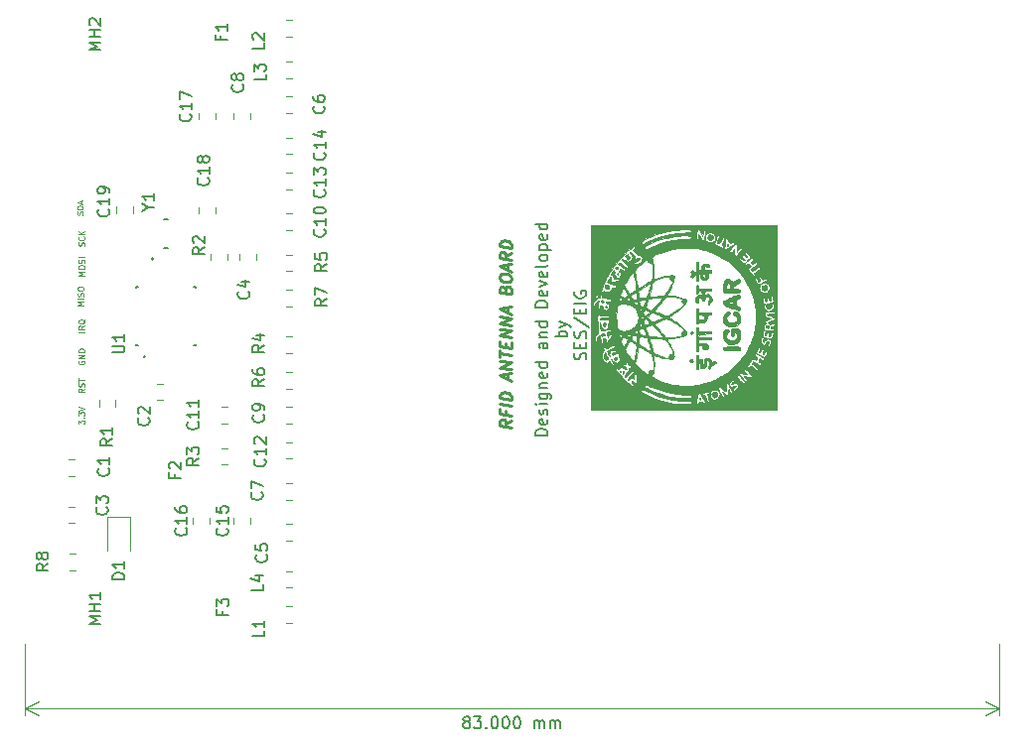
<source format=gto>
%TF.GenerationSoftware,KiCad,Pcbnew,(5.1.2)-2*%
%TF.CreationDate,2023-01-06T17:13:41+05:30*%
%TF.ProjectId,83mm,38336d6d-2e6b-4696-9361-645f70636258,rev?*%
%TF.SameCoordinates,Original*%
%TF.FileFunction,Legend,Top*%
%TF.FilePolarity,Positive*%
%FSLAX46Y46*%
G04 Gerber Fmt 4.6, Leading zero omitted, Abs format (unit mm)*
G04 Created by KiCad (PCBNEW (5.1.2)-2) date 2023-01-06 17:13:41*
%MOMM*%
%LPD*%
G04 APERTURE LIST*
%ADD10C,0.150000*%
%ADD11C,0.120000*%
%ADD12C,0.250000*%
%ADD13C,0.075000*%
%ADD14C,0.010000*%
%ADD15C,0.127000*%
%ADD16C,0.200000*%
G04 APERTURE END LIST*
D10*
X120097619Y-133650952D02*
X120002380Y-133603333D01*
X119954761Y-133555714D01*
X119907142Y-133460476D01*
X119907142Y-133412857D01*
X119954761Y-133317619D01*
X120002380Y-133270000D01*
X120097619Y-133222380D01*
X120288095Y-133222380D01*
X120383333Y-133270000D01*
X120430952Y-133317619D01*
X120478571Y-133412857D01*
X120478571Y-133460476D01*
X120430952Y-133555714D01*
X120383333Y-133603333D01*
X120288095Y-133650952D01*
X120097619Y-133650952D01*
X120002380Y-133698571D01*
X119954761Y-133746190D01*
X119907142Y-133841428D01*
X119907142Y-134031904D01*
X119954761Y-134127142D01*
X120002380Y-134174761D01*
X120097619Y-134222380D01*
X120288095Y-134222380D01*
X120383333Y-134174761D01*
X120430952Y-134127142D01*
X120478571Y-134031904D01*
X120478571Y-133841428D01*
X120430952Y-133746190D01*
X120383333Y-133698571D01*
X120288095Y-133650952D01*
X120811904Y-133222380D02*
X121430952Y-133222380D01*
X121097619Y-133603333D01*
X121240476Y-133603333D01*
X121335714Y-133650952D01*
X121383333Y-133698571D01*
X121430952Y-133793809D01*
X121430952Y-134031904D01*
X121383333Y-134127142D01*
X121335714Y-134174761D01*
X121240476Y-134222380D01*
X120954761Y-134222380D01*
X120859523Y-134174761D01*
X120811904Y-134127142D01*
X121859523Y-134127142D02*
X121907142Y-134174761D01*
X121859523Y-134222380D01*
X121811904Y-134174761D01*
X121859523Y-134127142D01*
X121859523Y-134222380D01*
X122526190Y-133222380D02*
X122621428Y-133222380D01*
X122716666Y-133270000D01*
X122764285Y-133317619D01*
X122811904Y-133412857D01*
X122859523Y-133603333D01*
X122859523Y-133841428D01*
X122811904Y-134031904D01*
X122764285Y-134127142D01*
X122716666Y-134174761D01*
X122621428Y-134222380D01*
X122526190Y-134222380D01*
X122430952Y-134174761D01*
X122383333Y-134127142D01*
X122335714Y-134031904D01*
X122288095Y-133841428D01*
X122288095Y-133603333D01*
X122335714Y-133412857D01*
X122383333Y-133317619D01*
X122430952Y-133270000D01*
X122526190Y-133222380D01*
X123478571Y-133222380D02*
X123573809Y-133222380D01*
X123669047Y-133270000D01*
X123716666Y-133317619D01*
X123764285Y-133412857D01*
X123811904Y-133603333D01*
X123811904Y-133841428D01*
X123764285Y-134031904D01*
X123716666Y-134127142D01*
X123669047Y-134174761D01*
X123573809Y-134222380D01*
X123478571Y-134222380D01*
X123383333Y-134174761D01*
X123335714Y-134127142D01*
X123288095Y-134031904D01*
X123240476Y-133841428D01*
X123240476Y-133603333D01*
X123288095Y-133412857D01*
X123335714Y-133317619D01*
X123383333Y-133270000D01*
X123478571Y-133222380D01*
X124430952Y-133222380D02*
X124526190Y-133222380D01*
X124621428Y-133270000D01*
X124669047Y-133317619D01*
X124716666Y-133412857D01*
X124764285Y-133603333D01*
X124764285Y-133841428D01*
X124716666Y-134031904D01*
X124669047Y-134127142D01*
X124621428Y-134174761D01*
X124526190Y-134222380D01*
X124430952Y-134222380D01*
X124335714Y-134174761D01*
X124288095Y-134127142D01*
X124240476Y-134031904D01*
X124192857Y-133841428D01*
X124192857Y-133603333D01*
X124240476Y-133412857D01*
X124288095Y-133317619D01*
X124335714Y-133270000D01*
X124430952Y-133222380D01*
X125954761Y-134222380D02*
X125954761Y-133555714D01*
X125954761Y-133650952D02*
X126002380Y-133603333D01*
X126097619Y-133555714D01*
X126240476Y-133555714D01*
X126335714Y-133603333D01*
X126383333Y-133698571D01*
X126383333Y-134222380D01*
X126383333Y-133698571D02*
X126430952Y-133603333D01*
X126526190Y-133555714D01*
X126669047Y-133555714D01*
X126764285Y-133603333D01*
X126811904Y-133698571D01*
X126811904Y-134222380D01*
X127288095Y-134222380D02*
X127288095Y-133555714D01*
X127288095Y-133650952D02*
X127335714Y-133603333D01*
X127430952Y-133555714D01*
X127573809Y-133555714D01*
X127669047Y-133603333D01*
X127716666Y-133698571D01*
X127716666Y-134222380D01*
X127716666Y-133698571D02*
X127764285Y-133603333D01*
X127859523Y-133555714D01*
X128002380Y-133555714D01*
X128097619Y-133603333D01*
X128145238Y-133698571D01*
X128145238Y-134222380D01*
D11*
X82550000Y-132500000D02*
X165550000Y-132500000D01*
X82550000Y-127000000D02*
X82550000Y-133086421D01*
X165550000Y-127000000D02*
X165550000Y-133086421D01*
X165550000Y-132500000D02*
X164423496Y-133086421D01*
X165550000Y-132500000D02*
X164423496Y-131913579D01*
X82550000Y-132500000D02*
X83676504Y-133086421D01*
X82550000Y-132500000D02*
X83676504Y-131913579D01*
D12*
X124002380Y-107941443D02*
X123526190Y-108215252D01*
X124002380Y-108512872D02*
X123002380Y-108387872D01*
X123002380Y-108006919D01*
X123050000Y-107917633D01*
X123097619Y-107875967D01*
X123192857Y-107840252D01*
X123335714Y-107858110D01*
X123430952Y-107917633D01*
X123478571Y-107971205D01*
X123526190Y-108072395D01*
X123526190Y-108453348D01*
X123478571Y-107114062D02*
X123478571Y-107447395D01*
X124002380Y-107512872D02*
X123002380Y-107387872D01*
X123002380Y-106911681D01*
X124002380Y-106655729D02*
X123002380Y-106530729D01*
X124002380Y-106179538D02*
X123002380Y-106054538D01*
X123002380Y-105816443D01*
X123050000Y-105679538D01*
X123145238Y-105596205D01*
X123240476Y-105560491D01*
X123430952Y-105536681D01*
X123573809Y-105554538D01*
X123764285Y-105625967D01*
X123859523Y-105685491D01*
X123954761Y-105792633D01*
X124002380Y-105941443D01*
X124002380Y-106179538D01*
X123716666Y-104429538D02*
X123716666Y-103953348D01*
X124002380Y-104560491D02*
X123002380Y-104102157D01*
X124002380Y-103893824D01*
X124002380Y-103560491D02*
X123002380Y-103435491D01*
X124002380Y-102989062D01*
X123002380Y-102864062D01*
X123002380Y-102530729D02*
X123002380Y-101959300D01*
X124002380Y-102370014D02*
X123002380Y-102245014D01*
X123478571Y-101685491D02*
X123478571Y-101352157D01*
X124002380Y-101274776D02*
X124002380Y-101750967D01*
X123002380Y-101625967D01*
X123002380Y-101149776D01*
X124002380Y-100846205D02*
X123002380Y-100721205D01*
X124002380Y-100274776D01*
X123002380Y-100149776D01*
X124002380Y-99798586D02*
X123002380Y-99673586D01*
X124002380Y-99227157D01*
X123002380Y-99102157D01*
X123716666Y-98762872D02*
X123716666Y-98286681D01*
X124002380Y-98893824D02*
X123002380Y-98435491D01*
X124002380Y-98227157D01*
X123478571Y-96733110D02*
X123526190Y-96596205D01*
X123573809Y-96554538D01*
X123669047Y-96518824D01*
X123811904Y-96536681D01*
X123907142Y-96596205D01*
X123954761Y-96649776D01*
X124002380Y-96750967D01*
X124002380Y-97131919D01*
X123002380Y-97006919D01*
X123002380Y-96673586D01*
X123050000Y-96584300D01*
X123097619Y-96542633D01*
X123192857Y-96506919D01*
X123288095Y-96518824D01*
X123383333Y-96578348D01*
X123430952Y-96631919D01*
X123478571Y-96733110D01*
X123478571Y-97066443D01*
X123002380Y-95816443D02*
X123002380Y-95625967D01*
X123050000Y-95536681D01*
X123145238Y-95453348D01*
X123335714Y-95429538D01*
X123669047Y-95471205D01*
X123859523Y-95542633D01*
X123954761Y-95649776D01*
X124002380Y-95750967D01*
X124002380Y-95941443D01*
X123954761Y-96030729D01*
X123859523Y-96114062D01*
X123669047Y-96137872D01*
X123335714Y-96096205D01*
X123145238Y-96024776D01*
X123050000Y-95917633D01*
X123002380Y-95816443D01*
X123716666Y-95096205D02*
X123716666Y-94620014D01*
X124002380Y-95227157D02*
X123002380Y-94768824D01*
X124002380Y-94560491D01*
X124002380Y-93655729D02*
X123526190Y-93929538D01*
X124002380Y-94227157D02*
X123002380Y-94102157D01*
X123002380Y-93721205D01*
X123050000Y-93631919D01*
X123097619Y-93590252D01*
X123192857Y-93554538D01*
X123335714Y-93572395D01*
X123430952Y-93631919D01*
X123478571Y-93685491D01*
X123526190Y-93786681D01*
X123526190Y-94167633D01*
X124002380Y-93227157D02*
X123002380Y-93102157D01*
X123002380Y-92864062D01*
X123050000Y-92727157D01*
X123145238Y-92643824D01*
X123240476Y-92608110D01*
X123430952Y-92584300D01*
X123573809Y-92602157D01*
X123764285Y-92673586D01*
X123859523Y-92733110D01*
X123954761Y-92840252D01*
X124002380Y-92989062D01*
X124002380Y-93227157D01*
D13*
X87102190Y-108243595D02*
X87102190Y-107934071D01*
X87292666Y-108100738D01*
X87292666Y-108029309D01*
X87316476Y-107981690D01*
X87340285Y-107957880D01*
X87387904Y-107934071D01*
X87506952Y-107934071D01*
X87554571Y-107957880D01*
X87578380Y-107981690D01*
X87602190Y-108029309D01*
X87602190Y-108172166D01*
X87578380Y-108219785D01*
X87554571Y-108243595D01*
X87554571Y-107719785D02*
X87578380Y-107695976D01*
X87602190Y-107719785D01*
X87578380Y-107743595D01*
X87554571Y-107719785D01*
X87602190Y-107719785D01*
X87102190Y-107529309D02*
X87102190Y-107219785D01*
X87292666Y-107386452D01*
X87292666Y-107315023D01*
X87316476Y-107267404D01*
X87340285Y-107243595D01*
X87387904Y-107219785D01*
X87506952Y-107219785D01*
X87554571Y-107243595D01*
X87578380Y-107267404D01*
X87602190Y-107315023D01*
X87602190Y-107457880D01*
X87578380Y-107505500D01*
X87554571Y-107529309D01*
X87102190Y-107076928D02*
X87602190Y-106910261D01*
X87102190Y-106743595D01*
X87602190Y-105239309D02*
X87364095Y-105405976D01*
X87602190Y-105525023D02*
X87102190Y-105525023D01*
X87102190Y-105334547D01*
X87126000Y-105286928D01*
X87149809Y-105263119D01*
X87197428Y-105239309D01*
X87268857Y-105239309D01*
X87316476Y-105263119D01*
X87340285Y-105286928D01*
X87364095Y-105334547D01*
X87364095Y-105525023D01*
X87578380Y-105048833D02*
X87602190Y-104977404D01*
X87602190Y-104858357D01*
X87578380Y-104810738D01*
X87554571Y-104786928D01*
X87506952Y-104763119D01*
X87459333Y-104763119D01*
X87411714Y-104786928D01*
X87387904Y-104810738D01*
X87364095Y-104858357D01*
X87340285Y-104953595D01*
X87316476Y-105001214D01*
X87292666Y-105025023D01*
X87245047Y-105048833D01*
X87197428Y-105048833D01*
X87149809Y-105025023D01*
X87126000Y-105001214D01*
X87102190Y-104953595D01*
X87102190Y-104834547D01*
X87126000Y-104763119D01*
X87102190Y-104620261D02*
X87102190Y-104334547D01*
X87602190Y-104477404D02*
X87102190Y-104477404D01*
X87126000Y-102869952D02*
X87102190Y-102917571D01*
X87102190Y-102989000D01*
X87126000Y-103060428D01*
X87173619Y-103108047D01*
X87221238Y-103131857D01*
X87316476Y-103155666D01*
X87387904Y-103155666D01*
X87483142Y-103131857D01*
X87530761Y-103108047D01*
X87578380Y-103060428D01*
X87602190Y-102989000D01*
X87602190Y-102941380D01*
X87578380Y-102869952D01*
X87554571Y-102846142D01*
X87387904Y-102846142D01*
X87387904Y-102941380D01*
X87602190Y-102631857D02*
X87102190Y-102631857D01*
X87602190Y-102346142D01*
X87102190Y-102346142D01*
X87602190Y-102108047D02*
X87102190Y-102108047D01*
X87102190Y-101989000D01*
X87126000Y-101917571D01*
X87173619Y-101869952D01*
X87221238Y-101846142D01*
X87316476Y-101822333D01*
X87387904Y-101822333D01*
X87483142Y-101846142D01*
X87530761Y-101869952D01*
X87578380Y-101917571D01*
X87602190Y-101989000D01*
X87602190Y-102108047D01*
X87602190Y-100397404D02*
X87102190Y-100397404D01*
X87602190Y-99873595D02*
X87364095Y-100040261D01*
X87602190Y-100159309D02*
X87102190Y-100159309D01*
X87102190Y-99968833D01*
X87126000Y-99921214D01*
X87149809Y-99897404D01*
X87197428Y-99873595D01*
X87268857Y-99873595D01*
X87316476Y-99897404D01*
X87340285Y-99921214D01*
X87364095Y-99968833D01*
X87364095Y-100159309D01*
X87649809Y-99325976D02*
X87626000Y-99373595D01*
X87578380Y-99421214D01*
X87506952Y-99492642D01*
X87483142Y-99540261D01*
X87483142Y-99587880D01*
X87602190Y-99564071D02*
X87578380Y-99611690D01*
X87530761Y-99659309D01*
X87435523Y-99683119D01*
X87268857Y-99683119D01*
X87173619Y-99659309D01*
X87126000Y-99611690D01*
X87102190Y-99564071D01*
X87102190Y-99468833D01*
X87126000Y-99421214D01*
X87173619Y-99373595D01*
X87268857Y-99349785D01*
X87435523Y-99349785D01*
X87530761Y-99373595D01*
X87578380Y-99421214D01*
X87602190Y-99468833D01*
X87602190Y-99564071D01*
X87538690Y-98131214D02*
X87038690Y-98131214D01*
X87395833Y-97964547D01*
X87038690Y-97797880D01*
X87538690Y-97797880D01*
X87538690Y-97559785D02*
X87038690Y-97559785D01*
X87514880Y-97345500D02*
X87538690Y-97274071D01*
X87538690Y-97155023D01*
X87514880Y-97107404D01*
X87491071Y-97083595D01*
X87443452Y-97059785D01*
X87395833Y-97059785D01*
X87348214Y-97083595D01*
X87324404Y-97107404D01*
X87300595Y-97155023D01*
X87276785Y-97250261D01*
X87252976Y-97297880D01*
X87229166Y-97321690D01*
X87181547Y-97345500D01*
X87133928Y-97345500D01*
X87086309Y-97321690D01*
X87062500Y-97297880D01*
X87038690Y-97250261D01*
X87038690Y-97131214D01*
X87062500Y-97059785D01*
X87038690Y-96750261D02*
X87038690Y-96655023D01*
X87062500Y-96607404D01*
X87110119Y-96559785D01*
X87205357Y-96535976D01*
X87372023Y-96535976D01*
X87467261Y-96559785D01*
X87514880Y-96607404D01*
X87538690Y-96655023D01*
X87538690Y-96750261D01*
X87514880Y-96797880D01*
X87467261Y-96845500D01*
X87372023Y-96869309D01*
X87205357Y-96869309D01*
X87110119Y-96845500D01*
X87062500Y-96797880D01*
X87038690Y-96750261D01*
X87602190Y-95591214D02*
X87102190Y-95591214D01*
X87459333Y-95424547D01*
X87102190Y-95257880D01*
X87602190Y-95257880D01*
X87102190Y-94924547D02*
X87102190Y-94829309D01*
X87126000Y-94781690D01*
X87173619Y-94734071D01*
X87268857Y-94710261D01*
X87435523Y-94710261D01*
X87530761Y-94734071D01*
X87578380Y-94781690D01*
X87602190Y-94829309D01*
X87602190Y-94924547D01*
X87578380Y-94972166D01*
X87530761Y-95019785D01*
X87435523Y-95043595D01*
X87268857Y-95043595D01*
X87173619Y-95019785D01*
X87126000Y-94972166D01*
X87102190Y-94924547D01*
X87578380Y-94519785D02*
X87602190Y-94448357D01*
X87602190Y-94329309D01*
X87578380Y-94281690D01*
X87554571Y-94257880D01*
X87506952Y-94234071D01*
X87459333Y-94234071D01*
X87411714Y-94257880D01*
X87387904Y-94281690D01*
X87364095Y-94329309D01*
X87340285Y-94424547D01*
X87316476Y-94472166D01*
X87292666Y-94495976D01*
X87245047Y-94519785D01*
X87197428Y-94519785D01*
X87149809Y-94495976D01*
X87126000Y-94472166D01*
X87102190Y-94424547D01*
X87102190Y-94305500D01*
X87126000Y-94234071D01*
X87602190Y-94019785D02*
X87102190Y-94019785D01*
X87578380Y-93035357D02*
X87602190Y-92963928D01*
X87602190Y-92844880D01*
X87578380Y-92797261D01*
X87554571Y-92773452D01*
X87506952Y-92749642D01*
X87459333Y-92749642D01*
X87411714Y-92773452D01*
X87387904Y-92797261D01*
X87364095Y-92844880D01*
X87340285Y-92940119D01*
X87316476Y-92987738D01*
X87292666Y-93011547D01*
X87245047Y-93035357D01*
X87197428Y-93035357D01*
X87149809Y-93011547D01*
X87126000Y-92987738D01*
X87102190Y-92940119D01*
X87102190Y-92821071D01*
X87126000Y-92749642D01*
X87554571Y-92249642D02*
X87578380Y-92273452D01*
X87602190Y-92344880D01*
X87602190Y-92392500D01*
X87578380Y-92463928D01*
X87530761Y-92511547D01*
X87483142Y-92535357D01*
X87387904Y-92559166D01*
X87316476Y-92559166D01*
X87221238Y-92535357D01*
X87173619Y-92511547D01*
X87126000Y-92463928D01*
X87102190Y-92392500D01*
X87102190Y-92344880D01*
X87126000Y-92273452D01*
X87149809Y-92249642D01*
X87602190Y-92035357D02*
X87102190Y-92035357D01*
X87602190Y-91749642D02*
X87316476Y-91963928D01*
X87102190Y-91749642D02*
X87387904Y-92035357D01*
X87451380Y-90396142D02*
X87475190Y-90324714D01*
X87475190Y-90205666D01*
X87451380Y-90158047D01*
X87427571Y-90134238D01*
X87379952Y-90110428D01*
X87332333Y-90110428D01*
X87284714Y-90134238D01*
X87260904Y-90158047D01*
X87237095Y-90205666D01*
X87213285Y-90300904D01*
X87189476Y-90348523D01*
X87165666Y-90372333D01*
X87118047Y-90396142D01*
X87070428Y-90396142D01*
X87022809Y-90372333D01*
X86999000Y-90348523D01*
X86975190Y-90300904D01*
X86975190Y-90181857D01*
X86999000Y-90110428D01*
X87475190Y-89896142D02*
X86975190Y-89896142D01*
X86975190Y-89777095D01*
X86999000Y-89705666D01*
X87046619Y-89658047D01*
X87094238Y-89634238D01*
X87189476Y-89610428D01*
X87260904Y-89610428D01*
X87356142Y-89634238D01*
X87403761Y-89658047D01*
X87451380Y-89705666D01*
X87475190Y-89777095D01*
X87475190Y-89896142D01*
X87332333Y-89419952D02*
X87332333Y-89181857D01*
X87475190Y-89467571D02*
X86975190Y-89300904D01*
X87475190Y-89134238D01*
D10*
X127072380Y-109226761D02*
X126072380Y-109226761D01*
X126072380Y-108988666D01*
X126120000Y-108845809D01*
X126215238Y-108750571D01*
X126310476Y-108702952D01*
X126500952Y-108655333D01*
X126643809Y-108655333D01*
X126834285Y-108702952D01*
X126929523Y-108750571D01*
X127024761Y-108845809D01*
X127072380Y-108988666D01*
X127072380Y-109226761D01*
X127024761Y-107845809D02*
X127072380Y-107941047D01*
X127072380Y-108131523D01*
X127024761Y-108226761D01*
X126929523Y-108274380D01*
X126548571Y-108274380D01*
X126453333Y-108226761D01*
X126405714Y-108131523D01*
X126405714Y-107941047D01*
X126453333Y-107845809D01*
X126548571Y-107798190D01*
X126643809Y-107798190D01*
X126739047Y-108274380D01*
X127024761Y-107417238D02*
X127072380Y-107322000D01*
X127072380Y-107131523D01*
X127024761Y-107036285D01*
X126929523Y-106988666D01*
X126881904Y-106988666D01*
X126786666Y-107036285D01*
X126739047Y-107131523D01*
X126739047Y-107274380D01*
X126691428Y-107369619D01*
X126596190Y-107417238D01*
X126548571Y-107417238D01*
X126453333Y-107369619D01*
X126405714Y-107274380D01*
X126405714Y-107131523D01*
X126453333Y-107036285D01*
X127072380Y-106560095D02*
X126405714Y-106560095D01*
X126072380Y-106560095D02*
X126120000Y-106607714D01*
X126167619Y-106560095D01*
X126120000Y-106512476D01*
X126072380Y-106560095D01*
X126167619Y-106560095D01*
X126405714Y-105655333D02*
X127215238Y-105655333D01*
X127310476Y-105702952D01*
X127358095Y-105750571D01*
X127405714Y-105845809D01*
X127405714Y-105988666D01*
X127358095Y-106083904D01*
X127024761Y-105655333D02*
X127072380Y-105750571D01*
X127072380Y-105941047D01*
X127024761Y-106036285D01*
X126977142Y-106083904D01*
X126881904Y-106131523D01*
X126596190Y-106131523D01*
X126500952Y-106083904D01*
X126453333Y-106036285D01*
X126405714Y-105941047D01*
X126405714Y-105750571D01*
X126453333Y-105655333D01*
X126405714Y-105179142D02*
X127072380Y-105179142D01*
X126500952Y-105179142D02*
X126453333Y-105131523D01*
X126405714Y-105036285D01*
X126405714Y-104893428D01*
X126453333Y-104798190D01*
X126548571Y-104750571D01*
X127072380Y-104750571D01*
X127024761Y-103893428D02*
X127072380Y-103988666D01*
X127072380Y-104179142D01*
X127024761Y-104274380D01*
X126929523Y-104322000D01*
X126548571Y-104322000D01*
X126453333Y-104274380D01*
X126405714Y-104179142D01*
X126405714Y-103988666D01*
X126453333Y-103893428D01*
X126548571Y-103845809D01*
X126643809Y-103845809D01*
X126739047Y-104322000D01*
X127072380Y-102988666D02*
X126072380Y-102988666D01*
X127024761Y-102988666D02*
X127072380Y-103083904D01*
X127072380Y-103274380D01*
X127024761Y-103369619D01*
X126977142Y-103417238D01*
X126881904Y-103464857D01*
X126596190Y-103464857D01*
X126500952Y-103417238D01*
X126453333Y-103369619D01*
X126405714Y-103274380D01*
X126405714Y-103083904D01*
X126453333Y-102988666D01*
X127072380Y-101322000D02*
X126548571Y-101322000D01*
X126453333Y-101369619D01*
X126405714Y-101464857D01*
X126405714Y-101655333D01*
X126453333Y-101750571D01*
X127024761Y-101322000D02*
X127072380Y-101417238D01*
X127072380Y-101655333D01*
X127024761Y-101750571D01*
X126929523Y-101798190D01*
X126834285Y-101798190D01*
X126739047Y-101750571D01*
X126691428Y-101655333D01*
X126691428Y-101417238D01*
X126643809Y-101322000D01*
X126405714Y-100845809D02*
X127072380Y-100845809D01*
X126500952Y-100845809D02*
X126453333Y-100798190D01*
X126405714Y-100702952D01*
X126405714Y-100560095D01*
X126453333Y-100464857D01*
X126548571Y-100417238D01*
X127072380Y-100417238D01*
X127072380Y-99512476D02*
X126072380Y-99512476D01*
X127024761Y-99512476D02*
X127072380Y-99607714D01*
X127072380Y-99798190D01*
X127024761Y-99893428D01*
X126977142Y-99941047D01*
X126881904Y-99988666D01*
X126596190Y-99988666D01*
X126500952Y-99941047D01*
X126453333Y-99893428D01*
X126405714Y-99798190D01*
X126405714Y-99607714D01*
X126453333Y-99512476D01*
X127072380Y-98274380D02*
X126072380Y-98274380D01*
X126072380Y-98036285D01*
X126120000Y-97893428D01*
X126215238Y-97798190D01*
X126310476Y-97750571D01*
X126500952Y-97702952D01*
X126643809Y-97702952D01*
X126834285Y-97750571D01*
X126929523Y-97798190D01*
X127024761Y-97893428D01*
X127072380Y-98036285D01*
X127072380Y-98274380D01*
X127024761Y-96893428D02*
X127072380Y-96988666D01*
X127072380Y-97179142D01*
X127024761Y-97274380D01*
X126929523Y-97322000D01*
X126548571Y-97322000D01*
X126453333Y-97274380D01*
X126405714Y-97179142D01*
X126405714Y-96988666D01*
X126453333Y-96893428D01*
X126548571Y-96845809D01*
X126643809Y-96845809D01*
X126739047Y-97322000D01*
X126405714Y-96512476D02*
X127072380Y-96274380D01*
X126405714Y-96036285D01*
X127024761Y-95274380D02*
X127072380Y-95369619D01*
X127072380Y-95560095D01*
X127024761Y-95655333D01*
X126929523Y-95702952D01*
X126548571Y-95702952D01*
X126453333Y-95655333D01*
X126405714Y-95560095D01*
X126405714Y-95369619D01*
X126453333Y-95274380D01*
X126548571Y-95226761D01*
X126643809Y-95226761D01*
X126739047Y-95702952D01*
X127072380Y-94655333D02*
X127024761Y-94750571D01*
X126929523Y-94798190D01*
X126072380Y-94798190D01*
X127072380Y-94131523D02*
X127024761Y-94226761D01*
X126977142Y-94274380D01*
X126881904Y-94322000D01*
X126596190Y-94322000D01*
X126500952Y-94274380D01*
X126453333Y-94226761D01*
X126405714Y-94131523D01*
X126405714Y-93988666D01*
X126453333Y-93893428D01*
X126500952Y-93845809D01*
X126596190Y-93798190D01*
X126881904Y-93798190D01*
X126977142Y-93845809D01*
X127024761Y-93893428D01*
X127072380Y-93988666D01*
X127072380Y-94131523D01*
X126405714Y-93369619D02*
X127405714Y-93369619D01*
X126453333Y-93369619D02*
X126405714Y-93274380D01*
X126405714Y-93083904D01*
X126453333Y-92988666D01*
X126500952Y-92941047D01*
X126596190Y-92893428D01*
X126881904Y-92893428D01*
X126977142Y-92941047D01*
X127024761Y-92988666D01*
X127072380Y-93083904D01*
X127072380Y-93274380D01*
X127024761Y-93369619D01*
X127024761Y-92083904D02*
X127072380Y-92179142D01*
X127072380Y-92369619D01*
X127024761Y-92464857D01*
X126929523Y-92512476D01*
X126548571Y-92512476D01*
X126453333Y-92464857D01*
X126405714Y-92369619D01*
X126405714Y-92179142D01*
X126453333Y-92083904D01*
X126548571Y-92036285D01*
X126643809Y-92036285D01*
X126739047Y-92512476D01*
X127072380Y-91179142D02*
X126072380Y-91179142D01*
X127024761Y-91179142D02*
X127072380Y-91274380D01*
X127072380Y-91464857D01*
X127024761Y-91560095D01*
X126977142Y-91607714D01*
X126881904Y-91655333D01*
X126596190Y-91655333D01*
X126500952Y-91607714D01*
X126453333Y-91560095D01*
X126405714Y-91464857D01*
X126405714Y-91274380D01*
X126453333Y-91179142D01*
X128722380Y-100798190D02*
X127722380Y-100798190D01*
X128103333Y-100798190D02*
X128055714Y-100702952D01*
X128055714Y-100512476D01*
X128103333Y-100417238D01*
X128150952Y-100369619D01*
X128246190Y-100322000D01*
X128531904Y-100322000D01*
X128627142Y-100369619D01*
X128674761Y-100417238D01*
X128722380Y-100512476D01*
X128722380Y-100702952D01*
X128674761Y-100798190D01*
X128055714Y-99988666D02*
X128722380Y-99750571D01*
X128055714Y-99512476D02*
X128722380Y-99750571D01*
X128960476Y-99845809D01*
X129008095Y-99893428D01*
X129055714Y-99988666D01*
X130324761Y-102750571D02*
X130372380Y-102607714D01*
X130372380Y-102369619D01*
X130324761Y-102274380D01*
X130277142Y-102226761D01*
X130181904Y-102179142D01*
X130086666Y-102179142D01*
X129991428Y-102226761D01*
X129943809Y-102274380D01*
X129896190Y-102369619D01*
X129848571Y-102560095D01*
X129800952Y-102655333D01*
X129753333Y-102702952D01*
X129658095Y-102750571D01*
X129562857Y-102750571D01*
X129467619Y-102702952D01*
X129420000Y-102655333D01*
X129372380Y-102560095D01*
X129372380Y-102322000D01*
X129420000Y-102179142D01*
X129848571Y-101750571D02*
X129848571Y-101417238D01*
X130372380Y-101274380D02*
X130372380Y-101750571D01*
X129372380Y-101750571D01*
X129372380Y-101274380D01*
X130324761Y-100893428D02*
X130372380Y-100750571D01*
X130372380Y-100512476D01*
X130324761Y-100417238D01*
X130277142Y-100369619D01*
X130181904Y-100322000D01*
X130086666Y-100322000D01*
X129991428Y-100369619D01*
X129943809Y-100417238D01*
X129896190Y-100512476D01*
X129848571Y-100702952D01*
X129800952Y-100798190D01*
X129753333Y-100845809D01*
X129658095Y-100893428D01*
X129562857Y-100893428D01*
X129467619Y-100845809D01*
X129420000Y-100798190D01*
X129372380Y-100702952D01*
X129372380Y-100464857D01*
X129420000Y-100322000D01*
X129324761Y-99179142D02*
X130610476Y-100036285D01*
X129848571Y-98845809D02*
X129848571Y-98512476D01*
X130372380Y-98369619D02*
X130372380Y-98845809D01*
X129372380Y-98845809D01*
X129372380Y-98369619D01*
X130372380Y-97941047D02*
X129372380Y-97941047D01*
X129420000Y-96941047D02*
X129372380Y-97036285D01*
X129372380Y-97179142D01*
X129420000Y-97322000D01*
X129515238Y-97417238D01*
X129610476Y-97464857D01*
X129800952Y-97512476D01*
X129943809Y-97512476D01*
X130134285Y-97464857D01*
X130229523Y-97417238D01*
X130324761Y-97322000D01*
X130372380Y-97179142D01*
X130372380Y-97083904D01*
X130324761Y-96941047D01*
X130277142Y-96893428D01*
X129943809Y-96893428D01*
X129943809Y-97083904D01*
D14*
G36*
X131661349Y-97682155D02*
G01*
X131740421Y-97665343D01*
X131809013Y-97695399D01*
X131846213Y-97756918D01*
X131852934Y-97840374D01*
X131826291Y-97895654D01*
X131767403Y-97899895D01*
X131707211Y-97889080D01*
X131635531Y-97840900D01*
X131624431Y-97764122D01*
X131661349Y-97682155D01*
X131661349Y-97682155D01*
G37*
X131661349Y-97682155D02*
X131740421Y-97665343D01*
X131809013Y-97695399D01*
X131846213Y-97756918D01*
X131852934Y-97840374D01*
X131826291Y-97895654D01*
X131767403Y-97899895D01*
X131707211Y-97889080D01*
X131635531Y-97840900D01*
X131624431Y-97764122D01*
X131661349Y-97682155D01*
G36*
X132019947Y-98181600D02*
G01*
X132045604Y-98180702D01*
X132101508Y-98222838D01*
X132108616Y-98273565D01*
X132062361Y-98298000D01*
X132004045Y-98263916D01*
X131995333Y-98230973D01*
X132019947Y-98181600D01*
X132019947Y-98181600D01*
G37*
X132019947Y-98181600D02*
X132045604Y-98180702D01*
X132101508Y-98222838D01*
X132108616Y-98273565D01*
X132062361Y-98298000D01*
X132004045Y-98263916D01*
X131995333Y-98230973D01*
X132019947Y-98181600D01*
G36*
X131663860Y-100599080D02*
G01*
X131701229Y-100541443D01*
X131795841Y-100520988D01*
X131822361Y-100520500D01*
X131925016Y-100531968D01*
X131970738Y-100576612D01*
X131980034Y-100614231D01*
X131976807Y-100681673D01*
X131930797Y-100683578D01*
X131848213Y-100687584D01*
X131802500Y-100712937D01*
X131727449Y-100738747D01*
X131673698Y-100697406D01*
X131662573Y-100606428D01*
X131663860Y-100599080D01*
X131663860Y-100599080D01*
G37*
X131663860Y-100599080D02*
X131701229Y-100541443D01*
X131795841Y-100520988D01*
X131822361Y-100520500D01*
X131925016Y-100531968D01*
X131970738Y-100576612D01*
X131980034Y-100614231D01*
X131976807Y-100681673D01*
X131930797Y-100683578D01*
X131848213Y-100687584D01*
X131802500Y-100712937D01*
X131727449Y-100738747D01*
X131673698Y-100697406D01*
X131662573Y-100606428D01*
X131663860Y-100599080D01*
G36*
X131809381Y-99641234D02*
G01*
X131875721Y-99596136D01*
X131986353Y-99590947D01*
X132040045Y-99648370D01*
X132039168Y-99757984D01*
X131994695Y-99862715D01*
X131936580Y-99899732D01*
X131852020Y-99883142D01*
X131798725Y-99815032D01*
X131782558Y-99724648D01*
X131809381Y-99641234D01*
X131809381Y-99641234D01*
G37*
X131809381Y-99641234D02*
X131875721Y-99596136D01*
X131986353Y-99590947D01*
X132040045Y-99648370D01*
X132039168Y-99757984D01*
X131994695Y-99862715D01*
X131936580Y-99899732D01*
X131852020Y-99883142D01*
X131798725Y-99815032D01*
X131782558Y-99724648D01*
X131809381Y-99641234D01*
G36*
X131921624Y-102317944D02*
G01*
X131953690Y-102255740D01*
X131975890Y-102202821D01*
X131968316Y-102183201D01*
X131966569Y-102157135D01*
X131985704Y-102165549D01*
X132028523Y-102221897D01*
X132073956Y-102323334D01*
X132080194Y-102341423D01*
X132121549Y-102437818D01*
X132161419Y-102487272D01*
X132167950Y-102489000D01*
X132199701Y-102522939D01*
X132204968Y-102600846D01*
X132185468Y-102686856D01*
X132156200Y-102734534D01*
X132073133Y-102782243D01*
X132051778Y-102771599D01*
X132051778Y-102728889D01*
X132076945Y-102723078D01*
X132080000Y-102700667D01*
X132064511Y-102665822D01*
X132051778Y-102672445D01*
X132046711Y-102722685D01*
X132051778Y-102728889D01*
X132051778Y-102771599D01*
X132001429Y-102746503D01*
X131959795Y-102677509D01*
X131925085Y-102560479D01*
X131912208Y-102430084D01*
X131921624Y-102317944D01*
X131921624Y-102317944D01*
G37*
X131921624Y-102317944D02*
X131953690Y-102255740D01*
X131975890Y-102202821D01*
X131968316Y-102183201D01*
X131966569Y-102157135D01*
X131985704Y-102165549D01*
X132028523Y-102221897D01*
X132073956Y-102323334D01*
X132080194Y-102341423D01*
X132121549Y-102437818D01*
X132161419Y-102487272D01*
X132167950Y-102489000D01*
X132199701Y-102522939D01*
X132204968Y-102600846D01*
X132185468Y-102686856D01*
X132156200Y-102734534D01*
X132073133Y-102782243D01*
X132051778Y-102771599D01*
X132051778Y-102728889D01*
X132076945Y-102723078D01*
X132080000Y-102700667D01*
X132064511Y-102665822D01*
X132051778Y-102672445D01*
X132046711Y-102722685D01*
X132051778Y-102728889D01*
X132051778Y-102771599D01*
X132001429Y-102746503D01*
X131959795Y-102677509D01*
X131925085Y-102560479D01*
X131912208Y-102430084D01*
X131921624Y-102317944D01*
G36*
X132809176Y-102544834D02*
G01*
X132819960Y-102539434D01*
X132902781Y-102514438D01*
X132943610Y-102520055D01*
X132967312Y-102582960D01*
X132967649Y-102673149D01*
X132948542Y-102752913D01*
X132916083Y-102784686D01*
X132816679Y-102755713D01*
X132758980Y-102688870D01*
X132753107Y-102609972D01*
X132809176Y-102544834D01*
X132809176Y-102544834D01*
G37*
X132809176Y-102544834D02*
X132819960Y-102539434D01*
X132902781Y-102514438D01*
X132943610Y-102520055D01*
X132967312Y-102582960D01*
X132967649Y-102673149D01*
X132948542Y-102752913D01*
X132916083Y-102784686D01*
X132816679Y-102755713D01*
X132758980Y-102688870D01*
X132753107Y-102609972D01*
X132809176Y-102544834D01*
G36*
X133282090Y-103728132D02*
G01*
X133301331Y-103740758D01*
X133304324Y-103783695D01*
X133293986Y-103828866D01*
X133278748Y-103809271D01*
X133273701Y-103743109D01*
X133282090Y-103728132D01*
X133282090Y-103728132D01*
G37*
X133282090Y-103728132D02*
X133301331Y-103740758D01*
X133304324Y-103783695D01*
X133293986Y-103828866D01*
X133278748Y-103809271D01*
X133273701Y-103743109D01*
X133282090Y-103728132D01*
G36*
X133494332Y-103761861D02*
G01*
X133529617Y-103740776D01*
X133543401Y-103744805D01*
X133596943Y-103782540D01*
X133587034Y-103843737D01*
X133547118Y-103905275D01*
X133507750Y-103950702D01*
X133491286Y-103930517D01*
X133486519Y-103852308D01*
X133494332Y-103761861D01*
X133494332Y-103761861D01*
G37*
X133494332Y-103761861D02*
X133529617Y-103740776D01*
X133543401Y-103744805D01*
X133596943Y-103782540D01*
X133587034Y-103843737D01*
X133547118Y-103905275D01*
X133507750Y-103950702D01*
X133491286Y-103930517D01*
X133486519Y-103852308D01*
X133494332Y-103761861D01*
G36*
X131942578Y-96587798D02*
G01*
X131973789Y-96507800D01*
X131984482Y-96459071D01*
X132002842Y-96383902D01*
X132041664Y-96359064D01*
X132124504Y-96377253D01*
X132182664Y-96397619D01*
X132286167Y-96447341D01*
X132328505Y-96511141D01*
X132334000Y-96568340D01*
X132320330Y-96662680D01*
X132292537Y-96709962D01*
X132227477Y-96718210D01*
X132131347Y-96700169D01*
X132032731Y-96665817D01*
X131960218Y-96625135D01*
X131942393Y-96588101D01*
X131942578Y-96587798D01*
X131942578Y-96587798D01*
G37*
X131942578Y-96587798D02*
X131973789Y-96507800D01*
X131984482Y-96459071D01*
X132002842Y-96383902D01*
X132041664Y-96359064D01*
X132124504Y-96377253D01*
X132182664Y-96397619D01*
X132286167Y-96447341D01*
X132328505Y-96511141D01*
X132334000Y-96568340D01*
X132320330Y-96662680D01*
X132292537Y-96709962D01*
X132227477Y-96718210D01*
X132131347Y-96700169D01*
X132032731Y-96665817D01*
X131960218Y-96625135D01*
X131942393Y-96588101D01*
X131942578Y-96587798D01*
G36*
X132868324Y-94843909D02*
G01*
X132944464Y-94808237D01*
X133003934Y-94812466D01*
X133078150Y-94863298D01*
X133091097Y-94938404D01*
X133041564Y-95003637D01*
X133011203Y-95017208D01*
X132912191Y-95013522D01*
X132868201Y-94985916D01*
X132836479Y-94911344D01*
X132868324Y-94843909D01*
X132868324Y-94843909D01*
G37*
X132868324Y-94843909D02*
X132944464Y-94808237D01*
X133003934Y-94812466D01*
X133078150Y-94863298D01*
X133091097Y-94938404D01*
X133041564Y-95003637D01*
X133011203Y-95017208D01*
X132912191Y-95013522D01*
X132868201Y-94985916D01*
X132836479Y-94911344D01*
X132868324Y-94843909D01*
G36*
X133037941Y-95390863D02*
G01*
X133050492Y-95385114D01*
X133089093Y-95405550D01*
X133096000Y-95440500D01*
X133074520Y-95493187D01*
X133050492Y-95495887D01*
X133006754Y-95452182D01*
X133004983Y-95440500D01*
X133037941Y-95390863D01*
X133037941Y-95390863D01*
G37*
X133037941Y-95390863D02*
X133050492Y-95385114D01*
X133089093Y-95405550D01*
X133096000Y-95440500D01*
X133074520Y-95493187D01*
X133050492Y-95495887D01*
X133006754Y-95452182D01*
X133004983Y-95440500D01*
X133037941Y-95390863D01*
G36*
X133713667Y-93897526D02*
G01*
X133748631Y-93856908D01*
X133822089Y-93787849D01*
X133882780Y-93778661D01*
X133958082Y-93831397D01*
X134004242Y-93876091D01*
X134080472Y-93954247D01*
X134103983Y-94002433D01*
X134079063Y-94053278D01*
X134034756Y-94108346D01*
X133957512Y-94203738D01*
X133812992Y-94074610D01*
X133726490Y-93993797D01*
X133695909Y-93943322D01*
X133713667Y-93897526D01*
X133713667Y-93897526D01*
G37*
X133713667Y-93897526D02*
X133748631Y-93856908D01*
X133822089Y-93787849D01*
X133882780Y-93778661D01*
X133958082Y-93831397D01*
X134004242Y-93876091D01*
X134080472Y-93954247D01*
X134103983Y-94002433D01*
X134079063Y-94053278D01*
X134034756Y-94108346D01*
X133957512Y-94203738D01*
X133812992Y-94074610D01*
X133726490Y-93993797D01*
X133695909Y-93943322D01*
X133713667Y-93897526D01*
G36*
X140034764Y-106007531D02*
G01*
X140070614Y-105976831D01*
X140109142Y-106019013D01*
X140117771Y-106034608D01*
X140140496Y-106103512D01*
X140098553Y-106136828D01*
X140079988Y-106142198D01*
X140011385Y-106137079D01*
X140001373Y-106078985D01*
X140034764Y-106007531D01*
X140034764Y-106007531D01*
G37*
X140034764Y-106007531D02*
X140070614Y-105976831D01*
X140109142Y-106019013D01*
X140117771Y-106034608D01*
X140140496Y-106103512D01*
X140098553Y-106136828D01*
X140079988Y-106142198D01*
X140011385Y-106137079D01*
X140001373Y-106078985D01*
X140034764Y-106007531D01*
G36*
X140752849Y-92195586D02*
G01*
X140793417Y-92145062D01*
X140908758Y-92083131D01*
X141020200Y-92090057D01*
X141111813Y-92150887D01*
X141167670Y-92250670D01*
X141171842Y-92374454D01*
X141135942Y-92466584D01*
X141057993Y-92524901D01*
X140938527Y-92537869D01*
X140809246Y-92502651D01*
X140797883Y-92496844D01*
X140733383Y-92420298D01*
X140718228Y-92308570D01*
X140752849Y-92195586D01*
X140752849Y-92195586D01*
G37*
X140752849Y-92195586D02*
X140793417Y-92145062D01*
X140908758Y-92083131D01*
X141020200Y-92090057D01*
X141111813Y-92150887D01*
X141167670Y-92250670D01*
X141171842Y-92374454D01*
X141135942Y-92466584D01*
X141057993Y-92524901D01*
X140938527Y-92537869D01*
X140809246Y-92502651D01*
X140797883Y-92496844D01*
X140733383Y-92420298D01*
X140718228Y-92308570D01*
X140752849Y-92195586D01*
G36*
X141086558Y-105674537D02*
G01*
X141135694Y-105629714D01*
X141139333Y-105612223D01*
X141175540Y-105537659D01*
X141263185Y-105494101D01*
X141370808Y-105495354D01*
X141390979Y-105501820D01*
X141510822Y-105583314D01*
X141564348Y-105698889D01*
X141544925Y-105827177D01*
X141509750Y-105884468D01*
X141406945Y-105971704D01*
X141300943Y-105974779D01*
X141190499Y-105893570D01*
X141153544Y-105849144D01*
X141082097Y-105740004D01*
X141074475Y-105682749D01*
X141086558Y-105674537D01*
X141086558Y-105674537D01*
G37*
X141086558Y-105674537D02*
X141135694Y-105629714D01*
X141139333Y-105612223D01*
X141175540Y-105537659D01*
X141263185Y-105494101D01*
X141370808Y-105495354D01*
X141390979Y-105501820D01*
X141510822Y-105583314D01*
X141564348Y-105698889D01*
X141544925Y-105827177D01*
X141509750Y-105884468D01*
X141406945Y-105971704D01*
X141300943Y-105974779D01*
X141190499Y-105893570D01*
X141153544Y-105849144D01*
X141082097Y-105740004D01*
X141074475Y-105682749D01*
X141086558Y-105674537D01*
G36*
X142387799Y-93006334D02*
G01*
X142422911Y-92907803D01*
X142454244Y-92878941D01*
X142495706Y-92906440D01*
X142502584Y-92964475D01*
X142447041Y-93030617D01*
X142383334Y-93084477D01*
X142368847Y-93076205D01*
X142387799Y-93006334D01*
X142387799Y-93006334D01*
G37*
X142387799Y-93006334D02*
X142422911Y-92907803D01*
X142454244Y-92878941D01*
X142495706Y-92906440D01*
X142502584Y-92964475D01*
X142447041Y-93030617D01*
X142383334Y-93084477D01*
X142368847Y-93076205D01*
X142387799Y-93006334D01*
G36*
X139231865Y-100422956D02*
G01*
X139297971Y-100354969D01*
X139376327Y-100312555D01*
X139428480Y-100322677D01*
X139464750Y-100354798D01*
X139517051Y-100409847D01*
X139517396Y-100445329D01*
X139461589Y-100497393D01*
X139446737Y-100510047D01*
X139362017Y-100556281D01*
X139301844Y-100558515D01*
X139228982Y-100500092D01*
X139231865Y-100422956D01*
X139231865Y-100422956D01*
G37*
X139231865Y-100422956D02*
X139297971Y-100354969D01*
X139376327Y-100312555D01*
X139428480Y-100322677D01*
X139464750Y-100354798D01*
X139517051Y-100409847D01*
X139517396Y-100445329D01*
X139461589Y-100497393D01*
X139446737Y-100510047D01*
X139362017Y-100556281D01*
X139301844Y-100558515D01*
X139228982Y-100500092D01*
X139231865Y-100422956D01*
G36*
X139211064Y-102796930D02*
G01*
X139281824Y-102740240D01*
X139359196Y-102716358D01*
X139428968Y-102751465D01*
X139460565Y-102781084D01*
X139510639Y-102844128D01*
X139509866Y-102874750D01*
X139508324Y-102875014D01*
X139434624Y-102874348D01*
X139432270Y-102873965D01*
X139415708Y-102894139D01*
X139422377Y-102908360D01*
X139426319Y-102959012D01*
X139375645Y-102977191D01*
X139296418Y-102956100D01*
X139278388Y-102945918D01*
X139202683Y-102870954D01*
X139211064Y-102796930D01*
X139211064Y-102796930D01*
G37*
X139211064Y-102796930D02*
X139281824Y-102740240D01*
X139359196Y-102716358D01*
X139428968Y-102751465D01*
X139460565Y-102781084D01*
X139510639Y-102844128D01*
X139509866Y-102874750D01*
X139508324Y-102875014D01*
X139434624Y-102874348D01*
X139432270Y-102873965D01*
X139415708Y-102894139D01*
X139422377Y-102908360D01*
X139426319Y-102959012D01*
X139375645Y-102977191D01*
X139296418Y-102956100D01*
X139278388Y-102945918D01*
X139202683Y-102870954D01*
X139211064Y-102796930D01*
G36*
X139243746Y-95233675D02*
G01*
X139304532Y-95170457D01*
X139308756Y-95166490D01*
X139404346Y-95076736D01*
X139504991Y-95193742D01*
X139577259Y-95267704D01*
X139628094Y-95281680D01*
X139676419Y-95252004D01*
X139728517Y-95166701D01*
X139740282Y-95084046D01*
X139737339Y-94985067D01*
X139736557Y-94835877D01*
X139737847Y-94689084D01*
X139741997Y-94537653D01*
X139753292Y-94452117D01*
X139778979Y-94413701D01*
X139826307Y-94403634D01*
X139848167Y-94403334D01*
X139899416Y-94406638D01*
X139930694Y-94427724D01*
X139946930Y-94483356D01*
X139953055Y-94590297D01*
X139954000Y-94763167D01*
X139954000Y-95123000D01*
X140078346Y-95123000D01*
X140159051Y-95115812D01*
X140193679Y-95077824D01*
X140200688Y-94984401D01*
X140200444Y-94960044D01*
X140223825Y-94770735D01*
X140298663Y-94644409D01*
X140401279Y-94589354D01*
X140559001Y-94579440D01*
X140722696Y-94614040D01*
X140848948Y-94683884D01*
X140899020Y-94742093D01*
X140883212Y-94790850D01*
X140859719Y-94815996D01*
X140792648Y-94857126D01*
X140707461Y-94839828D01*
X140690250Y-94832282D01*
X140543678Y-94788480D01*
X140443353Y-94804814D01*
X140398184Y-94874994D01*
X140417081Y-94992734D01*
X140427598Y-95017669D01*
X140460153Y-95073699D01*
X140508237Y-95105346D01*
X140593865Y-95119480D01*
X140739046Y-95122970D01*
X140765128Y-95123000D01*
X140917757Y-95124645D01*
X141004384Y-95134126D01*
X141043670Y-95158265D01*
X141054275Y-95203881D01*
X141054667Y-95228834D01*
X141045611Y-95296643D01*
X141002668Y-95327044D01*
X140902178Y-95334603D01*
X140882739Y-95334667D01*
X140737167Y-95334667D01*
X140737167Y-95292334D01*
X140758333Y-95271167D01*
X140737167Y-95250000D01*
X140716000Y-95271167D01*
X140737167Y-95292334D01*
X140737167Y-95334667D01*
X140710812Y-95334667D01*
X140739391Y-95525244D01*
X140739038Y-95714961D01*
X140675845Y-95853510D01*
X140552670Y-95935568D01*
X140513122Y-95946570D01*
X140426372Y-95948044D01*
X140426372Y-95748292D01*
X140477045Y-95745041D01*
X140530967Y-95707345D01*
X140542148Y-95639343D01*
X140512028Y-95521432D01*
X140496678Y-95477605D01*
X140446690Y-95339365D01*
X140369678Y-95428160D01*
X140303129Y-95530381D01*
X140307304Y-95621155D01*
X140350045Y-95693288D01*
X140426372Y-95748292D01*
X140426372Y-95948044D01*
X140345169Y-95949425D01*
X140216268Y-95882614D01*
X140163168Y-95800450D01*
X140163168Y-95292334D01*
X140206277Y-95261604D01*
X140208000Y-95250000D01*
X140193556Y-95208768D01*
X140189332Y-95207667D01*
X140153189Y-95237332D01*
X140144500Y-95250000D01*
X140147856Y-95289010D01*
X140163168Y-95292334D01*
X140163168Y-95800450D01*
X140133790Y-95754992D01*
X140105108Y-95575409D01*
X140113551Y-95466789D01*
X140120728Y-95372406D01*
X140097008Y-95339185D01*
X140054663Y-95341563D01*
X140013517Y-95360556D01*
X139987733Y-95410059D01*
X139972574Y-95507745D01*
X139963305Y-95671291D01*
X139962802Y-95684376D01*
X139955165Y-95849054D01*
X139943505Y-95946621D01*
X139921594Y-95994605D01*
X139883202Y-96010534D01*
X139846386Y-96012000D01*
X139788702Y-96006390D01*
X139757557Y-95976318D01*
X139744814Y-95901919D01*
X139742334Y-95763331D01*
X139742333Y-95758000D01*
X139737122Y-95624034D01*
X139723578Y-95531996D01*
X139707920Y-95504000D01*
X139659602Y-95532000D01*
X139580533Y-95601996D01*
X139551833Y-95631000D01*
X139451882Y-95724029D01*
X139382500Y-95752184D01*
X139382500Y-95673334D01*
X139403667Y-95652167D01*
X139382500Y-95631000D01*
X139361333Y-95652167D01*
X139382500Y-95673334D01*
X139382500Y-95752184D01*
X139382357Y-95752243D01*
X139324377Y-95719659D01*
X139296364Y-95685332D01*
X139266469Y-95618601D01*
X139307420Y-95565790D01*
X139312864Y-95561745D01*
X139376725Y-95479592D01*
X139356665Y-95389367D01*
X139298458Y-95327205D01*
X139242449Y-95274579D01*
X139243746Y-95233675D01*
X139243746Y-95233675D01*
G37*
X139243746Y-95233675D02*
X139304532Y-95170457D01*
X139308756Y-95166490D01*
X139404346Y-95076736D01*
X139504991Y-95193742D01*
X139577259Y-95267704D01*
X139628094Y-95281680D01*
X139676419Y-95252004D01*
X139728517Y-95166701D01*
X139740282Y-95084046D01*
X139737339Y-94985067D01*
X139736557Y-94835877D01*
X139737847Y-94689084D01*
X139741997Y-94537653D01*
X139753292Y-94452117D01*
X139778979Y-94413701D01*
X139826307Y-94403634D01*
X139848167Y-94403334D01*
X139899416Y-94406638D01*
X139930694Y-94427724D01*
X139946930Y-94483356D01*
X139953055Y-94590297D01*
X139954000Y-94763167D01*
X139954000Y-95123000D01*
X140078346Y-95123000D01*
X140159051Y-95115812D01*
X140193679Y-95077824D01*
X140200688Y-94984401D01*
X140200444Y-94960044D01*
X140223825Y-94770735D01*
X140298663Y-94644409D01*
X140401279Y-94589354D01*
X140559001Y-94579440D01*
X140722696Y-94614040D01*
X140848948Y-94683884D01*
X140899020Y-94742093D01*
X140883212Y-94790850D01*
X140859719Y-94815996D01*
X140792648Y-94857126D01*
X140707461Y-94839828D01*
X140690250Y-94832282D01*
X140543678Y-94788480D01*
X140443353Y-94804814D01*
X140398184Y-94874994D01*
X140417081Y-94992734D01*
X140427598Y-95017669D01*
X140460153Y-95073699D01*
X140508237Y-95105346D01*
X140593865Y-95119480D01*
X140739046Y-95122970D01*
X140765128Y-95123000D01*
X140917757Y-95124645D01*
X141004384Y-95134126D01*
X141043670Y-95158265D01*
X141054275Y-95203881D01*
X141054667Y-95228834D01*
X141045611Y-95296643D01*
X141002668Y-95327044D01*
X140902178Y-95334603D01*
X140882739Y-95334667D01*
X140737167Y-95334667D01*
X140737167Y-95292334D01*
X140758333Y-95271167D01*
X140737167Y-95250000D01*
X140716000Y-95271167D01*
X140737167Y-95292334D01*
X140737167Y-95334667D01*
X140710812Y-95334667D01*
X140739391Y-95525244D01*
X140739038Y-95714961D01*
X140675845Y-95853510D01*
X140552670Y-95935568D01*
X140513122Y-95946570D01*
X140426372Y-95948044D01*
X140426372Y-95748292D01*
X140477045Y-95745041D01*
X140530967Y-95707345D01*
X140542148Y-95639343D01*
X140512028Y-95521432D01*
X140496678Y-95477605D01*
X140446690Y-95339365D01*
X140369678Y-95428160D01*
X140303129Y-95530381D01*
X140307304Y-95621155D01*
X140350045Y-95693288D01*
X140426372Y-95748292D01*
X140426372Y-95948044D01*
X140345169Y-95949425D01*
X140216268Y-95882614D01*
X140163168Y-95800450D01*
X140163168Y-95292334D01*
X140206277Y-95261604D01*
X140208000Y-95250000D01*
X140193556Y-95208768D01*
X140189332Y-95207667D01*
X140153189Y-95237332D01*
X140144500Y-95250000D01*
X140147856Y-95289010D01*
X140163168Y-95292334D01*
X140163168Y-95800450D01*
X140133790Y-95754992D01*
X140105108Y-95575409D01*
X140113551Y-95466789D01*
X140120728Y-95372406D01*
X140097008Y-95339185D01*
X140054663Y-95341563D01*
X140013517Y-95360556D01*
X139987733Y-95410059D01*
X139972574Y-95507745D01*
X139963305Y-95671291D01*
X139962802Y-95684376D01*
X139955165Y-95849054D01*
X139943505Y-95946621D01*
X139921594Y-95994605D01*
X139883202Y-96010534D01*
X139846386Y-96012000D01*
X139788702Y-96006390D01*
X139757557Y-95976318D01*
X139744814Y-95901919D01*
X139742334Y-95763331D01*
X139742333Y-95758000D01*
X139737122Y-95624034D01*
X139723578Y-95531996D01*
X139707920Y-95504000D01*
X139659602Y-95532000D01*
X139580533Y-95601996D01*
X139551833Y-95631000D01*
X139451882Y-95724029D01*
X139382500Y-95752184D01*
X139382500Y-95673334D01*
X139403667Y-95652167D01*
X139382500Y-95631000D01*
X139361333Y-95652167D01*
X139382500Y-95673334D01*
X139382500Y-95752184D01*
X139382357Y-95752243D01*
X139324377Y-95719659D01*
X139296364Y-95685332D01*
X139266469Y-95618601D01*
X139307420Y-95565790D01*
X139312864Y-95561745D01*
X139376725Y-95479592D01*
X139356665Y-95389367D01*
X139298458Y-95327205D01*
X139242449Y-95274579D01*
X139243746Y-95233675D01*
G36*
X139848167Y-98425000D02*
G01*
X139919737Y-98436071D01*
X139949037Y-98485886D01*
X139954000Y-98573167D01*
X139954000Y-98721334D01*
X141054667Y-98721334D01*
X141054667Y-98824848D01*
X141045527Y-98889034D01*
X141003269Y-98922279D01*
X140905639Y-98937873D01*
X140859677Y-98941264D01*
X140664688Y-98954167D01*
X140656958Y-99153582D01*
X140625568Y-99345441D01*
X140543851Y-99473866D01*
X140504333Y-99494210D01*
X140504333Y-99441000D01*
X140545436Y-99408786D01*
X140546667Y-99398667D01*
X140514452Y-99357564D01*
X140504333Y-99356334D01*
X140463230Y-99388548D01*
X140462000Y-99398667D01*
X140494214Y-99439770D01*
X140504333Y-99441000D01*
X140504333Y-99494210D01*
X140404212Y-99545754D01*
X140200621Y-99568000D01*
X140055575Y-99573140D01*
X139978757Y-99591299D01*
X139954197Y-99626590D01*
X139954000Y-99631500D01*
X139954000Y-99356334D01*
X140133917Y-99355686D01*
X140286576Y-99344972D01*
X140377640Y-99308158D01*
X140428450Y-99236169D01*
X140431143Y-99229334D01*
X140455043Y-99121214D01*
X140421491Y-99032553D01*
X140406745Y-99012109D01*
X140326857Y-98962391D01*
X140190420Y-98930837D01*
X140154091Y-98927138D01*
X139954000Y-98911224D01*
X139954000Y-99356334D01*
X139954000Y-99631500D01*
X139917199Y-99682572D01*
X139848167Y-99695000D01*
X139742333Y-99695000D01*
X139742333Y-98425000D01*
X139848167Y-98425000D01*
X139848167Y-98425000D01*
G37*
X139848167Y-98425000D02*
X139919737Y-98436071D01*
X139949037Y-98485886D01*
X139954000Y-98573167D01*
X139954000Y-98721334D01*
X141054667Y-98721334D01*
X141054667Y-98824848D01*
X141045527Y-98889034D01*
X141003269Y-98922279D01*
X140905639Y-98937873D01*
X140859677Y-98941264D01*
X140664688Y-98954167D01*
X140656958Y-99153582D01*
X140625568Y-99345441D01*
X140543851Y-99473866D01*
X140504333Y-99494210D01*
X140504333Y-99441000D01*
X140545436Y-99408786D01*
X140546667Y-99398667D01*
X140514452Y-99357564D01*
X140504333Y-99356334D01*
X140463230Y-99388548D01*
X140462000Y-99398667D01*
X140494214Y-99439770D01*
X140504333Y-99441000D01*
X140504333Y-99494210D01*
X140404212Y-99545754D01*
X140200621Y-99568000D01*
X140055575Y-99573140D01*
X139978757Y-99591299D01*
X139954197Y-99626590D01*
X139954000Y-99631500D01*
X139954000Y-99356334D01*
X140133917Y-99355686D01*
X140286576Y-99344972D01*
X140377640Y-99308158D01*
X140428450Y-99236169D01*
X140431143Y-99229334D01*
X140455043Y-99121214D01*
X140421491Y-99032553D01*
X140406745Y-99012109D01*
X140326857Y-98962391D01*
X140190420Y-98930837D01*
X140154091Y-98927138D01*
X139954000Y-98911224D01*
X139954000Y-99356334D01*
X139954000Y-99631500D01*
X139917199Y-99682572D01*
X139848167Y-99695000D01*
X139742333Y-99695000D01*
X139742333Y-98425000D01*
X139848167Y-98425000D01*
G36*
X139848167Y-100033667D02*
G01*
X139919737Y-100044737D01*
X139949037Y-100094553D01*
X139954000Y-100181834D01*
X139954000Y-100330000D01*
X141054667Y-100330000D01*
X141054667Y-100539138D01*
X139975167Y-100562834D01*
X139948635Y-100838000D01*
X141054667Y-100838000D01*
X141054667Y-101049667D01*
X139954000Y-101049667D01*
X139954000Y-101346000D01*
X140284575Y-101346000D01*
X140500096Y-101354186D01*
X140644461Y-101383201D01*
X140729992Y-101439731D01*
X140769010Y-101530461D01*
X140775267Y-101612251D01*
X140748346Y-101771954D01*
X140667426Y-101866535D01*
X140538700Y-101896334D01*
X140491994Y-101889193D01*
X140491994Y-101709779D01*
X140507258Y-101704026D01*
X140541549Y-101651567D01*
X140541052Y-101587899D01*
X140506832Y-101557667D01*
X140447809Y-101591131D01*
X140431635Y-101660253D01*
X140441260Y-101685358D01*
X140491994Y-101709779D01*
X140491994Y-101889193D01*
X140374744Y-101871266D01*
X140278367Y-101796602D01*
X140250333Y-101687809D01*
X140239591Y-101604731D01*
X140190515Y-101565627D01*
X140102167Y-101549633D01*
X139954000Y-101532335D01*
X139954000Y-101777834D01*
X139951573Y-101915658D01*
X139938484Y-101989045D01*
X139906023Y-102018200D01*
X139848167Y-102023334D01*
X139742333Y-102023334D01*
X139742333Y-100033667D01*
X139848167Y-100033667D01*
X139848167Y-100033667D01*
G37*
X139848167Y-100033667D02*
X139919737Y-100044737D01*
X139949037Y-100094553D01*
X139954000Y-100181834D01*
X139954000Y-100330000D01*
X141054667Y-100330000D01*
X141054667Y-100539138D01*
X139975167Y-100562834D01*
X139948635Y-100838000D01*
X141054667Y-100838000D01*
X141054667Y-101049667D01*
X139954000Y-101049667D01*
X139954000Y-101346000D01*
X140284575Y-101346000D01*
X140500096Y-101354186D01*
X140644461Y-101383201D01*
X140729992Y-101439731D01*
X140769010Y-101530461D01*
X140775267Y-101612251D01*
X140748346Y-101771954D01*
X140667426Y-101866535D01*
X140538700Y-101896334D01*
X140491994Y-101889193D01*
X140491994Y-101709779D01*
X140507258Y-101704026D01*
X140541549Y-101651567D01*
X140541052Y-101587899D01*
X140506832Y-101557667D01*
X140447809Y-101591131D01*
X140431635Y-101660253D01*
X140441260Y-101685358D01*
X140491994Y-101709779D01*
X140491994Y-101889193D01*
X140374744Y-101871266D01*
X140278367Y-101796602D01*
X140250333Y-101687809D01*
X140239591Y-101604731D01*
X140190515Y-101565627D01*
X140102167Y-101549633D01*
X139954000Y-101532335D01*
X139954000Y-101777834D01*
X139951573Y-101915658D01*
X139938484Y-101989045D01*
X139906023Y-102018200D01*
X139848167Y-102023334D01*
X139742333Y-102023334D01*
X139742333Y-100033667D01*
X139848167Y-100033667D01*
G36*
X139737108Y-97411847D02*
G01*
X139831515Y-97285256D01*
X139970266Y-97217923D01*
X140128609Y-97219659D01*
X140210663Y-97233145D01*
X140244096Y-97210712D01*
X140246200Y-97131909D01*
X140242542Y-97084894D01*
X140226745Y-96977823D01*
X140187784Y-96928498D01*
X140102567Y-96909999D01*
X140091583Y-96908902D01*
X139995448Y-96908866D01*
X139957987Y-96942250D01*
X139954000Y-96978456D01*
X139921930Y-97059925D01*
X139882984Y-97088527D01*
X139802248Y-97094565D01*
X139751556Y-97035171D01*
X139728885Y-96905099D01*
X139732212Y-96699101D01*
X139732307Y-96697616D01*
X139744450Y-96538712D01*
X139759645Y-96447373D01*
X139784228Y-96406560D01*
X139824535Y-96399237D01*
X139842490Y-96401283D01*
X139911755Y-96435917D01*
X139943290Y-96527522D01*
X139946099Y-96551750D01*
X139959364Y-96689334D01*
X141060290Y-96689334D01*
X141046895Y-96804554D01*
X141032675Y-96873839D01*
X140995481Y-96905593D01*
X140911465Y-96911281D01*
X140833326Y-96907246D01*
X140649837Y-96904837D01*
X140535420Y-96929305D01*
X140477144Y-96986445D01*
X140462000Y-97073687D01*
X140467335Y-97153147D01*
X140499484Y-97183332D01*
X140582665Y-97178819D01*
X140625630Y-97172169D01*
X140744011Y-97164102D01*
X140834321Y-97196120D01*
X140923434Y-97266919D01*
X141037601Y-97420103D01*
X141083662Y-97599477D01*
X141055437Y-97779923D01*
X141051838Y-97788825D01*
X140988971Y-97895514D01*
X140905090Y-97988120D01*
X140825736Y-98040207D01*
X140805289Y-98044000D01*
X140751365Y-98010823D01*
X140736747Y-97928981D01*
X140761838Y-97825009D01*
X140800910Y-97756392D01*
X140862941Y-97624589D01*
X140859575Y-97503041D01*
X140794936Y-97412572D01*
X140726650Y-97381412D01*
X140630224Y-97380102D01*
X140550800Y-97444431D01*
X140541773Y-97455863D01*
X140483967Y-97561808D01*
X140462941Y-97652417D01*
X140441450Y-97725883D01*
X140364527Y-97747584D01*
X140356167Y-97747667D01*
X140273690Y-97728316D01*
X140250333Y-97659980D01*
X140250333Y-97659977D01*
X140213269Y-97542741D01*
X140114213Y-97468764D01*
X140014627Y-97451334D01*
X139947413Y-97455662D01*
X139916757Y-97483038D01*
X139913511Y-97555048D01*
X139924942Y-97663000D01*
X139936968Y-97788014D01*
X139929345Y-97850660D01*
X139894560Y-97872363D01*
X139850701Y-97874667D01*
X139824501Y-97867839D01*
X139824501Y-97705334D01*
X139867610Y-97674604D01*
X139869333Y-97663000D01*
X139854890Y-97621768D01*
X139850665Y-97620667D01*
X139814522Y-97650332D01*
X139805833Y-97663000D01*
X139809190Y-97702010D01*
X139824501Y-97705334D01*
X139824501Y-97867839D01*
X139766584Y-97852745D01*
X139719152Y-97778377D01*
X139701743Y-97638664D01*
X139701346Y-97585455D01*
X139737108Y-97411847D01*
X139737108Y-97411847D01*
G37*
X139737108Y-97411847D02*
X139831515Y-97285256D01*
X139970266Y-97217923D01*
X140128609Y-97219659D01*
X140210663Y-97233145D01*
X140244096Y-97210712D01*
X140246200Y-97131909D01*
X140242542Y-97084894D01*
X140226745Y-96977823D01*
X140187784Y-96928498D01*
X140102567Y-96909999D01*
X140091583Y-96908902D01*
X139995448Y-96908866D01*
X139957987Y-96942250D01*
X139954000Y-96978456D01*
X139921930Y-97059925D01*
X139882984Y-97088527D01*
X139802248Y-97094565D01*
X139751556Y-97035171D01*
X139728885Y-96905099D01*
X139732212Y-96699101D01*
X139732307Y-96697616D01*
X139744450Y-96538712D01*
X139759645Y-96447373D01*
X139784228Y-96406560D01*
X139824535Y-96399237D01*
X139842490Y-96401283D01*
X139911755Y-96435917D01*
X139943290Y-96527522D01*
X139946099Y-96551750D01*
X139959364Y-96689334D01*
X141060290Y-96689334D01*
X141046895Y-96804554D01*
X141032675Y-96873839D01*
X140995481Y-96905593D01*
X140911465Y-96911281D01*
X140833326Y-96907246D01*
X140649837Y-96904837D01*
X140535420Y-96929305D01*
X140477144Y-96986445D01*
X140462000Y-97073687D01*
X140467335Y-97153147D01*
X140499484Y-97183332D01*
X140582665Y-97178819D01*
X140625630Y-97172169D01*
X140744011Y-97164102D01*
X140834321Y-97196120D01*
X140923434Y-97266919D01*
X141037601Y-97420103D01*
X141083662Y-97599477D01*
X141055437Y-97779923D01*
X141051838Y-97788825D01*
X140988971Y-97895514D01*
X140905090Y-97988120D01*
X140825736Y-98040207D01*
X140805289Y-98044000D01*
X140751365Y-98010823D01*
X140736747Y-97928981D01*
X140761838Y-97825009D01*
X140800910Y-97756392D01*
X140862941Y-97624589D01*
X140859575Y-97503041D01*
X140794936Y-97412572D01*
X140726650Y-97381412D01*
X140630224Y-97380102D01*
X140550800Y-97444431D01*
X140541773Y-97455863D01*
X140483967Y-97561808D01*
X140462941Y-97652417D01*
X140441450Y-97725883D01*
X140364527Y-97747584D01*
X140356167Y-97747667D01*
X140273690Y-97728316D01*
X140250333Y-97659980D01*
X140250333Y-97659977D01*
X140213269Y-97542741D01*
X140114213Y-97468764D01*
X140014627Y-97451334D01*
X139947413Y-97455662D01*
X139916757Y-97483038D01*
X139913511Y-97555048D01*
X139924942Y-97663000D01*
X139936968Y-97788014D01*
X139929345Y-97850660D01*
X139894560Y-97872363D01*
X139850701Y-97874667D01*
X139824501Y-97867839D01*
X139824501Y-97705334D01*
X139867610Y-97674604D01*
X139869333Y-97663000D01*
X139854890Y-97621768D01*
X139850665Y-97620667D01*
X139814522Y-97650332D01*
X139805833Y-97663000D01*
X139809190Y-97702010D01*
X139824501Y-97705334D01*
X139824501Y-97867839D01*
X139766584Y-97852745D01*
X139719152Y-97778377D01*
X139701743Y-97638664D01*
X139701346Y-97585455D01*
X139737108Y-97411847D01*
G36*
X139848167Y-102404334D02*
G01*
X139916353Y-102413576D01*
X139946660Y-102457171D01*
X139953962Y-102558921D01*
X139954000Y-102573667D01*
X139958530Y-102682093D01*
X139986160Y-102730279D01*
X140057952Y-102742628D01*
X140100146Y-102743000D01*
X140246293Y-102743000D01*
X140258896Y-103007584D01*
X140271414Y-103160657D01*
X140293398Y-103243859D01*
X140329056Y-103271826D01*
X140335000Y-103272167D01*
X140371318Y-103253173D01*
X140391122Y-103185593D01*
X140398249Y-103053537D01*
X140398500Y-103009137D01*
X140411916Y-102816672D01*
X140457437Y-102693407D01*
X140542968Y-102627409D01*
X140664942Y-102606975D01*
X140826360Y-102636323D01*
X140957571Y-102722627D01*
X141034518Y-102848904D01*
X141040234Y-102871922D01*
X141061519Y-102960586D01*
X141092919Y-102989392D01*
X141158198Y-102964780D01*
X141229842Y-102923316D01*
X141318082Y-102877899D01*
X141366213Y-102879723D01*
X141394475Y-102912732D01*
X141425791Y-102973282D01*
X141419274Y-103020775D01*
X141363264Y-103073893D01*
X141246102Y-103151320D01*
X141245242Y-103151863D01*
X141138789Y-103223587D01*
X141069641Y-103278753D01*
X141054742Y-103298208D01*
X141030987Y-103345942D01*
X140973088Y-103427855D01*
X140965063Y-103438162D01*
X140902669Y-103512074D01*
X140885333Y-103517594D01*
X140885333Y-103462667D01*
X140920178Y-103447178D01*
X140913555Y-103434445D01*
X140863316Y-103429378D01*
X140857111Y-103434445D01*
X140862922Y-103459612D01*
X140885333Y-103462667D01*
X140885333Y-103517594D01*
X140864902Y-103524100D01*
X140824499Y-103479257D01*
X140815012Y-103465775D01*
X140777343Y-103370919D01*
X140798782Y-103296854D01*
X140832256Y-103183323D01*
X140840677Y-103042623D01*
X140823350Y-102918035D01*
X140805529Y-102876419D01*
X140738699Y-102835879D01*
X140689760Y-102835432D01*
X140642426Y-102858051D01*
X140621684Y-102915288D01*
X140621055Y-103029306D01*
X140622955Y-103063919D01*
X140607975Y-103263768D01*
X140538934Y-103407627D01*
X140420437Y-103488880D01*
X140315944Y-103505000D01*
X140201035Y-103490508D01*
X140129452Y-103436804D01*
X140090122Y-103328549D01*
X140072951Y-103168378D01*
X140055655Y-103028010D01*
X140025861Y-102940543D01*
X140006917Y-102922717D01*
X139979166Y-102936892D01*
X139962391Y-103008824D01*
X139954851Y-103149190D01*
X139954000Y-103247473D01*
X139952900Y-103416497D01*
X139946058Y-103518042D01*
X139928158Y-103569294D01*
X139893884Y-103587438D01*
X139848167Y-103589667D01*
X139742333Y-103589667D01*
X139742333Y-102404334D01*
X139848167Y-102404334D01*
X139848167Y-102404334D01*
G37*
X139848167Y-102404334D02*
X139916353Y-102413576D01*
X139946660Y-102457171D01*
X139953962Y-102558921D01*
X139954000Y-102573667D01*
X139958530Y-102682093D01*
X139986160Y-102730279D01*
X140057952Y-102742628D01*
X140100146Y-102743000D01*
X140246293Y-102743000D01*
X140258896Y-103007584D01*
X140271414Y-103160657D01*
X140293398Y-103243859D01*
X140329056Y-103271826D01*
X140335000Y-103272167D01*
X140371318Y-103253173D01*
X140391122Y-103185593D01*
X140398249Y-103053537D01*
X140398500Y-103009137D01*
X140411916Y-102816672D01*
X140457437Y-102693407D01*
X140542968Y-102627409D01*
X140664942Y-102606975D01*
X140826360Y-102636323D01*
X140957571Y-102722627D01*
X141034518Y-102848904D01*
X141040234Y-102871922D01*
X141061519Y-102960586D01*
X141092919Y-102989392D01*
X141158198Y-102964780D01*
X141229842Y-102923316D01*
X141318082Y-102877899D01*
X141366213Y-102879723D01*
X141394475Y-102912732D01*
X141425791Y-102973282D01*
X141419274Y-103020775D01*
X141363264Y-103073893D01*
X141246102Y-103151320D01*
X141245242Y-103151863D01*
X141138789Y-103223587D01*
X141069641Y-103278753D01*
X141054742Y-103298208D01*
X141030987Y-103345942D01*
X140973088Y-103427855D01*
X140965063Y-103438162D01*
X140902669Y-103512074D01*
X140885333Y-103517594D01*
X140885333Y-103462667D01*
X140920178Y-103447178D01*
X140913555Y-103434445D01*
X140863316Y-103429378D01*
X140857111Y-103434445D01*
X140862922Y-103459612D01*
X140885333Y-103462667D01*
X140885333Y-103517594D01*
X140864902Y-103524100D01*
X140824499Y-103479257D01*
X140815012Y-103465775D01*
X140777343Y-103370919D01*
X140798782Y-103296854D01*
X140832256Y-103183323D01*
X140840677Y-103042623D01*
X140823350Y-102918035D01*
X140805529Y-102876419D01*
X140738699Y-102835879D01*
X140689760Y-102835432D01*
X140642426Y-102858051D01*
X140621684Y-102915288D01*
X140621055Y-103029306D01*
X140622955Y-103063919D01*
X140607975Y-103263768D01*
X140538934Y-103407627D01*
X140420437Y-103488880D01*
X140315944Y-103505000D01*
X140201035Y-103490508D01*
X140129452Y-103436804D01*
X140090122Y-103328549D01*
X140072951Y-103168378D01*
X140055655Y-103028010D01*
X140025861Y-102940543D01*
X140006917Y-102922717D01*
X139979166Y-102936892D01*
X139962391Y-103008824D01*
X139954851Y-103149190D01*
X139954000Y-103247473D01*
X139952900Y-103416497D01*
X139946058Y-103518042D01*
X139928158Y-103569294D01*
X139893884Y-103587438D01*
X139848167Y-103589667D01*
X139742333Y-103589667D01*
X139742333Y-102404334D01*
X139848167Y-102404334D01*
G36*
X142077514Y-96515806D02*
G01*
X142085169Y-96308378D01*
X142095475Y-96168193D01*
X142112052Y-96077830D01*
X142138520Y-96019870D01*
X142178496Y-95976895D01*
X142191773Y-95965845D01*
X142345064Y-95891799D01*
X142515479Y-95887677D01*
X142675894Y-95951218D01*
X142748185Y-96012199D01*
X142867007Y-96139398D01*
X143093253Y-95990147D01*
X143247183Y-95897670D01*
X143353603Y-95859828D01*
X143427692Y-95874349D01*
X143480450Y-95932163D01*
X143506523Y-96007917D01*
X143480227Y-96084455D01*
X143404167Y-96161633D01*
X143404167Y-96096667D01*
X143425333Y-96075500D01*
X143404167Y-96054334D01*
X143383000Y-96075500D01*
X143404167Y-96096667D01*
X143404167Y-96161633D01*
X143393727Y-96172227D01*
X143239191Y-96281683D01*
X143199373Y-96307133D01*
X143029434Y-96426481D01*
X142973778Y-96483298D01*
X142973778Y-96378889D01*
X142998945Y-96373078D01*
X143002000Y-96350667D01*
X142986511Y-96315822D01*
X142973778Y-96322445D01*
X142968711Y-96372685D01*
X142973778Y-96378889D01*
X142973778Y-96483298D01*
X142933466Y-96524452D01*
X142907015Y-96583277D01*
X142899709Y-96670482D01*
X142909283Y-96709506D01*
X142960517Y-96721629D01*
X143069481Y-96729679D01*
X143169922Y-96731667D01*
X143310429Y-96740211D01*
X143419026Y-96762203D01*
X143459200Y-96782467D01*
X143508222Y-96875788D01*
X143497447Y-96971896D01*
X143432547Y-97037451D01*
X143414750Y-97043652D01*
X143404167Y-97045131D01*
X143404167Y-96858667D01*
X143425333Y-96837500D01*
X143404167Y-96816334D01*
X143383000Y-96837500D01*
X143404167Y-96858667D01*
X143404167Y-97045131D01*
X143316603Y-97057369D01*
X143159023Y-97065857D01*
X142963446Y-97069394D01*
X142751304Y-97068256D01*
X142544033Y-97062721D01*
X142465778Y-97058546D01*
X142465778Y-96731667D01*
X142570380Y-96723922D01*
X142633199Y-96705112D01*
X142635111Y-96703445D01*
X142659062Y-96632830D01*
X142660035Y-96515889D01*
X142639253Y-96387427D01*
X142622048Y-96332256D01*
X142557107Y-96243572D01*
X142478410Y-96223667D01*
X142397552Y-96241509D01*
X142349725Y-96304641D01*
X142328027Y-96427469D01*
X142324667Y-96544630D01*
X142328170Y-96660314D01*
X142350370Y-96714580D01*
X142408800Y-96730670D01*
X142465778Y-96731667D01*
X142465778Y-97058546D01*
X142363066Y-97053065D01*
X142229838Y-97039566D01*
X142175520Y-97027628D01*
X142063195Y-96984922D01*
X142077514Y-96515806D01*
X142077514Y-96515806D01*
G37*
X142077514Y-96515806D02*
X142085169Y-96308378D01*
X142095475Y-96168193D01*
X142112052Y-96077830D01*
X142138520Y-96019870D01*
X142178496Y-95976895D01*
X142191773Y-95965845D01*
X142345064Y-95891799D01*
X142515479Y-95887677D01*
X142675894Y-95951218D01*
X142748185Y-96012199D01*
X142867007Y-96139398D01*
X143093253Y-95990147D01*
X143247183Y-95897670D01*
X143353603Y-95859828D01*
X143427692Y-95874349D01*
X143480450Y-95932163D01*
X143506523Y-96007917D01*
X143480227Y-96084455D01*
X143404167Y-96161633D01*
X143404167Y-96096667D01*
X143425333Y-96075500D01*
X143404167Y-96054334D01*
X143383000Y-96075500D01*
X143404167Y-96096667D01*
X143404167Y-96161633D01*
X143393727Y-96172227D01*
X143239191Y-96281683D01*
X143199373Y-96307133D01*
X143029434Y-96426481D01*
X142973778Y-96483298D01*
X142973778Y-96378889D01*
X142998945Y-96373078D01*
X143002000Y-96350667D01*
X142986511Y-96315822D01*
X142973778Y-96322445D01*
X142968711Y-96372685D01*
X142973778Y-96378889D01*
X142973778Y-96483298D01*
X142933466Y-96524452D01*
X142907015Y-96583277D01*
X142899709Y-96670482D01*
X142909283Y-96709506D01*
X142960517Y-96721629D01*
X143069481Y-96729679D01*
X143169922Y-96731667D01*
X143310429Y-96740211D01*
X143419026Y-96762203D01*
X143459200Y-96782467D01*
X143508222Y-96875788D01*
X143497447Y-96971896D01*
X143432547Y-97037451D01*
X143414750Y-97043652D01*
X143404167Y-97045131D01*
X143404167Y-96858667D01*
X143425333Y-96837500D01*
X143404167Y-96816334D01*
X143383000Y-96837500D01*
X143404167Y-96858667D01*
X143404167Y-97045131D01*
X143316603Y-97057369D01*
X143159023Y-97065857D01*
X142963446Y-97069394D01*
X142751304Y-97068256D01*
X142544033Y-97062721D01*
X142465778Y-97058546D01*
X142465778Y-96731667D01*
X142570380Y-96723922D01*
X142633199Y-96705112D01*
X142635111Y-96703445D01*
X142659062Y-96632830D01*
X142660035Y-96515889D01*
X142639253Y-96387427D01*
X142622048Y-96332256D01*
X142557107Y-96243572D01*
X142478410Y-96223667D01*
X142397552Y-96241509D01*
X142349725Y-96304641D01*
X142328027Y-96427469D01*
X142324667Y-96544630D01*
X142328170Y-96660314D01*
X142350370Y-96714580D01*
X142408800Y-96730670D01*
X142465778Y-96731667D01*
X142465778Y-97058546D01*
X142363066Y-97053065D01*
X142229838Y-97039566D01*
X142175520Y-97027628D01*
X142063195Y-96984922D01*
X142077514Y-96515806D01*
G36*
X142038745Y-97816786D02*
G01*
X142087767Y-97748518D01*
X142187240Y-97677121D01*
X142345545Y-97595881D01*
X142571061Y-97498085D01*
X142728462Y-97434134D01*
X142991347Y-97331493D01*
X143186805Y-97263253D01*
X143324413Y-97228617D01*
X143413749Y-97226791D01*
X143464389Y-97256977D01*
X143485911Y-97318381D01*
X143488833Y-97370948D01*
X143464025Y-97453420D01*
X143378300Y-97522044D01*
X143330083Y-97546584D01*
X143243498Y-97590660D01*
X143196064Y-97635974D01*
X143176055Y-97707636D01*
X143171743Y-97830755D01*
X143171764Y-97885584D01*
X143172194Y-98149834D01*
X143341097Y-98220773D01*
X143453503Y-98279636D01*
X143502609Y-98343542D01*
X143510000Y-98397837D01*
X143478233Y-98496988D01*
X143423751Y-98531336D01*
X143344433Y-98527784D01*
X143207363Y-98493375D01*
X143029571Y-98435102D01*
X142835422Y-98362694D01*
X142835422Y-98001667D01*
X142895713Y-97980410D01*
X142916681Y-97902963D01*
X142917333Y-97874667D01*
X142900211Y-97778017D01*
X142860150Y-97747667D01*
X142768285Y-97762358D01*
X142662492Y-97797774D01*
X142574585Y-97840927D01*
X142536379Y-97878829D01*
X142536333Y-97879856D01*
X142572904Y-97922815D01*
X142661500Y-97965634D01*
X142770447Y-97995410D01*
X142835422Y-98001667D01*
X142835422Y-98362694D01*
X142828088Y-98359958D01*
X142619945Y-98274935D01*
X142422173Y-98187027D01*
X142251803Y-98103225D01*
X142125866Y-98030524D01*
X142061392Y-97975915D01*
X142058536Y-97970782D01*
X142031795Y-97888636D01*
X142038745Y-97816786D01*
X142038745Y-97816786D01*
G37*
X142038745Y-97816786D02*
X142087767Y-97748518D01*
X142187240Y-97677121D01*
X142345545Y-97595881D01*
X142571061Y-97498085D01*
X142728462Y-97434134D01*
X142991347Y-97331493D01*
X143186805Y-97263253D01*
X143324413Y-97228617D01*
X143413749Y-97226791D01*
X143464389Y-97256977D01*
X143485911Y-97318381D01*
X143488833Y-97370948D01*
X143464025Y-97453420D01*
X143378300Y-97522044D01*
X143330083Y-97546584D01*
X143243498Y-97590660D01*
X143196064Y-97635974D01*
X143176055Y-97707636D01*
X143171743Y-97830755D01*
X143171764Y-97885584D01*
X143172194Y-98149834D01*
X143341097Y-98220773D01*
X143453503Y-98279636D01*
X143502609Y-98343542D01*
X143510000Y-98397837D01*
X143478233Y-98496988D01*
X143423751Y-98531336D01*
X143344433Y-98527784D01*
X143207363Y-98493375D01*
X143029571Y-98435102D01*
X142835422Y-98362694D01*
X142835422Y-98001667D01*
X142895713Y-97980410D01*
X142916681Y-97902963D01*
X142917333Y-97874667D01*
X142900211Y-97778017D01*
X142860150Y-97747667D01*
X142768285Y-97762358D01*
X142662492Y-97797774D01*
X142574585Y-97840927D01*
X142536379Y-97878829D01*
X142536333Y-97879856D01*
X142572904Y-97922815D01*
X142661500Y-97965634D01*
X142770447Y-97995410D01*
X142835422Y-98001667D01*
X142835422Y-98362694D01*
X142828088Y-98359958D01*
X142619945Y-98274935D01*
X142422173Y-98187027D01*
X142251803Y-98103225D01*
X142125866Y-98030524D01*
X142061392Y-97975915D01*
X142058536Y-97970782D01*
X142031795Y-97888636D01*
X142038745Y-97816786D01*
G36*
X142048533Y-99115190D02*
G01*
X142101327Y-98950034D01*
X142196991Y-98807059D01*
X142318334Y-98702313D01*
X142448164Y-98651844D01*
X142537932Y-98658341D01*
X142603868Y-98715487D01*
X142619262Y-98805779D01*
X142583896Y-98894277D01*
X142539634Y-98931234D01*
X142397667Y-99038588D01*
X142331582Y-99172564D01*
X142324667Y-99245433D01*
X142347969Y-99390928D01*
X142426466Y-99489655D01*
X142573039Y-99556167D01*
X142608455Y-99566053D01*
X142808775Y-99591552D01*
X142990715Y-99565929D01*
X143134278Y-99494974D01*
X143217345Y-99389787D01*
X143246682Y-99290472D01*
X143232618Y-99201972D01*
X143192382Y-99117785D01*
X143117453Y-99016784D01*
X143033128Y-98954107D01*
X143019024Y-98949345D01*
X142933522Y-98905470D01*
X142899381Y-98862613D01*
X142898783Y-98771986D01*
X142944042Y-98684545D01*
X143013984Y-98637851D01*
X143026758Y-98636667D01*
X143149043Y-98668470D01*
X143285285Y-98750047D01*
X143402589Y-98860647D01*
X143421996Y-98885980D01*
X143486522Y-99035493D01*
X143512620Y-99226010D01*
X143500048Y-99422969D01*
X143448569Y-99591811D01*
X143427159Y-99629325D01*
X143284516Y-99774632D01*
X143088412Y-99877956D01*
X142862814Y-99931569D01*
X142631688Y-99927743D01*
X142553079Y-99911176D01*
X142328591Y-99812277D01*
X142164396Y-99657515D01*
X142066004Y-99455586D01*
X142038926Y-99215179D01*
X142048533Y-99115190D01*
X142048533Y-99115190D01*
G37*
X142048533Y-99115190D02*
X142101327Y-98950034D01*
X142196991Y-98807059D01*
X142318334Y-98702313D01*
X142448164Y-98651844D01*
X142537932Y-98658341D01*
X142603868Y-98715487D01*
X142619262Y-98805779D01*
X142583896Y-98894277D01*
X142539634Y-98931234D01*
X142397667Y-99038588D01*
X142331582Y-99172564D01*
X142324667Y-99245433D01*
X142347969Y-99390928D01*
X142426466Y-99489655D01*
X142573039Y-99556167D01*
X142608455Y-99566053D01*
X142808775Y-99591552D01*
X142990715Y-99565929D01*
X143134278Y-99494974D01*
X143217345Y-99389787D01*
X143246682Y-99290472D01*
X143232618Y-99201972D01*
X143192382Y-99117785D01*
X143117453Y-99016784D01*
X143033128Y-98954107D01*
X143019024Y-98949345D01*
X142933522Y-98905470D01*
X142899381Y-98862613D01*
X142898783Y-98771986D01*
X142944042Y-98684545D01*
X143013984Y-98637851D01*
X143026758Y-98636667D01*
X143149043Y-98668470D01*
X143285285Y-98750047D01*
X143402589Y-98860647D01*
X143421996Y-98885980D01*
X143486522Y-99035493D01*
X143512620Y-99226010D01*
X143500048Y-99422969D01*
X143448569Y-99591811D01*
X143427159Y-99629325D01*
X143284516Y-99774632D01*
X143088412Y-99877956D01*
X142862814Y-99931569D01*
X142631688Y-99927743D01*
X142553079Y-99911176D01*
X142328591Y-99812277D01*
X142164396Y-99657515D01*
X142066004Y-99455586D01*
X142038926Y-99215179D01*
X142048533Y-99115190D01*
G36*
X142080464Y-100423726D02*
G01*
X142149318Y-100287667D01*
X142256470Y-100184487D01*
X142375746Y-100132426D01*
X142482698Y-100140170D01*
X142512637Y-100158568D01*
X142573057Y-100249384D01*
X142550975Y-100349285D01*
X142451667Y-100450307D01*
X142360528Y-100538770D01*
X142326978Y-100645473D01*
X142324667Y-100702848D01*
X142342066Y-100835407D01*
X142384480Y-100946379D01*
X142389716Y-100954367D01*
X142502738Y-101048461D01*
X142661240Y-101098340D01*
X142838158Y-101103445D01*
X143006431Y-101063218D01*
X143138994Y-100977102D01*
X143145682Y-100969956D01*
X143216398Y-100849561D01*
X143242553Y-100711586D01*
X143227719Y-100578620D01*
X143175467Y-100473249D01*
X143089370Y-100418062D01*
X143057866Y-100414667D01*
X143044333Y-100417161D01*
X143044333Y-100330000D01*
X143085436Y-100297786D01*
X143086667Y-100287667D01*
X143054452Y-100246564D01*
X143044333Y-100245334D01*
X143003230Y-100277548D01*
X143002000Y-100287667D01*
X143034214Y-100328770D01*
X143044333Y-100330000D01*
X143044333Y-100417161D01*
X142988816Y-100427396D01*
X142978146Y-100452653D01*
X142987018Y-100517539D01*
X142975599Y-100620749D01*
X142975353Y-100621986D01*
X142939919Y-100718632D01*
X142874617Y-100752289D01*
X142853071Y-100753334D01*
X142775518Y-100734667D01*
X142729530Y-100669317D01*
X142708723Y-100543260D01*
X142705667Y-100429588D01*
X142716621Y-100254577D01*
X142757998Y-100147352D01*
X142842565Y-100092894D01*
X142983092Y-100076184D01*
X143006272Y-100076000D01*
X143146660Y-100083953D01*
X143260863Y-100104130D01*
X143296026Y-100117099D01*
X143384049Y-100206918D01*
X143450464Y-100356551D01*
X143491916Y-100543134D01*
X143505050Y-100743806D01*
X143486510Y-100935703D01*
X143438182Y-101085683D01*
X143312226Y-101252414D01*
X143134765Y-101370490D01*
X142925115Y-101437654D01*
X142702594Y-101451647D01*
X142486518Y-101410210D01*
X142296206Y-101311086D01*
X142208044Y-101229492D01*
X142107049Y-101060052D01*
X142050953Y-100850549D01*
X142041507Y-100629075D01*
X142080464Y-100423726D01*
X142080464Y-100423726D01*
G37*
X142080464Y-100423726D02*
X142149318Y-100287667D01*
X142256470Y-100184487D01*
X142375746Y-100132426D01*
X142482698Y-100140170D01*
X142512637Y-100158568D01*
X142573057Y-100249384D01*
X142550975Y-100349285D01*
X142451667Y-100450307D01*
X142360528Y-100538770D01*
X142326978Y-100645473D01*
X142324667Y-100702848D01*
X142342066Y-100835407D01*
X142384480Y-100946379D01*
X142389716Y-100954367D01*
X142502738Y-101048461D01*
X142661240Y-101098340D01*
X142838158Y-101103445D01*
X143006431Y-101063218D01*
X143138994Y-100977102D01*
X143145682Y-100969956D01*
X143216398Y-100849561D01*
X143242553Y-100711586D01*
X143227719Y-100578620D01*
X143175467Y-100473249D01*
X143089370Y-100418062D01*
X143057866Y-100414667D01*
X143044333Y-100417161D01*
X143044333Y-100330000D01*
X143085436Y-100297786D01*
X143086667Y-100287667D01*
X143054452Y-100246564D01*
X143044333Y-100245334D01*
X143003230Y-100277548D01*
X143002000Y-100287667D01*
X143034214Y-100328770D01*
X143044333Y-100330000D01*
X143044333Y-100417161D01*
X142988816Y-100427396D01*
X142978146Y-100452653D01*
X142987018Y-100517539D01*
X142975599Y-100620749D01*
X142975353Y-100621986D01*
X142939919Y-100718632D01*
X142874617Y-100752289D01*
X142853071Y-100753334D01*
X142775518Y-100734667D01*
X142729530Y-100669317D01*
X142708723Y-100543260D01*
X142705667Y-100429588D01*
X142716621Y-100254577D01*
X142757998Y-100147352D01*
X142842565Y-100092894D01*
X142983092Y-100076184D01*
X143006272Y-100076000D01*
X143146660Y-100083953D01*
X143260863Y-100104130D01*
X143296026Y-100117099D01*
X143384049Y-100206918D01*
X143450464Y-100356551D01*
X143491916Y-100543134D01*
X143505050Y-100743806D01*
X143486510Y-100935703D01*
X143438182Y-101085683D01*
X143312226Y-101252414D01*
X143134765Y-101370490D01*
X142925115Y-101437654D01*
X142702594Y-101451647D01*
X142486518Y-101410210D01*
X142296206Y-101311086D01*
X142208044Y-101229492D01*
X142107049Y-101060052D01*
X142050953Y-100850549D01*
X142041507Y-100629075D01*
X142080464Y-100423726D01*
G36*
X142079133Y-101693134D02*
G01*
X142137083Y-101675849D01*
X142261215Y-101661639D01*
X142433087Y-101650839D01*
X142634259Y-101643781D01*
X142846290Y-101640799D01*
X143050740Y-101642224D01*
X143229168Y-101648390D01*
X143363133Y-101659630D01*
X143414750Y-101669016D01*
X143489198Y-101725096D01*
X143510590Y-101818003D01*
X143473252Y-101914394D01*
X143459200Y-101930200D01*
X143398160Y-101949817D01*
X143271229Y-101964851D01*
X143097061Y-101975206D01*
X142894314Y-101980785D01*
X142681643Y-101981494D01*
X142477703Y-101977233D01*
X142301152Y-101967909D01*
X142170644Y-101953422D01*
X142110217Y-101937178D01*
X142040289Y-101859861D01*
X142037767Y-101759666D01*
X142079133Y-101693134D01*
X142079133Y-101693134D01*
G37*
X142079133Y-101693134D02*
X142137083Y-101675849D01*
X142261215Y-101661639D01*
X142433087Y-101650839D01*
X142634259Y-101643781D01*
X142846290Y-101640799D01*
X143050740Y-101642224D01*
X143229168Y-101648390D01*
X143363133Y-101659630D01*
X143414750Y-101669016D01*
X143489198Y-101725096D01*
X143510590Y-101818003D01*
X143473252Y-101914394D01*
X143459200Y-101930200D01*
X143398160Y-101949817D01*
X143271229Y-101964851D01*
X143097061Y-101975206D01*
X142894314Y-101980785D01*
X142681643Y-101981494D01*
X142477703Y-101977233D01*
X142301152Y-101967909D01*
X142170644Y-101953422D01*
X142110217Y-101937178D01*
X142040289Y-101859861D01*
X142037767Y-101759666D01*
X142079133Y-101693134D01*
G36*
X144930102Y-102238262D02*
G01*
X144944336Y-102235000D01*
X145004182Y-102265893D01*
X145012833Y-102277334D01*
X145010898Y-102316406D01*
X144996663Y-102319667D01*
X144936818Y-102288774D01*
X144928167Y-102277334D01*
X144930102Y-102238262D01*
X144930102Y-102238262D01*
G37*
X144930102Y-102238262D02*
X144944336Y-102235000D01*
X145004182Y-102265893D01*
X145012833Y-102277334D01*
X145010898Y-102316406D01*
X144996663Y-102319667D01*
X144936818Y-102288774D01*
X144928167Y-102277334D01*
X144930102Y-102238262D01*
G36*
X145331361Y-96549918D02*
G01*
X145392269Y-96458257D01*
X145479789Y-96410061D01*
X145622332Y-96404308D01*
X145732817Y-96455458D01*
X145791047Y-96551790D01*
X145795352Y-96593176D01*
X145784371Y-96695449D01*
X145763602Y-96753695D01*
X145708560Y-96799837D01*
X145626369Y-96842867D01*
X145547436Y-96870225D01*
X145502171Y-96869353D01*
X145499667Y-96862697D01*
X145464672Y-96823181D01*
X145421412Y-96805745D01*
X145342040Y-96750046D01*
X145313320Y-96655975D01*
X145331361Y-96549918D01*
X145331361Y-96549918D01*
G37*
X145331361Y-96549918D02*
X145392269Y-96458257D01*
X145479789Y-96410061D01*
X145622332Y-96404308D01*
X145732817Y-96455458D01*
X145791047Y-96551790D01*
X145795352Y-96593176D01*
X145784371Y-96695449D01*
X145763602Y-96753695D01*
X145708560Y-96799837D01*
X145626369Y-96842867D01*
X145547436Y-96870225D01*
X145502171Y-96869353D01*
X145499667Y-96862697D01*
X145464672Y-96823181D01*
X145421412Y-96805745D01*
X145342040Y-96750046D01*
X145313320Y-96655975D01*
X145331361Y-96549918D01*
G36*
X145708821Y-99869027D02*
G01*
X145775233Y-99806580D01*
X145850450Y-99811147D01*
X145907781Y-99872877D01*
X145923000Y-99948067D01*
X145912518Y-100030179D01*
X145864818Y-100050553D01*
X145816541Y-100043909D01*
X145711210Y-100006392D01*
X145682610Y-99942621D01*
X145708821Y-99869027D01*
X145708821Y-99869027D01*
G37*
X145708821Y-99869027D02*
X145775233Y-99806580D01*
X145850450Y-99811147D01*
X145907781Y-99872877D01*
X145923000Y-99948067D01*
X145912518Y-100030179D01*
X145864818Y-100050553D01*
X145816541Y-100043909D01*
X145711210Y-100006392D01*
X145682610Y-99942621D01*
X145708821Y-99869027D01*
G36*
X146600333Y-91313000D02*
G01*
X146600333Y-107061000D01*
X145888477Y-107061000D01*
X145888477Y-101625994D01*
X145948729Y-101621020D01*
X146015841Y-101563630D01*
X146063974Y-101479506D01*
X146072205Y-101443406D01*
X146096892Y-101334718D01*
X146110882Y-101296392D01*
X146113129Y-101204229D01*
X146071503Y-101093774D01*
X146002503Y-101006093D01*
X145990746Y-100997399D01*
X145866234Y-100959052D01*
X145740398Y-100996432D01*
X145632979Y-101103261D01*
X145626667Y-101113167D01*
X145560738Y-101205904D01*
X145507312Y-101257528D01*
X145496214Y-101261334D01*
X145468281Y-101226126D01*
X145458258Y-101145079D01*
X145465929Y-101055056D01*
X145491077Y-100992922D01*
X145497818Y-100987310D01*
X145520880Y-100932239D01*
X145514455Y-100900145D01*
X145504061Y-100862487D01*
X145519705Y-100845185D01*
X145576560Y-100848239D01*
X145689799Y-100871652D01*
X145810814Y-100900173D01*
X145984501Y-100927565D01*
X146125380Y-100923344D01*
X146218558Y-100890589D01*
X146249146Y-100832376D01*
X146243984Y-100810649D01*
X146245928Y-100747705D01*
X146258461Y-100734148D01*
X146294468Y-100674700D01*
X146319101Y-100572575D01*
X146324445Y-100469696D01*
X146316277Y-100427934D01*
X146261205Y-100380752D01*
X146216722Y-100372334D01*
X146156185Y-100399636D01*
X146117954Y-100491666D01*
X146109858Y-100531084D01*
X146083104Y-100660541D01*
X146056417Y-100723065D01*
X146018896Y-100735675D01*
X145985138Y-100725787D01*
X145948395Y-100696586D01*
X145939875Y-100634214D01*
X145957947Y-100517342D01*
X145966199Y-100478167D01*
X145965561Y-100374564D01*
X145906765Y-100331251D01*
X145888133Y-100330000D01*
X145822207Y-100364459D01*
X145774841Y-100473543D01*
X145771716Y-100485535D01*
X145731653Y-100591742D01*
X145682737Y-100655672D01*
X145673047Y-100660575D01*
X145639003Y-100656868D01*
X145628980Y-100604081D01*
X145640217Y-100485955D01*
X145641623Y-100475587D01*
X145677102Y-100321644D01*
X145729342Y-100234931D01*
X145793075Y-100223431D01*
X145804197Y-100229234D01*
X145877240Y-100249421D01*
X145999740Y-100262916D01*
X146138996Y-100268488D01*
X146262307Y-100264905D01*
X146336970Y-100250936D01*
X146339749Y-100249403D01*
X146388746Y-100190328D01*
X146366826Y-100132332D01*
X146286685Y-100089828D01*
X146187583Y-100076649D01*
X146110420Y-100053803D01*
X146097537Y-100003650D01*
X146146901Y-99951526D01*
X146199243Y-99931346D01*
X146309511Y-99880770D01*
X146397365Y-99813302D01*
X146488577Y-99722090D01*
X146401563Y-99683263D01*
X146286057Y-99672168D01*
X146197273Y-99705883D01*
X146108823Y-99743400D01*
X146049625Y-99730979D01*
X146001498Y-99688832D01*
X145904923Y-99626790D01*
X145827750Y-99607652D01*
X145816916Y-99594808D01*
X145874776Y-99563254D01*
X145989140Y-99519301D01*
X146016462Y-99509998D01*
X146173142Y-99450647D01*
X146307270Y-99387605D01*
X146387355Y-99336354D01*
X146445716Y-99275550D01*
X146441901Y-99232007D01*
X146398512Y-99187087D01*
X146322994Y-99136526D01*
X146205829Y-99077384D01*
X146074487Y-99021201D01*
X145956440Y-98979514D01*
X145879156Y-98963860D01*
X145870083Y-98965140D01*
X145839107Y-98944459D01*
X145838333Y-98936105D01*
X145803291Y-98895245D01*
X145764250Y-98880893D01*
X145767409Y-98872661D01*
X145840600Y-98864722D01*
X145969197Y-98858439D01*
X146020926Y-98856970D01*
X146238666Y-98841640D01*
X146377622Y-98806993D01*
X146441799Y-98751432D01*
X146441457Y-98689206D01*
X146387509Y-98655771D01*
X146257583Y-98636882D01*
X146162889Y-98633325D01*
X146019071Y-98629840D01*
X145957002Y-98622315D01*
X145973774Y-98608021D01*
X146066479Y-98584224D01*
X146102147Y-98576257D01*
X146206743Y-98522416D01*
X146288525Y-98424501D01*
X146343424Y-98302135D01*
X146367371Y-98174940D01*
X146356299Y-98062538D01*
X146306138Y-97984552D01*
X146229917Y-97959982D01*
X146192389Y-97998885D01*
X146177167Y-98109643D01*
X146177000Y-98126267D01*
X146147615Y-98278335D01*
X146065400Y-98371802D01*
X145939264Y-98398013D01*
X145902310Y-98393120D01*
X145794226Y-98352117D01*
X145732348Y-98267327D01*
X145703028Y-98140686D01*
X145696042Y-98063027D01*
X145714962Y-98017578D01*
X145778299Y-97988737D01*
X145904563Y-97960904D01*
X145919959Y-97957854D01*
X146063652Y-97928359D01*
X146180840Y-97902452D01*
X146227751Y-97890753D01*
X146301410Y-97832335D01*
X146335767Y-97736052D01*
X146319320Y-97653540D01*
X146282735Y-97563124D01*
X146277125Y-97536745D01*
X146250093Y-97395394D01*
X146218382Y-97319090D01*
X146178988Y-97289719D01*
X146113259Y-97299849D01*
X146081941Y-97372332D01*
X146091604Y-97489564D01*
X146096914Y-97509640D01*
X146123251Y-97611446D01*
X146134654Y-97675296D01*
X146134667Y-97676249D01*
X146102599Y-97699545D01*
X146033035Y-97695735D01*
X145965932Y-97671909D01*
X145940715Y-97641834D01*
X145915103Y-97514510D01*
X145868499Y-97414012D01*
X145814027Y-97367366D01*
X145807072Y-97366667D01*
X145768444Y-97383714D01*
X145756268Y-97447458D01*
X145764487Y-97560353D01*
X145771282Y-97690143D01*
X145751484Y-97758119D01*
X145723386Y-97778189D01*
X145652827Y-97770058D01*
X145607621Y-97705974D01*
X145607903Y-97614545D01*
X145596073Y-97533608D01*
X145537387Y-97452798D01*
X145499752Y-97431678D01*
X145499752Y-97068861D01*
X145615513Y-97062638D01*
X145727781Y-97038959D01*
X145764988Y-97024784D01*
X145877446Y-96937707D01*
X145966428Y-96807427D01*
X146006259Y-96672303D01*
X146006540Y-96663901D01*
X145993412Y-96560240D01*
X145961795Y-96443381D01*
X145906503Y-96344049D01*
X145836619Y-96286652D01*
X145834795Y-96286044D01*
X145768336Y-96250158D01*
X145753667Y-96225750D01*
X145717432Y-96187316D01*
X145627852Y-96171451D01*
X145513609Y-96179760D01*
X145418575Y-96207011D01*
X145318896Y-96244603D01*
X145285576Y-96248069D01*
X145310894Y-96224278D01*
X145387128Y-96180098D01*
X145506558Y-96122399D01*
X145520833Y-96116038D01*
X145665445Y-96042941D01*
X145737208Y-95978208D01*
X145745344Y-95909410D01*
X145717431Y-95851084D01*
X145674764Y-95818004D01*
X145600454Y-95834079D01*
X145569913Y-95847296D01*
X145489212Y-95894887D01*
X145457333Y-95934129D01*
X145439952Y-95972577D01*
X145396633Y-95946441D01*
X145340608Y-95866198D01*
X145319296Y-95824865D01*
X145258961Y-95726884D01*
X145196815Y-95697509D01*
X145167594Y-95701677D01*
X145106859Y-95734594D01*
X145101212Y-95798207D01*
X145149835Y-95909277D01*
X145156823Y-95922134D01*
X145190249Y-96002018D01*
X145171546Y-96046993D01*
X145154787Y-96059069D01*
X145095448Y-96089049D01*
X145054199Y-96073712D01*
X145008499Y-95999426D01*
X144987846Y-95958122D01*
X144921170Y-95858959D01*
X144852767Y-95809463D01*
X144799955Y-95816094D01*
X144780000Y-95880593D01*
X144799078Y-95969947D01*
X144847072Y-96092637D01*
X144871269Y-96142164D01*
X144932251Y-96248472D01*
X144985642Y-96295396D01*
X145058969Y-96300591D01*
X145107599Y-96293729D01*
X145202305Y-96281567D01*
X145228854Y-96296593D01*
X145202404Y-96350919D01*
X145194716Y-96363345D01*
X145146150Y-96490374D01*
X145133335Y-96637983D01*
X145152013Y-96783244D01*
X145197927Y-96903227D01*
X145266821Y-96975005D01*
X145310254Y-96985667D01*
X145365888Y-97008872D01*
X145372667Y-97028000D01*
X145409226Y-97057394D01*
X145499752Y-97068861D01*
X145499752Y-97431678D01*
X145460849Y-97409846D01*
X145449910Y-97409000D01*
X145428424Y-97450180D01*
X145426387Y-97573631D01*
X145443797Y-97779224D01*
X145464469Y-97948750D01*
X145506365Y-97993474D01*
X145559639Y-98006578D01*
X145616250Y-98013033D01*
X145591502Y-98025907D01*
X145571796Y-98031225D01*
X145516060Y-98081577D01*
X145506534Y-98176409D01*
X145535770Y-98294704D01*
X145596321Y-98415448D01*
X145680741Y-98517625D01*
X145763927Y-98573418D01*
X145844870Y-98613635D01*
X145850613Y-98634107D01*
X145817167Y-98639893D01*
X145725784Y-98650023D01*
X145690167Y-98656269D01*
X145607628Y-98672049D01*
X145604295Y-98672553D01*
X145582134Y-98713159D01*
X145571944Y-98804760D01*
X145573583Y-98914554D01*
X145586907Y-99009740D01*
X145605956Y-99053401D01*
X145656775Y-99080987D01*
X145762160Y-99126159D01*
X145868790Y-99167591D01*
X146105917Y-99256073D01*
X145860405Y-99338367D01*
X145694171Y-99406642D01*
X145601649Y-99477458D01*
X145579810Y-99515497D01*
X145565489Y-99586806D01*
X145608441Y-99609443D01*
X145634508Y-99610334D01*
X145696114Y-99614291D01*
X145690359Y-99639613D01*
X145643727Y-99684417D01*
X145576618Y-99764003D01*
X145549937Y-99819355D01*
X145519313Y-99973131D01*
X145510950Y-100068387D01*
X145525661Y-100128504D01*
X145562285Y-100174904D01*
X145608455Y-100227725D01*
X145588764Y-100244201D01*
X145550633Y-100245334D01*
X145497430Y-100263089D01*
X145459387Y-100328381D01*
X145426268Y-100459250D01*
X145424656Y-100467344D01*
X145403086Y-100637259D01*
X145414665Y-100750271D01*
X145420535Y-100763677D01*
X145437191Y-100824233D01*
X145403827Y-100838000D01*
X145348131Y-100875920D01*
X145299965Y-100972024D01*
X145267492Y-101099835D01*
X145258876Y-101232874D01*
X145265072Y-101288003D01*
X145321182Y-101411160D01*
X145418425Y-101482894D01*
X145532855Y-101497357D01*
X145640527Y-101448705D01*
X145689061Y-101391526D01*
X145729615Y-101313010D01*
X145747759Y-101223874D01*
X145748375Y-101219000D01*
X145788694Y-101185058D01*
X145842922Y-101176667D01*
X145903781Y-101188473D01*
X145913037Y-101240416D01*
X145901156Y-101293084D01*
X145862526Y-101475741D01*
X145863473Y-101587437D01*
X145888477Y-101625994D01*
X145888477Y-107061000D01*
X144918122Y-107061000D01*
X144918122Y-103608830D01*
X144973073Y-103555754D01*
X144955435Y-103472005D01*
X144868481Y-103364510D01*
X144758833Y-103271782D01*
X144646716Y-103187134D01*
X144565298Y-103125463D01*
X144534523Y-103101917D01*
X144534075Y-103058445D01*
X144548612Y-102985146D01*
X144575345Y-102878634D01*
X144823782Y-103043651D01*
X145004400Y-103152042D01*
X145132777Y-103200508D01*
X145215308Y-103190196D01*
X145258388Y-103122254D01*
X145258540Y-103121677D01*
X145252586Y-103043561D01*
X145182923Y-102997288D01*
X145096131Y-102951668D01*
X145057321Y-102915820D01*
X145056485Y-102852106D01*
X145087909Y-102756972D01*
X145138104Y-102670235D01*
X145142240Y-102665189D01*
X145180130Y-102678514D01*
X145259702Y-102729295D01*
X145288132Y-102749792D01*
X145376351Y-102810804D01*
X145425908Y-102822954D01*
X145465012Y-102789312D01*
X145479052Y-102770571D01*
X145516964Y-102696828D01*
X145503456Y-102632216D01*
X145429551Y-102562920D01*
X145287464Y-102475799D01*
X145173292Y-102408226D01*
X145096626Y-102356353D01*
X145076333Y-102335893D01*
X145103730Y-102327881D01*
X145108083Y-102329748D01*
X145165989Y-102355991D01*
X145262381Y-102398727D01*
X145266833Y-102400686D01*
X145379883Y-102451888D01*
X145466243Y-102493253D01*
X145544592Y-102511147D01*
X145617280Y-102499012D01*
X145652187Y-102465299D01*
X145647201Y-102445644D01*
X145654253Y-102390550D01*
X145679947Y-102354830D01*
X145756153Y-102249155D01*
X145801706Y-102135071D01*
X145812653Y-102034979D01*
X145785044Y-101971279D01*
X145749631Y-101959834D01*
X145688645Y-101994479D01*
X145648378Y-102055084D01*
X145604875Y-102127927D01*
X145574295Y-102150334D01*
X145545607Y-102184760D01*
X145542000Y-102213834D01*
X145533563Y-102267968D01*
X145489975Y-102269625D01*
X145444307Y-102253433D01*
X145407390Y-102204860D01*
X145406431Y-102130841D01*
X145437339Y-102074156D01*
X145462271Y-102065667D01*
X145490391Y-102029410D01*
X145499667Y-101959834D01*
X145475723Y-101874661D01*
X145418067Y-101851752D01*
X145347967Y-101888979D01*
X145288000Y-101981000D01*
X145223549Y-102077725D01*
X145155864Y-102108000D01*
X145096401Y-102101860D01*
X145082114Y-102070535D01*
X145111572Y-101994666D01*
X145142896Y-101932744D01*
X145182220Y-101828345D01*
X145187892Y-101748445D01*
X145186558Y-101744346D01*
X145134606Y-101689067D01*
X145064405Y-101700480D01*
X144999819Y-101771827D01*
X144986204Y-101801084D01*
X144938858Y-101913421D01*
X144902445Y-101991009D01*
X144869683Y-102097683D01*
X144864667Y-102149759D01*
X144838332Y-102219163D01*
X144801167Y-102235000D01*
X144746190Y-102262057D01*
X144745951Y-102329426D01*
X144796487Y-102416407D01*
X144845357Y-102465852D01*
X144916770Y-102540917D01*
X144928316Y-102611114D01*
X144909905Y-102671861D01*
X144867487Y-102759119D01*
X144848268Y-102766172D01*
X144848268Y-102601449D01*
X144864667Y-102594834D01*
X144905052Y-102556793D01*
X144907000Y-102550002D01*
X144874247Y-102531819D01*
X144864667Y-102531334D01*
X144823960Y-102563878D01*
X144822333Y-102576166D01*
X144848268Y-102601449D01*
X144848268Y-102766172D01*
X144819637Y-102776681D01*
X144745334Y-102726785D01*
X144708645Y-102693288D01*
X144642626Y-102643091D01*
X144611111Y-102642381D01*
X144610667Y-102646251D01*
X144576178Y-102681508D01*
X144536583Y-102685380D01*
X144479746Y-102705933D01*
X144474536Y-102736775D01*
X144455331Y-102806591D01*
X144408859Y-102863775D01*
X144311401Y-102965667D01*
X144216509Y-103087825D01*
X144141616Y-103205105D01*
X144104155Y-103292361D01*
X144102667Y-103305415D01*
X144129641Y-103386171D01*
X144193737Y-103402939D01*
X144269117Y-103349740D01*
X144356207Y-103291185D01*
X144447145Y-103301406D01*
X144483667Y-103332525D01*
X144559521Y-103406098D01*
X144666499Y-103486187D01*
X144779460Y-103556804D01*
X144873264Y-103601962D01*
X144918122Y-103608830D01*
X144918122Y-107061000D01*
X144013824Y-107061000D01*
X144013824Y-104595587D01*
X144077946Y-104553855D01*
X144079873Y-104475130D01*
X144023809Y-104374954D01*
X143928537Y-104280339D01*
X143836792Y-104202487D01*
X143807994Y-104164356D01*
X143836451Y-104156098D01*
X143858003Y-104158325D01*
X143964472Y-104178726D01*
X144018000Y-104194139D01*
X144168875Y-104231453D01*
X144310640Y-104237596D01*
X144421516Y-104214872D01*
X144479721Y-104165586D01*
X144483667Y-104144861D01*
X144456516Y-104098217D01*
X144383833Y-104006656D01*
X144278774Y-103886290D01*
X144221979Y-103824376D01*
X144055208Y-103661146D01*
X143927863Y-103571651D01*
X143840328Y-103556032D01*
X143792985Y-103614429D01*
X143784975Y-103663750D01*
X143792144Y-103737932D01*
X143811484Y-103759000D01*
X143860562Y-103786310D01*
X143939138Y-103853713D01*
X143956645Y-103870827D01*
X144068472Y-103982654D01*
X143842153Y-103949875D01*
X143658673Y-103924944D01*
X143542275Y-103915545D01*
X143476558Y-103923100D01*
X143445119Y-103949032D01*
X143433350Y-103985318D01*
X143454789Y-104049471D01*
X143524272Y-104150256D01*
X143625274Y-104270297D01*
X143741271Y-104392222D01*
X143855735Y-104498656D01*
X143952143Y-104572227D01*
X144013824Y-104595587D01*
X144013824Y-107061000D01*
X143778430Y-107061000D01*
X143778430Y-104760354D01*
X143803976Y-104754582D01*
X143864288Y-104729495D01*
X143869358Y-104691735D01*
X143823042Y-104612610D01*
X143757333Y-104521225D01*
X143658629Y-104395249D01*
X143561416Y-104277584D01*
X143455284Y-104154798D01*
X143386370Y-104086909D01*
X143383000Y-104085312D01*
X143383000Y-103335667D01*
X143424233Y-103321224D01*
X143425333Y-103316999D01*
X143395669Y-103280856D01*
X143383000Y-103272167D01*
X143343990Y-103275524D01*
X143340667Y-103290835D01*
X143371397Y-103333944D01*
X143383000Y-103335667D01*
X143383000Y-104085312D01*
X143337645Y-104063808D01*
X143292079Y-104075387D01*
X143256398Y-104096525D01*
X143218285Y-104133761D01*
X143227228Y-104188125D01*
X143263493Y-104254627D01*
X143329962Y-104349139D01*
X143431061Y-104474178D01*
X143522838Y-104578306D01*
X143634844Y-104692077D01*
X143714116Y-104749045D01*
X143778430Y-104760354D01*
X143778430Y-107061000D01*
X142928858Y-107061000D01*
X142928858Y-105410000D01*
X142987600Y-105385462D01*
X143082817Y-105324981D01*
X143187169Y-105248257D01*
X143273317Y-105174989D01*
X143307632Y-105137072D01*
X143325069Y-105052073D01*
X143305629Y-104938511D01*
X143257010Y-104839801D01*
X143254315Y-104836470D01*
X143142475Y-104760194D01*
X143003116Y-104761631D01*
X142921551Y-104793986D01*
X142815867Y-104844841D01*
X142764514Y-104854354D01*
X142748655Y-104823784D01*
X142748000Y-104805594D01*
X142777523Y-104745124D01*
X142850849Y-104662260D01*
X142875000Y-104640081D01*
X142971600Y-104536179D01*
X142996538Y-104466048D01*
X142958251Y-104436029D01*
X142865176Y-104452461D01*
X142725751Y-104521684D01*
X142721176Y-104524497D01*
X142684500Y-104558008D01*
X142684500Y-103716667D01*
X142705667Y-103695500D01*
X142684500Y-103674334D01*
X142663333Y-103695500D01*
X142684500Y-103716667D01*
X142684500Y-104558008D01*
X142594908Y-104639871D01*
X142544578Y-104776485D01*
X142574226Y-104922095D01*
X142583908Y-104940589D01*
X142656350Y-105014391D01*
X142755212Y-105056974D01*
X142848436Y-105059575D01*
X142897776Y-105026396D01*
X142950525Y-104996570D01*
X143032739Y-104987634D01*
X143104945Y-104999732D01*
X143129000Y-105025548D01*
X143096212Y-105070442D01*
X143014569Y-105134322D01*
X142985022Y-105153412D01*
X142887457Y-105229199D01*
X142859008Y-105299863D01*
X142862960Y-105326198D01*
X142899321Y-105394423D01*
X142928858Y-105410000D01*
X142928858Y-107061000D01*
X141999006Y-107061000D01*
X141999006Y-105945118D01*
X142034696Y-105930108D01*
X142087229Y-105894966D01*
X142140316Y-105843853D01*
X142133537Y-105787933D01*
X142105164Y-105739677D01*
X142045881Y-105634398D01*
X142013616Y-105562763D01*
X141999417Y-105508546D01*
X142031036Y-105519015D01*
X142059114Y-105539587D01*
X142151854Y-105613574D01*
X142219174Y-105670332D01*
X142314377Y-105722480D01*
X142388508Y-105732029D01*
X142440478Y-105709167D01*
X142471721Y-105645815D01*
X142491273Y-105521570D01*
X142494000Y-105493825D01*
X142515167Y-105267775D01*
X142570589Y-105422906D01*
X142620799Y-105526279D01*
X142688654Y-105563265D01*
X142800791Y-105546284D01*
X142822083Y-105540146D01*
X142832875Y-105501429D01*
X142796776Y-105403029D01*
X142712348Y-105241470D01*
X142663333Y-105156000D01*
X142583392Y-105013358D01*
X142523790Y-104896028D01*
X142495110Y-104825151D01*
X142494000Y-104817719D01*
X142457696Y-104786051D01*
X142377583Y-104782772D01*
X142261167Y-104796167D01*
X142271370Y-105126514D01*
X142275645Y-105293569D01*
X142267685Y-105389044D01*
X142235244Y-105417290D01*
X142166076Y-105382659D01*
X142047934Y-105289502D01*
X141977204Y-105231029D01*
X141859919Y-105140010D01*
X141782039Y-105099080D01*
X141722186Y-105099388D01*
X141691454Y-105112711D01*
X141623587Y-105164425D01*
X141605000Y-105199243D01*
X141623717Y-105245911D01*
X141672688Y-105346252D01*
X141741143Y-105479877D01*
X141818310Y-105626397D01*
X141893419Y-105765421D01*
X141955698Y-105876561D01*
X141994378Y-105939425D01*
X141999006Y-105945118D01*
X141999006Y-107061000D01*
X141374767Y-107061000D01*
X141374767Y-106183601D01*
X141520586Y-106139522D01*
X141648011Y-106037810D01*
X141747502Y-105883979D01*
X141768845Y-105706102D01*
X141711128Y-105514821D01*
X141695405Y-105485292D01*
X141581588Y-105360588D01*
X141429067Y-105297396D01*
X141260034Y-105298401D01*
X141096677Y-105366290D01*
X141044751Y-105406528D01*
X140957551Y-105497036D01*
X140917100Y-105587575D01*
X140906558Y-105718113D01*
X140906500Y-105734611D01*
X140935015Y-105924368D01*
X141025155Y-106059207D01*
X141183810Y-106148805D01*
X141207059Y-106156743D01*
X141374767Y-106183601D01*
X141374767Y-107061000D01*
X140725970Y-107061000D01*
X140725970Y-106356207D01*
X140795016Y-106355302D01*
X140825899Y-106300848D01*
X140819943Y-106184721D01*
X140782017Y-106012382D01*
X140740734Y-105847777D01*
X140722442Y-105746979D01*
X140728068Y-105692052D01*
X140758540Y-105665063D01*
X140800667Y-105651734D01*
X140872237Y-105594870D01*
X140885333Y-105537243D01*
X140876594Y-105478866D01*
X140834687Y-105459640D01*
X140736082Y-105470133D01*
X140723249Y-105472276D01*
X140551272Y-105509415D01*
X140399609Y-105556508D01*
X140287715Y-105606098D01*
X140235048Y-105650724D01*
X140233400Y-105660065D01*
X140243030Y-105746660D01*
X140243983Y-105753959D01*
X140285917Y-105782922D01*
X140372652Y-105777120D01*
X140437115Y-105768078D01*
X140479576Y-105783585D01*
X140512088Y-105839898D01*
X140546708Y-105953274D01*
X140570532Y-106043988D01*
X140622532Y-106216029D01*
X140672567Y-106316075D01*
X140725970Y-106356207D01*
X140725970Y-107061000D01*
X139780642Y-107061000D01*
X139780642Y-106549410D01*
X139855777Y-106547782D01*
X139907649Y-106516711D01*
X139912315Y-106500084D01*
X139945683Y-106400198D01*
X140047606Y-106338541D01*
X140130479Y-106319554D01*
X140243007Y-106312961D01*
X140298561Y-106343572D01*
X140307291Y-106360718D01*
X140355881Y-106404188D01*
X140436097Y-106424543D01*
X140511744Y-106418620D01*
X140546628Y-106383257D01*
X140546667Y-106381634D01*
X140524902Y-106325898D01*
X140467879Y-106222661D01*
X140388972Y-106095884D01*
X140297759Y-105952449D01*
X140217785Y-105820096D01*
X140172017Y-105738084D01*
X140091256Y-105642648D01*
X139988822Y-105628930D01*
X139911667Y-105664000D01*
X139870568Y-105698266D01*
X139874198Y-105705686D01*
X139875774Y-105743901D01*
X139858704Y-105846074D01*
X139826303Y-105994396D01*
X139801875Y-106094224D01*
X139761385Y-106266047D01*
X139733912Y-106406979D01*
X139723063Y-106497045D01*
X139725425Y-106517558D01*
X139780642Y-106549410D01*
X139780642Y-107061000D01*
X139023054Y-107061000D01*
X139023054Y-106558137D01*
X139192853Y-106552880D01*
X139302239Y-106538500D01*
X139333111Y-106524778D01*
X139355386Y-106464203D01*
X139361333Y-106397778D01*
X139339824Y-106319823D01*
X139266083Y-106298630D01*
X139036316Y-106288694D01*
X139036316Y-106044023D01*
X139141379Y-106038754D01*
X139209667Y-106023772D01*
X139257076Y-105997833D01*
X139276709Y-105981462D01*
X139349415Y-105888220D01*
X139347844Y-105814057D01*
X139287250Y-105773804D01*
X139215951Y-105762264D01*
X139081143Y-105748980D01*
X138903908Y-105735803D01*
X138753983Y-105727008D01*
X138735960Y-105725553D01*
X138735960Y-104981639D01*
X139067759Y-104981415D01*
X139382242Y-104967177D01*
X139636500Y-104940343D01*
X139802055Y-104915803D01*
X139947530Y-104894939D01*
X140038667Y-104882629D01*
X140130180Y-104864738D01*
X140273750Y-104829620D01*
X140440354Y-104784431D01*
X140462000Y-104778245D01*
X140618236Y-104733565D01*
X140743918Y-104698094D01*
X140815943Y-104678340D01*
X140821833Y-104676858D01*
X140894758Y-104646494D01*
X140917781Y-104633297D01*
X140998477Y-104600787D01*
X141087115Y-104579081D01*
X141176678Y-104550906D01*
X141217032Y-104518247D01*
X141256534Y-104495578D01*
X141266536Y-104499959D01*
X141322585Y-104493551D01*
X141358170Y-104468473D01*
X141448956Y-104414573D01*
X141493576Y-104401582D01*
X141585800Y-104362669D01*
X141652758Y-104313365D01*
X141736882Y-104252724D01*
X141863662Y-104179914D01*
X141944099Y-104139798D01*
X142060419Y-104079476D01*
X142137141Y-104028494D01*
X142155333Y-104005764D01*
X142188290Y-103972245D01*
X142202139Y-103970667D01*
X142233263Y-103963443D01*
X142281902Y-103936139D01*
X142359815Y-103880303D01*
X142478760Y-103787488D01*
X142650497Y-103649241D01*
X142658722Y-103642573D01*
X142777308Y-103539381D01*
X142927862Y-103398311D01*
X143094465Y-103235439D01*
X143261197Y-103066843D01*
X143412139Y-102908598D01*
X143531371Y-102776782D01*
X143599466Y-102692542D01*
X143681763Y-102581397D01*
X143756600Y-102488985D01*
X143766662Y-102477703D01*
X143837739Y-102383109D01*
X143894812Y-102287203D01*
X143955546Y-102184455D01*
X144007417Y-102115560D01*
X144053515Y-102037755D01*
X144060333Y-102002671D01*
X144080218Y-101941034D01*
X144092083Y-101931612D01*
X144127766Y-101885435D01*
X144188452Y-101774630D01*
X144267180Y-101612969D01*
X144356987Y-101414223D01*
X144377420Y-101367167D01*
X144432017Y-101241578D01*
X144494724Y-101098697D01*
X144503872Y-101077979D01*
X144542848Y-100972261D01*
X144554543Y-100901823D01*
X144550636Y-100890858D01*
X144552941Y-100841807D01*
X144591111Y-100766101D01*
X144631294Y-100681228D01*
X144632902Y-100628063D01*
X144638331Y-100574487D01*
X144649616Y-100564925D01*
X144683738Y-100505943D01*
X144688024Y-100466750D01*
X144695547Y-100385807D01*
X144716933Y-100256447D01*
X144736131Y-100160667D01*
X144769423Y-99987018D01*
X144797077Y-99810841D01*
X144805893Y-99739216D01*
X144821812Y-99621263D01*
X144838914Y-99544078D01*
X144845175Y-99531047D01*
X144850696Y-99484046D01*
X144851943Y-99371326D01*
X144849562Y-99211692D01*
X144844199Y-99023947D01*
X144836501Y-98826896D01*
X144827114Y-98639343D01*
X144816684Y-98480094D01*
X144805857Y-98367952D01*
X144804982Y-98361500D01*
X144785312Y-98238632D01*
X144768003Y-98149834D01*
X144747206Y-98053365D01*
X144720296Y-97923121D01*
X144714782Y-97895834D01*
X144688664Y-97768458D01*
X144671284Y-97692770D01*
X144663583Y-97665974D01*
X144663583Y-95630999D01*
X144722376Y-95598657D01*
X144734868Y-95519438D01*
X144698207Y-95422534D01*
X144695522Y-95374930D01*
X144747799Y-95310741D01*
X144864211Y-95219407D01*
X144891235Y-95200284D01*
X145014051Y-95117855D01*
X145110772Y-95059532D01*
X145159134Y-95038334D01*
X145188522Y-95009753D01*
X145176957Y-94945336D01*
X145134164Y-94877069D01*
X145101903Y-94850113D01*
X145026692Y-94830709D01*
X144977628Y-94869000D01*
X144918866Y-94928066D01*
X144827349Y-94993574D01*
X144683726Y-95078942D01*
X144637154Y-95105104D01*
X144547992Y-95147412D01*
X144492796Y-95142983D01*
X144451189Y-95108666D01*
X144409075Y-95051152D01*
X144433043Y-94999146D01*
X144453428Y-94977858D01*
X144525177Y-94924271D01*
X144564333Y-94911334D01*
X144617067Y-94879292D01*
X144678059Y-94805500D01*
X144744887Y-94729523D01*
X144803183Y-94699667D01*
X144858180Y-94664209D01*
X144893542Y-94585187D01*
X144893173Y-94503631D01*
X144886067Y-94488379D01*
X144820938Y-94447648D01*
X144732376Y-94478284D01*
X144674167Y-94530334D01*
X144595743Y-94601036D01*
X144532637Y-94602682D01*
X144465524Y-94548477D01*
X144409782Y-94478578D01*
X144413332Y-94417318D01*
X144478725Y-94333742D01*
X144483667Y-94328420D01*
X144555463Y-94221339D01*
X144557499Y-94136557D01*
X144503996Y-94091371D01*
X144459476Y-94087290D01*
X144399699Y-94113483D01*
X144309490Y-94179308D01*
X144173677Y-94294126D01*
X144169801Y-94297500D01*
X144102973Y-94353762D01*
X144016682Y-94424500D01*
X143912167Y-94509167D01*
X143996833Y-94404565D01*
X144079286Y-94307079D01*
X144183727Y-94189017D01*
X144218716Y-94150565D01*
X144299742Y-94053873D01*
X144349200Y-93978529D01*
X144356299Y-93957065D01*
X144327851Y-93899322D01*
X144255475Y-93814603D01*
X144159573Y-93721492D01*
X144060547Y-93638574D01*
X143978800Y-93584432D01*
X143937282Y-93575393D01*
X143893731Y-93638587D01*
X143926813Y-93729163D01*
X144014976Y-93828937D01*
X144091881Y-93914098D01*
X144107472Y-93971361D01*
X144089060Y-94002760D01*
X144044327Y-94027454D01*
X143983351Y-94000122D01*
X143912167Y-93938953D01*
X143807208Y-93862066D01*
X143727074Y-93845007D01*
X143720777Y-93847134D01*
X143663655Y-93897814D01*
X143681381Y-93973927D01*
X143775083Y-94080193D01*
X143776966Y-94081941D01*
X143847017Y-94162368D01*
X143872486Y-94224454D01*
X143869718Y-94234187D01*
X143828041Y-94271236D01*
X143768180Y-94256294D01*
X143674514Y-94183673D01*
X143637173Y-94149495D01*
X143526728Y-94064768D01*
X143456367Y-94054151D01*
X143426454Y-94117654D01*
X143425333Y-94143241D01*
X143454925Y-94219535D01*
X143529277Y-94315470D01*
X143626754Y-94410778D01*
X143725724Y-94485191D01*
X143804551Y-94518442D01*
X143823725Y-94516473D01*
X143872769Y-94517942D01*
X143879628Y-94584745D01*
X143900683Y-94662862D01*
X143968289Y-94692334D01*
X144057287Y-94669528D01*
X144119824Y-94619431D01*
X144173791Y-94566705D01*
X144215129Y-94567521D01*
X144274343Y-94626832D01*
X144292093Y-94647403D01*
X144388376Y-94759339D01*
X144287855Y-94838409D01*
X144215712Y-94913054D01*
X144187333Y-94976088D01*
X144211514Y-95049904D01*
X144274526Y-95162912D01*
X144362076Y-95295456D01*
X144459869Y-95427879D01*
X144553612Y-95540524D01*
X144629010Y-95613736D01*
X144663583Y-95630999D01*
X144663583Y-97665974D01*
X144655350Y-97637325D01*
X144653417Y-97631250D01*
X144648415Y-97565385D01*
X144650786Y-97525417D01*
X144635153Y-97463009D01*
X144610829Y-97451334D01*
X144582085Y-97426391D01*
X144587692Y-97411926D01*
X144582798Y-97357337D01*
X144570873Y-97347070D01*
X144547201Y-97291620D01*
X144553545Y-97259478D01*
X144549775Y-97206005D01*
X144528031Y-97197334D01*
X144497473Y-97173121D01*
X144503025Y-97157926D01*
X144499805Y-97103902D01*
X144489825Y-97095307D01*
X144454555Y-97040384D01*
X144428447Y-96954798D01*
X144398857Y-96870144D01*
X144337370Y-96732523D01*
X144253687Y-96562708D01*
X144179562Y-96421851D01*
X144084255Y-96245435D01*
X144000718Y-96090074D01*
X143939182Y-95974837D01*
X143912711Y-95924435D01*
X143866208Y-95858927D01*
X143838628Y-95842667D01*
X143809940Y-95808241D01*
X143806333Y-95779167D01*
X143784988Y-95722809D01*
X143766853Y-95715667D01*
X143722349Y-95681116D01*
X143703454Y-95641584D01*
X143659714Y-95568096D01*
X143567248Y-95450255D01*
X143438929Y-95301794D01*
X143287629Y-95136448D01*
X143126220Y-94967951D01*
X143111571Y-94953370D01*
X143111571Y-93925263D01*
X143195798Y-93885726D01*
X143269742Y-93809231D01*
X143288693Y-93774783D01*
X143350413Y-93674322D01*
X143445807Y-93556970D01*
X143488076Y-93512727D01*
X143584895Y-93392104D01*
X143623317Y-93287195D01*
X143600948Y-93212089D01*
X143543956Y-93184004D01*
X143471407Y-93210138D01*
X143375657Y-93303964D01*
X143337432Y-93352905D01*
X143202785Y-93535500D01*
X143227069Y-93284959D01*
X143233554Y-93135821D01*
X143224947Y-93012260D01*
X143209854Y-92956876D01*
X143172350Y-92900499D01*
X143130635Y-92877592D01*
X143076846Y-92894375D01*
X143003118Y-92957066D01*
X142901587Y-93071884D01*
X142764389Y-93245048D01*
X142641239Y-93406527D01*
X142584812Y-93511056D01*
X142599688Y-93576914D01*
X142681047Y-93599000D01*
X142774451Y-93567913D01*
X142864887Y-93466974D01*
X142882130Y-93440250D01*
X142980833Y-93281500D01*
X143002000Y-93585029D01*
X143015381Y-93737056D01*
X143030796Y-93853161D01*
X143045092Y-93910048D01*
X143046182Y-93911434D01*
X143111571Y-93925263D01*
X143111571Y-94953370D01*
X142967574Y-94810037D01*
X142824563Y-94676441D01*
X142710059Y-94580897D01*
X142707730Y-94579157D01*
X142607383Y-94498417D01*
X142536317Y-94430367D01*
X142523646Y-94414167D01*
X142462606Y-94365599D01*
X142438980Y-94360949D01*
X142376542Y-94335108D01*
X142285242Y-94271072D01*
X142261167Y-94250975D01*
X142255554Y-94246729D01*
X142255554Y-93345000D01*
X142333134Y-93321533D01*
X142449972Y-93259756D01*
X142587955Y-93172604D01*
X142728970Y-93073016D01*
X142854907Y-92973928D01*
X142947654Y-92888277D01*
X142989098Y-92828999D01*
X142989527Y-92820747D01*
X142947343Y-92767709D01*
X142899483Y-92740427D01*
X142814864Y-92734643D01*
X142785568Y-92760044D01*
X142727254Y-92786742D01*
X142638702Y-92765105D01*
X142545982Y-92710028D01*
X142475168Y-92636402D01*
X142451667Y-92569314D01*
X142413152Y-92467908D01*
X142351624Y-92424008D01*
X142296546Y-92403203D01*
X142264103Y-92414842D01*
X142244903Y-92474976D01*
X142229553Y-92599655D01*
X142225548Y-92639463D01*
X142205700Y-92828014D01*
X142183436Y-93024480D01*
X142171528Y-93122750D01*
X142157374Y-93251581D01*
X142162351Y-93317534D01*
X142194415Y-93341657D01*
X142255554Y-93345000D01*
X142255554Y-94246729D01*
X142143851Y-94162228D01*
X141998699Y-94068777D01*
X141972218Y-94053659D01*
X141972218Y-93190792D01*
X142020271Y-93174703D01*
X142046255Y-93151697D01*
X142088131Y-93088131D01*
X142059923Y-93029992D01*
X142059486Y-93029517D01*
X142000581Y-92990672D01*
X141975417Y-92992109D01*
X141945287Y-92986348D01*
X141948896Y-92922456D01*
X141982430Y-92818187D01*
X142038626Y-92697731D01*
X142123799Y-92524394D01*
X142163115Y-92405506D01*
X142160370Y-92326935D01*
X142145515Y-92299767D01*
X142077802Y-92268563D01*
X142041811Y-92274309D01*
X141992885Y-92323414D01*
X141926425Y-92428541D01*
X141856595Y-92567205D01*
X141854836Y-92571115D01*
X141787846Y-92713344D01*
X141738810Y-92791576D01*
X141694512Y-92820531D01*
X141641736Y-92814932D01*
X141637179Y-92813564D01*
X141549756Y-92782652D01*
X141526921Y-92749345D01*
X141552061Y-92687264D01*
X141554565Y-92682373D01*
X141653888Y-92462751D01*
X141706417Y-92286154D01*
X141711027Y-92160137D01*
X141666596Y-92092253D01*
X141643525Y-92084351D01*
X141599375Y-92102883D01*
X141544453Y-92179800D01*
X141473502Y-92323699D01*
X141418042Y-92453012D01*
X141339578Y-92652295D01*
X141298776Y-92787411D01*
X141295095Y-92869750D01*
X141327995Y-92910705D01*
X141395832Y-92921667D01*
X141463254Y-92939877D01*
X141478000Y-92964000D01*
X141511458Y-93003284D01*
X141531253Y-93006334D01*
X141596791Y-93025121D01*
X141706409Y-93073204D01*
X141782606Y-93111790D01*
X141901308Y-93171079D01*
X141972218Y-93190792D01*
X141972218Y-94053659D01*
X141943667Y-94037359D01*
X141808755Y-93963594D01*
X141687283Y-93896639D01*
X141647333Y-93874402D01*
X141517495Y-93806512D01*
X141373680Y-93738501D01*
X141238582Y-93680196D01*
X141134897Y-93641424D01*
X141086417Y-93631548D01*
X141056363Y-93609027D01*
X141054667Y-93594471D01*
X141023972Y-93565904D01*
X140992392Y-93571506D01*
X140961723Y-93568870D01*
X140961723Y-92754359D01*
X141127825Y-92723534D01*
X141266788Y-92643078D01*
X141351356Y-92525554D01*
X141387729Y-92358312D01*
X141373627Y-92191441D01*
X141327263Y-92084178D01*
X141191167Y-91953211D01*
X141025344Y-91887605D01*
X140851087Y-91889447D01*
X140689690Y-91960826D01*
X140627520Y-92015559D01*
X140559705Y-92111647D01*
X140529917Y-92230983D01*
X140525500Y-92336076D01*
X140533466Y-92475504D01*
X140566276Y-92566398D01*
X140637299Y-92644108D01*
X140644277Y-92650166D01*
X140792526Y-92731315D01*
X140961723Y-92754359D01*
X140961723Y-93568870D01*
X140914039Y-93564771D01*
X140870431Y-93535718D01*
X140811267Y-93497738D01*
X140785563Y-93501216D01*
X140737149Y-93499622D01*
X140700312Y-93476548D01*
X140631776Y-93438345D01*
X140604039Y-93435660D01*
X140544869Y-93429676D01*
X140436637Y-93404236D01*
X140377333Y-93387334D01*
X140308496Y-93368873D01*
X140308496Y-92574997D01*
X140379989Y-92573010D01*
X140418426Y-92529178D01*
X140442585Y-92426831D01*
X140471087Y-92281035D01*
X140502669Y-92145986D01*
X140504669Y-92138500D01*
X140539682Y-91947498D01*
X140523933Y-91814993D01*
X140507957Y-91783082D01*
X140449865Y-91736250D01*
X140392031Y-91764647D01*
X140342985Y-91859241D01*
X140314112Y-91988308D01*
X140284450Y-92203973D01*
X140150975Y-91928001D01*
X140060528Y-91762942D01*
X139982669Y-91671850D01*
X139915361Y-91656574D01*
X139856566Y-91718960D01*
X139804246Y-91860858D01*
X139756363Y-92084116D01*
X139720443Y-92318417D01*
X139708799Y-92430830D01*
X139721992Y-92482876D01*
X139770731Y-92497670D01*
X139803789Y-92498334D01*
X139889270Y-92478173D01*
X139919258Y-92405663D01*
X139919481Y-92403084D01*
X139930283Y-92283970D01*
X139936476Y-92223167D01*
X139947027Y-92118909D01*
X139951014Y-92075000D01*
X139968805Y-92078562D01*
X140010921Y-92146127D01*
X140068855Y-92263656D01*
X140079251Y-92286667D01*
X140152771Y-92438471D01*
X140213088Y-92526417D01*
X140273394Y-92567095D01*
X140308496Y-92574997D01*
X140308496Y-93368873D01*
X140256848Y-93355021D01*
X140170529Y-93338990D01*
X140150627Y-93339007D01*
X140090525Y-93322987D01*
X140057619Y-93300829D01*
X139971655Y-93266073D01*
X139903325Y-93261696D01*
X139818404Y-93264115D01*
X139784667Y-93259617D01*
X139712560Y-93245136D01*
X139573390Y-93233036D01*
X139384733Y-93223554D01*
X139164164Y-93216925D01*
X138929259Y-93213385D01*
X138697596Y-93213171D01*
X138486749Y-93216517D01*
X138314294Y-93223660D01*
X138197809Y-93234837D01*
X138180396Y-93238087D01*
X138030906Y-93264225D01*
X137884063Y-93281021D01*
X137711082Y-93308499D01*
X137481384Y-93365939D01*
X137214451Y-93446386D01*
X136929760Y-93542886D01*
X136646790Y-93648484D01*
X136385021Y-93756226D01*
X136163932Y-93859158D01*
X136003002Y-93950324D01*
X135995833Y-93955166D01*
X135883546Y-94038974D01*
X135842902Y-94093471D01*
X135870897Y-94129302D01*
X135940418Y-94151615D01*
X136002544Y-94179322D01*
X136032107Y-94239805D01*
X136041194Y-94358427D01*
X136041279Y-94363282D01*
X136055593Y-94528830D01*
X136086860Y-94694767D01*
X136093959Y-94720834D01*
X136125969Y-94896651D01*
X136139790Y-95121878D01*
X136135049Y-95363152D01*
X136111375Y-95587114D01*
X136104101Y-95628105D01*
X136086724Y-95755393D01*
X136085954Y-95853037D01*
X136090616Y-95874932D01*
X136102150Y-95901062D01*
X136121687Y-95914421D01*
X136162880Y-95911925D01*
X136239381Y-95890491D01*
X136364842Y-95847036D01*
X136552917Y-95778476D01*
X136609366Y-95757768D01*
X136812779Y-95692360D01*
X137027146Y-95638107D01*
X137212319Y-95604894D01*
X137244366Y-95601461D01*
X137399669Y-95582908D01*
X137528657Y-95559028D01*
X137595516Y-95538169D01*
X137714377Y-95519184D01*
X137826492Y-95566231D01*
X137876998Y-95626015D01*
X137889152Y-95718975D01*
X137843924Y-95857238D01*
X137839669Y-95866565D01*
X137781966Y-96013895D01*
X137728608Y-96185546D01*
X137713572Y-96244834D01*
X137686656Y-96350462D01*
X137654182Y-96448811D01*
X137608221Y-96557761D01*
X137540844Y-96695192D01*
X137444125Y-96878986D01*
X137377689Y-97002356D01*
X137311356Y-97129488D01*
X137267031Y-97223157D01*
X137254284Y-97263129D01*
X137254300Y-97263145D01*
X137298918Y-97271632D01*
X137406360Y-97283782D01*
X137554999Y-97297207D01*
X137583333Y-97299485D01*
X137890795Y-97332525D01*
X138159933Y-97378694D01*
X138373793Y-97434607D01*
X138485032Y-97479513D01*
X138594474Y-97515363D01*
X138683950Y-97514850D01*
X138781075Y-97522328D01*
X138866335Y-97588726D01*
X138917410Y-97688942D01*
X138918239Y-97778302D01*
X138863969Y-97888101D01*
X138754517Y-98032843D01*
X138603883Y-98198663D01*
X138426067Y-98371694D01*
X138235067Y-98538070D01*
X138044885Y-98683927D01*
X137922000Y-98765023D01*
X137692806Y-98910540D01*
X137538405Y-99024172D01*
X137456119Y-99108193D01*
X137443270Y-99164880D01*
X137445936Y-99169478D01*
X137496201Y-99211003D01*
X137600399Y-99278950D01*
X137737747Y-99359918D01*
X137764578Y-99374947D01*
X137964366Y-99490625D01*
X138120726Y-99595700D01*
X138264036Y-99713294D01*
X138424676Y-99866529D01*
X138469403Y-99911399D01*
X138657137Y-100103908D01*
X138790235Y-100248497D01*
X138876320Y-100354623D01*
X138923016Y-100431744D01*
X138937947Y-100489315D01*
X138938000Y-100492683D01*
X138903469Y-100600435D01*
X138820113Y-100683940D01*
X138733893Y-100711541D01*
X138662164Y-100724180D01*
X138534203Y-100757300D01*
X138374069Y-100804522D01*
X138324333Y-100820170D01*
X138104788Y-100878224D01*
X137856151Y-100926046D01*
X137634965Y-100953020D01*
X137471162Y-100968426D01*
X137417318Y-100976506D01*
X137417318Y-100877553D01*
X137604895Y-100869354D01*
X137807890Y-100853053D01*
X138009246Y-100829901D01*
X138191907Y-100801147D01*
X138338815Y-100768044D01*
X138402188Y-100746826D01*
X138485708Y-100699373D01*
X138506307Y-100632865D01*
X138498067Y-100575084D01*
X138498075Y-100464889D01*
X138561011Y-100372277D01*
X138574325Y-100359601D01*
X138645383Y-100286210D01*
X138679272Y-100236206D01*
X138679530Y-100234872D01*
X138655902Y-100188249D01*
X138590434Y-100102509D01*
X138532488Y-100035539D01*
X138428822Y-99941268D01*
X138268903Y-99820043D01*
X138071490Y-99684171D01*
X137855342Y-99545959D01*
X137639221Y-99417714D01*
X137441884Y-99311743D01*
X137392833Y-99287873D01*
X137223500Y-99207802D01*
X137212528Y-99212509D01*
X137212528Y-99017406D01*
X137323263Y-98997045D01*
X137414000Y-98960542D01*
X137681313Y-98810528D01*
X137935230Y-98654945D01*
X138165398Y-98501373D01*
X138361466Y-98357390D01*
X138513080Y-98230576D01*
X138609889Y-98128508D01*
X138641667Y-98061805D01*
X138620871Y-97989312D01*
X138569697Y-97885907D01*
X138558377Y-97866754D01*
X138507463Y-97757341D01*
X138520250Y-97701884D01*
X138520414Y-97701782D01*
X138549184Y-97649047D01*
X138511902Y-97582353D01*
X138422377Y-97515855D01*
X138294419Y-97463707D01*
X138285826Y-97461345D01*
X138142926Y-97432610D01*
X137957243Y-97408339D01*
X137750994Y-97389875D01*
X137546393Y-97378563D01*
X137365659Y-97375746D01*
X137231005Y-97382769D01*
X137176185Y-97394210D01*
X137112109Y-97441862D01*
X137013283Y-97540494D01*
X136895781Y-97673370D01*
X136825684Y-97759184D01*
X136682223Y-97936369D01*
X136527724Y-98121220D01*
X136389040Y-98281766D01*
X136350604Y-98324757D01*
X136252737Y-98441828D01*
X136188513Y-98536566D01*
X136169501Y-98591420D01*
X136171939Y-98595871D01*
X136234677Y-98634249D01*
X136357027Y-98692966D01*
X136518902Y-98763884D01*
X136700216Y-98838867D01*
X136880883Y-98909779D01*
X137040818Y-98968481D01*
X137159933Y-99006838D01*
X137212528Y-99017406D01*
X137212528Y-99212509D01*
X136717233Y-99425034D01*
X136526652Y-99509791D01*
X136366315Y-99586741D01*
X136251417Y-99648175D01*
X136197152Y-99686388D01*
X136195090Y-99689896D01*
X136216784Y-99733745D01*
X136284612Y-99828459D01*
X136388395Y-99961681D01*
X136517956Y-100121049D01*
X136663117Y-100294205D01*
X136813700Y-100468789D01*
X136959527Y-100632442D01*
X137064584Y-100745774D01*
X137110298Y-100813341D01*
X137117667Y-100841024D01*
X137156647Y-100864639D01*
X137262216Y-100876398D01*
X137417318Y-100877553D01*
X137417318Y-100976506D01*
X137342358Y-100987755D01*
X137269886Y-101007546D01*
X137262038Y-101013475D01*
X137271226Y-101066478D01*
X137321028Y-101155405D01*
X137343538Y-101187001D01*
X137447211Y-101345757D01*
X137557289Y-101547698D01*
X137660552Y-101764900D01*
X137743780Y-101969440D01*
X137793754Y-102133395D01*
X137795449Y-102141546D01*
X137824805Y-102280388D01*
X137851949Y-102396423D01*
X137860318Y-102427930D01*
X137851619Y-102534596D01*
X137807369Y-102611238D01*
X137768066Y-102655069D01*
X137724438Y-102680787D01*
X137657859Y-102690326D01*
X137549707Y-102685620D01*
X137381358Y-102668601D01*
X137320186Y-102661813D01*
X137296197Y-102657827D01*
X137296197Y-102609798D01*
X137390121Y-102600504D01*
X137418883Y-102568838D01*
X137450000Y-102406143D01*
X137516969Y-102308854D01*
X137628373Y-102261976D01*
X137705124Y-102237285D01*
X137741722Y-102192864D01*
X137737576Y-102115211D01*
X137692091Y-101990828D01*
X137608713Y-101814375D01*
X137482320Y-101575835D01*
X137352977Y-101362079D01*
X137229549Y-101185554D01*
X137120900Y-101058710D01*
X137035896Y-100993995D01*
X137021175Y-100989317D01*
X136938130Y-100978179D01*
X136792727Y-100963888D01*
X136706233Y-100956555D01*
X136706233Y-100834321D01*
X136828863Y-100832442D01*
X136892344Y-100815798D01*
X136906000Y-100793180D01*
X136879340Y-100740493D01*
X136809913Y-100648020D01*
X136726083Y-100550750D01*
X136473051Y-100276142D01*
X136271057Y-100064425D01*
X136117454Y-99913016D01*
X136030636Y-99837607D01*
X136030636Y-99516486D01*
X136086336Y-99511248D01*
X136196797Y-99483316D01*
X136341928Y-99432656D01*
X136503121Y-99367652D01*
X136661774Y-99296686D01*
X136799279Y-99228138D01*
X136897033Y-99170392D01*
X136936430Y-99131830D01*
X136936206Y-99128364D01*
X136892737Y-99091693D01*
X136789341Y-99033313D01*
X136644582Y-98963257D01*
X136568280Y-98929473D01*
X136406902Y-98862085D01*
X136273057Y-98809976D01*
X136187063Y-98780891D01*
X136169279Y-98777377D01*
X136091893Y-98766630D01*
X136038167Y-98754082D01*
X135981432Y-98759067D01*
X135981432Y-98525121D01*
X136157966Y-98334725D01*
X136405843Y-98064368D01*
X136597004Y-97848682D01*
X136735124Y-97682997D01*
X136823879Y-97562643D01*
X136866944Y-97482953D01*
X136867997Y-97439256D01*
X136865397Y-97436131D01*
X136809761Y-97426433D01*
X136684262Y-97429040D01*
X136502687Y-97443176D01*
X136278824Y-97468067D01*
X136263684Y-97469969D01*
X136053611Y-97498346D01*
X135874424Y-97525954D01*
X135819947Y-97535891D01*
X135819947Y-97396170D01*
X135822550Y-97395207D01*
X135888591Y-97382796D01*
X136017553Y-97368076D01*
X136187811Y-97353304D01*
X136298800Y-97345484D01*
X136556350Y-97328313D01*
X136744468Y-97312394D01*
X136878218Y-97293601D01*
X136972663Y-97267812D01*
X137042868Y-97230903D01*
X137103897Y-97178751D01*
X137170813Y-97107230D01*
X137171368Y-97106618D01*
X137259739Y-96991867D01*
X137361507Y-96833273D01*
X137466325Y-96650517D01*
X137563850Y-96463278D01*
X137643737Y-96291238D01*
X137695640Y-96154077D01*
X137710066Y-96081781D01*
X137670408Y-95988894D01*
X137583066Y-95918719D01*
X137489313Y-95840121D01*
X137456333Y-95760776D01*
X137431872Y-95686129D01*
X137354554Y-95651019D01*
X137218475Y-95655411D01*
X137017732Y-95699272D01*
X136824085Y-95757117D01*
X136521548Y-95863393D01*
X136295229Y-95965195D01*
X136137225Y-96067648D01*
X136039635Y-96175880D01*
X135994556Y-96295018D01*
X135994507Y-96295311D01*
X135971636Y-96408648D01*
X135933553Y-96575195D01*
X135886902Y-96766365D01*
X135865131Y-96851857D01*
X135807396Y-97085940D01*
X135774717Y-97248392D01*
X135766387Y-97348234D01*
X135781699Y-97394486D01*
X135819947Y-97396170D01*
X135819947Y-97535891D01*
X135742592Y-97550002D01*
X135674587Y-97567700D01*
X135669696Y-97570589D01*
X135633905Y-97632839D01*
X135586428Y-97749758D01*
X135534961Y-97897225D01*
X135487199Y-98051120D01*
X135450838Y-98187323D01*
X135433573Y-98281714D01*
X135434843Y-98306662D01*
X135484840Y-98349226D01*
X135592499Y-98400962D01*
X135719636Y-98445855D01*
X135981432Y-98525121D01*
X135981432Y-98759067D01*
X135970600Y-98760019D01*
X135884941Y-98818300D01*
X135768675Y-98936782D01*
X135583851Y-99142375D01*
X135768675Y-99337337D01*
X135877769Y-99445613D01*
X135957214Y-99501018D01*
X136030636Y-99516486D01*
X136030636Y-99837607D01*
X136009598Y-99819333D01*
X135944843Y-99780793D01*
X135935971Y-99779458D01*
X135834870Y-99795758D01*
X135706483Y-99837136D01*
X135579493Y-99891584D01*
X135482582Y-99947090D01*
X135445775Y-99984714D01*
X135448644Y-100057685D01*
X135482411Y-100188463D01*
X135541164Y-100358609D01*
X135618991Y-100549686D01*
X135647088Y-100612523D01*
X135675975Y-100661873D01*
X135720111Y-100698358D01*
X135794299Y-100726422D01*
X135913339Y-100750506D01*
X136092033Y-100775051D01*
X136251229Y-100793820D01*
X136516380Y-100821445D01*
X136706233Y-100834321D01*
X136706233Y-100956555D01*
X136607135Y-100948152D01*
X136403525Y-100932679D01*
X136204066Y-100919176D01*
X136030927Y-100909352D01*
X135932333Y-100905442D01*
X135867420Y-100905995D01*
X135823303Y-100919002D01*
X135800136Y-100955480D01*
X135798074Y-101026446D01*
X135817272Y-101142916D01*
X135857884Y-101315908D01*
X135920063Y-101556437D01*
X135942662Y-101642334D01*
X136082014Y-102171500D01*
X136335257Y-102300452D01*
X136546081Y-102398154D01*
X136761649Y-102481422D01*
X136967899Y-102546774D01*
X137150769Y-102590727D01*
X137296197Y-102609798D01*
X137296197Y-102657827D01*
X136974117Y-102604299D01*
X136634733Y-102514354D01*
X136545344Y-102483899D01*
X136378244Y-102428505D01*
X136243932Y-102393581D01*
X136161038Y-102383567D01*
X136145291Y-102388561D01*
X136133730Y-102446147D01*
X136135962Y-102562592D01*
X136151444Y-102713307D01*
X136152632Y-102721834D01*
X136175411Y-103100521D01*
X136145840Y-103528526D01*
X136108452Y-103773727D01*
X136057244Y-103944165D01*
X135968639Y-104060386D01*
X135953362Y-104073152D01*
X135835225Y-104167351D01*
X136233029Y-104362975D01*
X136421641Y-104449749D01*
X136638461Y-104540049D01*
X136865342Y-104627372D01*
X137084136Y-104705210D01*
X137276696Y-104767059D01*
X137424874Y-104806413D01*
X137500478Y-104817334D01*
X137579292Y-104834623D01*
X137600361Y-104848473D01*
X137662483Y-104874506D01*
X137745000Y-104887382D01*
X137844562Y-104897663D01*
X137994511Y-104916994D01*
X138154833Y-104940071D01*
X138420449Y-104967856D01*
X138735960Y-104981639D01*
X138735960Y-105725553D01*
X138116791Y-105675566D01*
X137536460Y-105587780D01*
X136991104Y-105458416D01*
X136458839Y-105282236D01*
X135917779Y-105054006D01*
X135893108Y-105042537D01*
X135720339Y-104965940D01*
X135638111Y-104933552D01*
X135638111Y-103946548D01*
X135675227Y-103890207D01*
X135678333Y-103851557D01*
X135716086Y-103746340D01*
X135812200Y-103670476D01*
X135940960Y-103643343D01*
X135953787Y-103643992D01*
X136044797Y-103637795D01*
X136089505Y-103584576D01*
X136105750Y-103526167D01*
X136128915Y-103393573D01*
X136136038Y-103258678D01*
X136126239Y-103098927D01*
X136098635Y-102891766D01*
X136075341Y-102748244D01*
X136031156Y-102507945D01*
X135991137Y-102342404D01*
X135952090Y-102242033D01*
X135910817Y-102197245D01*
X135890150Y-102192667D01*
X135842236Y-102173165D01*
X135842236Y-102023334D01*
X135876831Y-102005011D01*
X135886020Y-101943680D01*
X135868516Y-101829797D01*
X135823036Y-101653818D01*
X135767410Y-101467624D01*
X135693664Y-101232090D01*
X135636221Y-101064974D01*
X135586865Y-100953653D01*
X135537379Y-100885508D01*
X135479545Y-100847917D01*
X135405147Y-100828259D01*
X135345307Y-100819296D01*
X135338125Y-100818242D01*
X135338125Y-100661055D01*
X135426148Y-100648318D01*
X135458413Y-100596591D01*
X135438969Y-100495568D01*
X135406599Y-100418084D01*
X135406599Y-99779667D01*
X135489140Y-99761382D01*
X135594572Y-99716869D01*
X135693124Y-99661642D01*
X135755028Y-99611218D01*
X135763000Y-99593925D01*
X135735711Y-99539915D01*
X135666786Y-99453440D01*
X135627695Y-99411266D01*
X135537175Y-99327409D01*
X135465571Y-99277617D01*
X135458737Y-99275474D01*
X135458737Y-98985047D01*
X135468161Y-98983559D01*
X135567128Y-98926681D01*
X135673597Y-98829351D01*
X135752990Y-98724588D01*
X135764946Y-98700167D01*
X135796490Y-98620083D01*
X135795803Y-98598302D01*
X135768142Y-98612323D01*
X135708759Y-98610584D01*
X135612521Y-98576010D01*
X135598803Y-98569385D01*
X135453624Y-98520131D01*
X135347251Y-98541963D01*
X135268713Y-98637476D01*
X135263068Y-98648868D01*
X135231573Y-98735059D01*
X135246233Y-98803186D01*
X135306573Y-98884214D01*
X135387652Y-98957457D01*
X135458737Y-98985047D01*
X135458737Y-99275474D01*
X135446604Y-99271667D01*
X135380355Y-99305425D01*
X135304704Y-99387684D01*
X135245407Y-99489926D01*
X135242182Y-99498010D01*
X135243594Y-99585234D01*
X135287912Y-99683949D01*
X135354819Y-99759349D01*
X135406599Y-99779667D01*
X135406599Y-100418084D01*
X135371866Y-100334942D01*
X135339321Y-100265777D01*
X135271314Y-100126842D01*
X135229387Y-100059656D01*
X135229387Y-99213693D01*
X135284623Y-99169765D01*
X135286059Y-99101702D01*
X135226423Y-99034946D01*
X135183075Y-99014024D01*
X135135159Y-99003059D01*
X135135159Y-98238561D01*
X135206948Y-98235827D01*
X135253867Y-98187287D01*
X135309025Y-98084590D01*
X135362961Y-97953532D01*
X135406213Y-97819910D01*
X135429319Y-97709521D01*
X135422817Y-97648162D01*
X135422587Y-97647901D01*
X135365059Y-97632454D01*
X135254143Y-97632962D01*
X135176414Y-97640998D01*
X135018970Y-97673723D01*
X135018970Y-97499865D01*
X135159549Y-97492308D01*
X135312733Y-97469677D01*
X135447241Y-97436742D01*
X135531791Y-97398270D01*
X135536681Y-97393922D01*
X135571331Y-97331865D01*
X135618479Y-97211839D01*
X135668924Y-97057712D01*
X135677699Y-97028000D01*
X135731425Y-96843388D01*
X135784439Y-96661962D01*
X135825453Y-96522358D01*
X135826150Y-96520000D01*
X135865357Y-96384725D01*
X135881667Y-96310012D01*
X135875960Y-96275161D01*
X135849115Y-96259476D01*
X135837390Y-96255519D01*
X135792856Y-96257844D01*
X135715194Y-96288340D01*
X135596105Y-96351552D01*
X135427290Y-96452023D01*
X135200450Y-96594300D01*
X135091959Y-96663708D01*
X134940015Y-96764784D01*
X134849344Y-96836570D01*
X134815856Y-96880789D01*
X134815856Y-96625775D01*
X134900919Y-96621351D01*
X134992403Y-96568455D01*
X135091360Y-96502995D01*
X135229495Y-96417977D01*
X135389004Y-96323580D01*
X135552082Y-96229984D01*
X135700925Y-96147365D01*
X135817728Y-96085904D01*
X135884688Y-96055778D01*
X135891707Y-96054334D01*
X135925370Y-96015864D01*
X135963914Y-95914381D01*
X136000875Y-95770774D01*
X136029258Y-95609834D01*
X136043639Y-95453734D01*
X136051104Y-95263313D01*
X136051928Y-95062504D01*
X136046389Y-94875240D01*
X136034761Y-94725455D01*
X136018048Y-94638923D01*
X135952295Y-94549751D01*
X135876442Y-94530334D01*
X135794721Y-94506919D01*
X135708774Y-94451217D01*
X135644834Y-94385039D01*
X135629134Y-94330201D01*
X135631123Y-94326343D01*
X135614953Y-94285985D01*
X135581789Y-94259181D01*
X135537569Y-94253143D01*
X135466629Y-94282527D01*
X135395580Y-94329305D01*
X135395580Y-93326780D01*
X135456182Y-93319152D01*
X135575801Y-93280943D01*
X135737187Y-93218347D01*
X135923092Y-93137555D01*
X135924849Y-93136753D01*
X136571003Y-92872070D01*
X137203992Y-92677817D01*
X137847577Y-92548233D01*
X138525522Y-92477558D01*
X138677280Y-92469537D01*
X138916278Y-92458079D01*
X139084227Y-92446940D01*
X139194699Y-92433671D01*
X139261266Y-92415827D01*
X139297502Y-92390958D01*
X139316977Y-92356617D01*
X139317988Y-92353993D01*
X139334302Y-92268150D01*
X139299940Y-92210525D01*
X139205525Y-92176519D01*
X139041684Y-92161528D01*
X138922233Y-92159719D01*
X138622561Y-92170033D01*
X138273083Y-92198459D01*
X137902854Y-92241339D01*
X137540929Y-92295017D01*
X137216362Y-92355835D01*
X137044662Y-92396037D01*
X136478599Y-92571683D01*
X135899193Y-92809630D01*
X135678333Y-92914508D01*
X135517514Y-92997416D01*
X135419307Y-93060914D01*
X135368058Y-93117881D01*
X135348111Y-93181200D01*
X135347415Y-93186784D01*
X135357938Y-93288512D01*
X135395580Y-93326780D01*
X135395580Y-94329305D01*
X135358611Y-94353646D01*
X135203157Y-94472812D01*
X135174440Y-94495924D01*
X135174440Y-92871627D01*
X135243900Y-92860550D01*
X135350230Y-92820392D01*
X135507435Y-92747490D01*
X135662461Y-92671443D01*
X136280835Y-92396548D01*
X136897461Y-92188318D01*
X137531777Y-92041902D01*
X138203222Y-91952450D01*
X138662833Y-91922797D01*
X138881396Y-91912893D01*
X139071496Y-91902467D01*
X139216145Y-91892586D01*
X139298357Y-91884316D01*
X139308417Y-91882275D01*
X139360127Y-91834140D01*
X139356563Y-91760946D01*
X139305843Y-91693763D01*
X139252521Y-91668303D01*
X139139921Y-91654579D01*
X138960989Y-91649652D01*
X138733492Y-91652543D01*
X138475199Y-91662268D01*
X138203878Y-91677849D01*
X137937296Y-91698304D01*
X137693221Y-91722652D01*
X137489421Y-91749911D01*
X137371667Y-91772142D01*
X136975321Y-91868554D01*
X136636893Y-91963426D01*
X136330307Y-92065888D01*
X136029489Y-92185075D01*
X135708364Y-92330118D01*
X135523033Y-92419608D01*
X135307147Y-92530572D01*
X135162882Y-92618503D01*
X135082700Y-92690394D01*
X135059058Y-92753242D01*
X135084418Y-92814041D01*
X135090120Y-92821200D01*
X135127848Y-92857289D01*
X135174440Y-92871627D01*
X135174440Y-94495924D01*
X135115409Y-94543436D01*
X134945975Y-94685995D01*
X134789938Y-94826034D01*
X134665785Y-94946440D01*
X134597064Y-95023250D01*
X134479476Y-95177415D01*
X134589610Y-95689958D01*
X134635501Y-95910113D01*
X134676954Y-96120915D01*
X134709156Y-96297161D01*
X134726336Y-96406050D01*
X134759985Y-96555426D01*
X134815856Y-96625775D01*
X134815856Y-96880789D01*
X134807630Y-96891652D01*
X134802562Y-96942616D01*
X134805631Y-96956390D01*
X134820886Y-97054872D01*
X134830009Y-97193612D01*
X134831088Y-97251615D01*
X134838147Y-97380659D01*
X134864846Y-97450763D01*
X134920902Y-97487069D01*
X134922276Y-97487581D01*
X135018970Y-97499865D01*
X135018970Y-97673723D01*
X135013312Y-97674900D01*
X134921230Y-97731322D01*
X134886780Y-97826119D01*
X134896242Y-97972915D01*
X134928542Y-98106186D01*
X134984482Y-98182299D01*
X135031096Y-98209700D01*
X135135159Y-98238561D01*
X135135159Y-99003059D01*
X135116792Y-98998855D01*
X135110075Y-99031255D01*
X135113521Y-99040996D01*
X135110481Y-99094030D01*
X135090196Y-99102334D01*
X135047862Y-99121508D01*
X135047862Y-98594334D01*
X135109735Y-98563299D01*
X135128327Y-98494503D01*
X135101094Y-98424410D01*
X135061654Y-98396884D01*
X134982200Y-98395843D01*
X134954433Y-98412300D01*
X134930835Y-98483482D01*
X134964738Y-98555997D01*
X135037661Y-98593834D01*
X135047862Y-98594334D01*
X135047862Y-99121508D01*
X135045088Y-99122765D01*
X135059096Y-99166333D01*
X135122806Y-99206451D01*
X135127621Y-99208047D01*
X135229387Y-99213693D01*
X135229387Y-100059656D01*
X135223782Y-100050674D01*
X135181022Y-100023494D01*
X135127332Y-100031522D01*
X135088421Y-100045586D01*
X135003130Y-100106036D01*
X135003130Y-99906667D01*
X135088499Y-99884722D01*
X135124464Y-99807901D01*
X135128000Y-99748501D01*
X135111895Y-99673070D01*
X135064500Y-99662015D01*
X135064500Y-99271667D01*
X135085667Y-99250500D01*
X135064500Y-99229334D01*
X135043333Y-99250500D01*
X135064500Y-99271667D01*
X135064500Y-99662015D01*
X135049825Y-99658592D01*
X135036254Y-99660306D01*
X134971594Y-99699886D01*
X134937371Y-99774410D01*
X134937836Y-99852262D01*
X134977239Y-99901826D01*
X135003130Y-99906667D01*
X135003130Y-100106036D01*
X134963049Y-100134444D01*
X134887302Y-100272794D01*
X134874000Y-100364906D01*
X134912669Y-100495906D01*
X135022285Y-100592283D01*
X135190296Y-100645107D01*
X135338125Y-100661055D01*
X135338125Y-100818242D01*
X135198433Y-100797721D01*
X135067642Y-100776123D01*
X135035502Y-100770138D01*
X134959348Y-100764706D01*
X134915094Y-100800929D01*
X134879921Y-100898844D01*
X134876988Y-100909325D01*
X134852833Y-101033322D01*
X134852833Y-98425000D01*
X134874000Y-98403834D01*
X134852833Y-98382667D01*
X134831667Y-98403834D01*
X134852833Y-98425000D01*
X134852833Y-101033322D01*
X134846817Y-101064205D01*
X134832161Y-101230100D01*
X134831903Y-101249173D01*
X134836243Y-101346429D01*
X134860078Y-101415894D01*
X134919156Y-101479700D01*
X135029222Y-101559981D01*
X135075083Y-101590952D01*
X135259465Y-101710551D01*
X135443301Y-101822547D01*
X135610334Y-101917778D01*
X135744304Y-101987078D01*
X135828952Y-102021285D01*
X135842236Y-102023334D01*
X135842236Y-102173165D01*
X135840934Y-102172635D01*
X135733088Y-102117688D01*
X135581130Y-102035546D01*
X135399578Y-101933932D01*
X135342550Y-101901401D01*
X135135148Y-101784488D01*
X134989210Y-101707691D01*
X134894196Y-101666588D01*
X134839564Y-101656757D01*
X134814775Y-101673775D01*
X134812729Y-101679151D01*
X134797278Y-101744661D01*
X134769936Y-101875862D01*
X134734249Y-102055196D01*
X134693759Y-102265105D01*
X134683422Y-102319667D01*
X134641867Y-102538658D01*
X134604100Y-102735584D01*
X134573796Y-102891429D01*
X134554631Y-102987175D01*
X134552314Y-102998104D01*
X134551116Y-103069416D01*
X134587785Y-103145913D01*
X134673708Y-103247071D01*
X134733294Y-103307629D01*
X134867142Y-103432196D01*
X135036882Y-103578818D01*
X135210031Y-103719613D01*
X135243252Y-103745418D01*
X135425749Y-103875038D01*
X135556160Y-103941786D01*
X135638111Y-103946548D01*
X135638111Y-104933552D01*
X135571313Y-104907241D01*
X135465406Y-104873663D01*
X135427442Y-104868948D01*
X135373913Y-104915687D01*
X135347614Y-104995784D01*
X135347024Y-105047595D01*
X135367322Y-105091722D01*
X135421180Y-105137798D01*
X135521266Y-105195458D01*
X135680249Y-105274334D01*
X135770948Y-105317684D01*
X136232111Y-105515076D01*
X136759410Y-105701349D01*
X137181167Y-105828060D01*
X137436580Y-105887192D01*
X137752876Y-105940964D01*
X138106295Y-105986108D01*
X138473079Y-106019356D01*
X138652293Y-106030408D01*
X138878585Y-106040825D01*
X139036316Y-106044023D01*
X139036316Y-106288694D01*
X138471014Y-106264245D01*
X137705268Y-106168654D01*
X136977907Y-106013791D01*
X136334500Y-105812984D01*
X136334500Y-105706334D01*
X136355667Y-105685167D01*
X136334500Y-105664000D01*
X136313333Y-105685167D01*
X136334500Y-105706334D01*
X136334500Y-105812984D01*
X136297990Y-105801589D01*
X135674581Y-105533983D01*
X135668519Y-105530962D01*
X135491461Y-105446439D01*
X135335024Y-105378769D01*
X135218914Y-105336076D01*
X135169774Y-105325334D01*
X135083725Y-105356468D01*
X135053990Y-105431669D01*
X135091333Y-105523636D01*
X135091514Y-105523857D01*
X135173114Y-105589246D01*
X135320766Y-105674460D01*
X135519930Y-105773366D01*
X135756068Y-105879832D01*
X136014641Y-105987723D01*
X136281113Y-106090908D01*
X136540943Y-106183253D01*
X136779594Y-106258626D01*
X136927167Y-106298222D01*
X137073580Y-106336054D01*
X137202111Y-106373257D01*
X137244667Y-106387307D01*
X137371309Y-106420374D01*
X137554529Y-106452019D01*
X137779703Y-106481281D01*
X138032208Y-106507196D01*
X138297419Y-106528801D01*
X138560713Y-106545135D01*
X138807466Y-106555235D01*
X139023054Y-106558137D01*
X139023054Y-107061000D01*
X134378204Y-107061000D01*
X134378204Y-105014406D01*
X134418550Y-104993383D01*
X134422955Y-104939039D01*
X134354659Y-104852743D01*
X134327874Y-104827408D01*
X134234601Y-104719301D01*
X134220040Y-104636473D01*
X134220898Y-104634113D01*
X134276827Y-104571276D01*
X134358502Y-104580925D01*
X134451623Y-104660948D01*
X134458230Y-104669167D01*
X134535049Y-104743661D01*
X134603566Y-104774998D01*
X134604017Y-104775000D01*
X134633645Y-104760707D01*
X134651544Y-104708317D01*
X134659685Y-104603572D01*
X134660039Y-104432210D01*
X134659125Y-104376380D01*
X134653634Y-104187329D01*
X134643511Y-104066711D01*
X134625486Y-103998304D01*
X134596295Y-103965887D01*
X134574798Y-103957651D01*
X134507367Y-103949700D01*
X134469771Y-103980977D01*
X134453673Y-104067393D01*
X134450667Y-104194573D01*
X134447021Y-104316407D01*
X134441264Y-104336954D01*
X134441264Y-102891825D01*
X134441932Y-102891167D01*
X134465842Y-102839638D01*
X134494455Y-102726805D01*
X134528860Y-102546963D01*
X134570149Y-102294406D01*
X134619412Y-101963431D01*
X134619930Y-101959834D01*
X134646357Y-101751752D01*
X134654688Y-101612147D01*
X134645227Y-101526852D01*
X134641227Y-101518303D01*
X134641227Y-101261334D01*
X134684345Y-101224034D01*
X134711832Y-101129594D01*
X134723048Y-101004200D01*
X134717355Y-100874041D01*
X134694112Y-100765306D01*
X134654797Y-100705447D01*
X134608477Y-100690610D01*
X134608477Y-100530567D01*
X134654975Y-100522836D01*
X134727525Y-100469591D01*
X134747000Y-100371979D01*
X134734904Y-100276186D01*
X134708487Y-100226528D01*
X134627691Y-100220823D01*
X134540639Y-100279833D01*
X134505204Y-100326189D01*
X134482042Y-100423349D01*
X134522982Y-100500030D01*
X134608477Y-100530567D01*
X134608477Y-100690610D01*
X134573629Y-100679446D01*
X134470377Y-100669315D01*
X134359535Y-100692149D01*
X134278916Y-100775886D01*
X134269294Y-100791616D01*
X134219412Y-100892630D01*
X134198013Y-100968989D01*
X134198005Y-100971532D01*
X134232826Y-101022826D01*
X134318671Y-101093948D01*
X134430141Y-101168289D01*
X134541833Y-101229242D01*
X134628347Y-101260198D01*
X134641227Y-101261334D01*
X134641227Y-101518303D01*
X134629935Y-101494167D01*
X134582349Y-101451789D01*
X134489128Y-101382015D01*
X134372590Y-101300126D01*
X134255050Y-101221399D01*
X134158826Y-101161114D01*
X134106233Y-101134549D01*
X134104355Y-101134334D01*
X134068822Y-101169134D01*
X134007223Y-101260400D01*
X133955954Y-101345917D01*
X133955954Y-100812270D01*
X134014520Y-100801454D01*
X134063681Y-100769695D01*
X134134878Y-100693694D01*
X134124502Y-100631491D01*
X134035346Y-100594526D01*
X134020445Y-100592444D01*
X133911918Y-100603179D01*
X133853674Y-100654045D01*
X133859231Y-100726609D01*
X133892286Y-100767218D01*
X133955954Y-100812270D01*
X133955954Y-101345917D01*
X133930466Y-101388432D01*
X133849458Y-101533529D01*
X133775109Y-101675993D01*
X133718326Y-101796122D01*
X133690017Y-101874216D01*
X133688667Y-101885065D01*
X133711786Y-101971141D01*
X133774229Y-102095985D01*
X133865626Y-102245744D01*
X133975606Y-102406568D01*
X134093798Y-102564603D01*
X134209830Y-102705998D01*
X134313332Y-102816902D01*
X134393934Y-102883461D01*
X134441264Y-102891825D01*
X134441264Y-104336954D01*
X134432581Y-104367945D01*
X134402087Y-104363376D01*
X134391216Y-104355028D01*
X134297380Y-104325620D01*
X134180989Y-104348638D01*
X134077325Y-104414677D01*
X134050895Y-104445760D01*
X133986209Y-104497092D01*
X133925372Y-104492472D01*
X133900333Y-104438155D01*
X133927755Y-104393422D01*
X134000964Y-104304466D01*
X134106370Y-104187421D01*
X134154333Y-104136533D01*
X134294007Y-103984099D01*
X134374571Y-103877611D01*
X134400322Y-103806908D01*
X134375557Y-103761830D01*
X134323010Y-103737625D01*
X134266341Y-103738063D01*
X134191765Y-103778301D01*
X134086465Y-103867222D01*
X133965544Y-103985379D01*
X133828587Y-104118560D01*
X133736293Y-104194267D01*
X133678533Y-104219573D01*
X133648799Y-104206471D01*
X133633261Y-104144044D01*
X133685552Y-104058951D01*
X133688765Y-104055221D01*
X133749528Y-103967945D01*
X133773333Y-103901496D01*
X133809394Y-103850218D01*
X133878874Y-103818791D01*
X133949019Y-103786963D01*
X133961042Y-103754485D01*
X133968819Y-103718871D01*
X133982501Y-103716667D01*
X134012452Y-103679534D01*
X134027055Y-103588535D01*
X134027333Y-103572464D01*
X134034230Y-103476577D01*
X134064778Y-103444631D01*
X134115719Y-103451374D01*
X134179917Y-103455167D01*
X134193229Y-103403797D01*
X134189802Y-103373327D01*
X134150909Y-103290333D01*
X134061574Y-103259012D01*
X133978554Y-103233475D01*
X133942191Y-103164695D01*
X133934574Y-103111192D01*
X133906311Y-103017893D01*
X133856562Y-102963026D01*
X133806053Y-102956226D01*
X133775508Y-103007128D01*
X133773333Y-103036230D01*
X133751612Y-103110216D01*
X133702737Y-103117911D01*
X133667299Y-103081342D01*
X133624822Y-103066881D01*
X133593700Y-103092077D01*
X133593700Y-101588353D01*
X133672851Y-101529647D01*
X133764536Y-101389126D01*
X133813194Y-101296296D01*
X133947540Y-101028500D01*
X133811542Y-100914106D01*
X133704090Y-100840055D01*
X133627303Y-100829722D01*
X133608021Y-100837930D01*
X133598690Y-100844192D01*
X133598690Y-100318012D01*
X133891266Y-100287185D01*
X134163775Y-100186687D01*
X134404066Y-100023965D01*
X134599988Y-99806463D01*
X134739389Y-99541626D01*
X134792222Y-99356334D01*
X134814321Y-99239604D01*
X134821748Y-99155467D01*
X134813046Y-99069824D01*
X134786761Y-98948578D01*
X134772219Y-98887579D01*
X134671741Y-98616871D01*
X134671741Y-98086334D01*
X134729031Y-98052855D01*
X134752787Y-97973008D01*
X134744119Y-97877682D01*
X134704138Y-97797763D01*
X134660302Y-97768189D01*
X134567423Y-97768058D01*
X134490223Y-97811563D01*
X134461552Y-97879074D01*
X134462603Y-97886310D01*
X134510301Y-97980195D01*
X134593777Y-98057733D01*
X134671741Y-98086334D01*
X134671741Y-98616871D01*
X134661411Y-98589039D01*
X134489218Y-98341085D01*
X134449605Y-98307425D01*
X134449605Y-97620667D01*
X134587660Y-97612887D01*
X134665578Y-97578141D01*
X134696478Y-97499322D01*
X134693477Y-97359321D01*
X134688579Y-97309024D01*
X134669370Y-97167914D01*
X134646733Y-97062090D01*
X134629450Y-97020517D01*
X134575798Y-97020291D01*
X134485705Y-97064777D01*
X134381123Y-97137381D01*
X134284004Y-97221505D01*
X134216301Y-97300555D01*
X134198032Y-97346664D01*
X134231365Y-97479111D01*
X134320514Y-97578748D01*
X134442498Y-97620544D01*
X134449605Y-97620667D01*
X134449605Y-98307425D01*
X134265311Y-98150825D01*
X134260167Y-98148399D01*
X134260167Y-97705334D01*
X134281333Y-97684167D01*
X134260167Y-97663000D01*
X134239000Y-97684167D01*
X134260167Y-97705334D01*
X134260167Y-98148399D01*
X134025848Y-98037865D01*
X134025848Y-97726961D01*
X134027203Y-97726542D01*
X134097048Y-97668624D01*
X134106802Y-97579555D01*
X134075426Y-97524594D01*
X134075426Y-97153798D01*
X134121295Y-97132484D01*
X134217382Y-97075140D01*
X134344041Y-96993565D01*
X134361176Y-96982164D01*
X134477848Y-96900842D01*
X134557528Y-96828143D01*
X134604033Y-96747639D01*
X134621180Y-96642899D01*
X134612786Y-96497493D01*
X134582668Y-96294992D01*
X134556292Y-96142300D01*
X134497639Y-95821695D01*
X134448519Y-95583299D01*
X134408487Y-95425246D01*
X134377098Y-95345667D01*
X134363624Y-95334667D01*
X134317273Y-95366764D01*
X134231467Y-95455216D01*
X134117040Y-95588266D01*
X134027333Y-95699583D01*
X133927840Y-95837760D01*
X133814227Y-96012521D01*
X133711137Y-96185178D01*
X133671253Y-96258600D01*
X133598534Y-96399366D01*
X133823517Y-96775981D01*
X133919191Y-96932167D01*
X134000155Y-97056980D01*
X134056185Y-97135086D01*
X134075426Y-97153798D01*
X134075426Y-97524594D01*
X134064473Y-97505407D01*
X133997687Y-97486286D01*
X133908297Y-97504977D01*
X133835604Y-97548408D01*
X133815667Y-97588153D01*
X133851665Y-97665440D01*
X133934370Y-97719982D01*
X134025848Y-97726961D01*
X134025848Y-98037865D01*
X133999361Y-98025370D01*
X133701039Y-97971828D01*
X133679213Y-97972262D01*
X133679213Y-97443168D01*
X133790801Y-97389346D01*
X133806496Y-97377250D01*
X133877716Y-97304468D01*
X133893240Y-97227942D01*
X133854249Y-97121978D01*
X133821060Y-97061038D01*
X133716859Y-96879959D01*
X133645227Y-96760486D01*
X133597667Y-96690181D01*
X133565683Y-96656611D01*
X133540777Y-96647338D01*
X133538352Y-96647268D01*
X133493898Y-96683278D01*
X133434604Y-96775932D01*
X133372453Y-96901565D01*
X133319429Y-97036517D01*
X133291938Y-97133848D01*
X133283652Y-97221963D01*
X133317312Y-97285107D01*
X133409699Y-97354173D01*
X133412659Y-97356084D01*
X133560647Y-97432483D01*
X133679213Y-97443168D01*
X133679213Y-97972262D01*
X133531110Y-97975213D01*
X133344640Y-98000272D01*
X133344640Y-97715348D01*
X133411948Y-97671644D01*
X133424904Y-97591389D01*
X133372907Y-97495264D01*
X133350794Y-97473219D01*
X133278095Y-97423883D01*
X133219333Y-97437884D01*
X133202627Y-97450675D01*
X133144490Y-97540574D01*
X133155068Y-97634149D01*
X133230571Y-97700649D01*
X133233583Y-97701823D01*
X133344640Y-97715348D01*
X133344640Y-98000272D01*
X133308134Y-98005179D01*
X133155740Y-98054982D01*
X133060564Y-98133437D01*
X133009242Y-98249362D01*
X132995288Y-98328709D01*
X132961365Y-98642018D01*
X132943262Y-98900809D01*
X132940342Y-99133619D01*
X132951966Y-99368983D01*
X132968034Y-99546834D01*
X132993487Y-99792661D01*
X133015527Y-99968110D01*
X133040410Y-100086913D01*
X133074392Y-100162805D01*
X133123727Y-100209520D01*
X133194671Y-100240791D01*
X133293479Y-100270353D01*
X133298200Y-100271723D01*
X133598690Y-100318012D01*
X133598690Y-100844192D01*
X133530646Y-100889857D01*
X133429877Y-100966808D01*
X133416029Y-100978045D01*
X133320009Y-101056650D01*
X133320009Y-100832604D01*
X133415533Y-100793979D01*
X133471682Y-100723416D01*
X133446858Y-100662904D01*
X133389025Y-100624563D01*
X133281129Y-100594930D01*
X133207899Y-100627796D01*
X133187463Y-100714457D01*
X133188281Y-100720962D01*
X133234066Y-100805044D01*
X133320009Y-100832604D01*
X133320009Y-101056650D01*
X133291558Y-101079941D01*
X133363973Y-101269557D01*
X133446010Y-101458710D01*
X133520337Y-101564841D01*
X133593700Y-101588353D01*
X133593700Y-103092077D01*
X133574346Y-103107746D01*
X133538645Y-103180388D01*
X133533444Y-103219754D01*
X133555256Y-103282972D01*
X133579305Y-103294680D01*
X133656596Y-103322075D01*
X133727885Y-103385730D01*
X133780773Y-103464560D01*
X133802861Y-103537480D01*
X133781750Y-103583404D01*
X133752773Y-103589667D01*
X133677079Y-103566985D01*
X133569219Y-103510091D01*
X133528427Y-103483834D01*
X133428706Y-103419698D01*
X133359928Y-103382102D01*
X133346757Y-103378000D01*
X133300869Y-103403073D01*
X133219789Y-103465189D01*
X133197834Y-103483713D01*
X133116974Y-103540924D01*
X133066454Y-103553727D01*
X133060722Y-103547213D01*
X133014519Y-103506077D01*
X132946582Y-103508142D01*
X132897502Y-103545922D01*
X132893061Y-103578143D01*
X132911060Y-103634636D01*
X132952166Y-103704085D01*
X133024097Y-103795560D01*
X133134574Y-103918132D01*
X133291317Y-104080873D01*
X133497347Y-104288167D01*
X133749922Y-104537096D01*
X133951725Y-104728389D01*
X134109106Y-104866906D01*
X134228414Y-104957508D01*
X134315997Y-105005054D01*
X134378204Y-105014406D01*
X134378204Y-107061000D01*
X133328833Y-107061000D01*
X133328833Y-104351667D01*
X133350000Y-104330500D01*
X133328833Y-104309334D01*
X133307667Y-104330500D01*
X133328833Y-104351667D01*
X133328833Y-107061000D01*
X132631483Y-107061000D01*
X132631483Y-103197114D01*
X132696955Y-103171886D01*
X132715312Y-103101445D01*
X132682506Y-103013474D01*
X132662083Y-102987804D01*
X132601676Y-102908644D01*
X132542980Y-102812897D01*
X132506827Y-102735856D01*
X132503333Y-102718858D01*
X132529464Y-102732082D01*
X132596863Y-102792748D01*
X132662083Y-102858097D01*
X132813832Y-102979951D01*
X132953595Y-103020309D01*
X133078489Y-102978818D01*
X133143258Y-102916764D01*
X133213423Y-102777917D01*
X133204745Y-102624723D01*
X133161750Y-102520750D01*
X133131024Y-102440991D01*
X133138464Y-102404562D01*
X133140844Y-102404334D01*
X133174772Y-102371382D01*
X133179527Y-102296579D01*
X133159030Y-102216005D01*
X133117203Y-102165738D01*
X133114797Y-102164733D01*
X133043712Y-102170003D01*
X132929282Y-102210081D01*
X132834802Y-102255999D01*
X132708020Y-102319942D01*
X132633286Y-102341567D01*
X132591994Y-102325203D01*
X132583860Y-102314354D01*
X132557980Y-102235316D01*
X132603724Y-102183193D01*
X132726782Y-102151972D01*
X132739066Y-102150334D01*
X132866053Y-102117231D01*
X132918135Y-102058150D01*
X132918754Y-102055207D01*
X132896684Y-101981978D01*
X132813192Y-101932784D01*
X132689733Y-101914353D01*
X132547763Y-101933414D01*
X132538700Y-101936023D01*
X132435928Y-101976741D01*
X132383473Y-102038453D01*
X132354764Y-102152726D01*
X132354377Y-102155009D01*
X132345261Y-102292931D01*
X132370889Y-102373458D01*
X132371926Y-102374527D01*
X132414529Y-102436275D01*
X132409492Y-102469823D01*
X132362146Y-102452225D01*
X132355167Y-102446667D01*
X132301465Y-102376460D01*
X132291667Y-102339178D01*
X132267614Y-102278811D01*
X132254482Y-102270278D01*
X132221334Y-102223257D01*
X132189577Y-102127027D01*
X132186455Y-102113288D01*
X132173418Y-102017785D01*
X132192648Y-101994656D01*
X132202473Y-101999369D01*
X132244587Y-101998762D01*
X132249333Y-101981000D01*
X132275121Y-101953394D01*
X132291667Y-101959834D01*
X132330676Y-101956477D01*
X132334000Y-101941166D01*
X132367387Y-101899416D01*
X132386917Y-101896176D01*
X132454114Y-101874908D01*
X132556308Y-101822135D01*
X132588000Y-101802938D01*
X132689972Y-101743900D01*
X132763115Y-101710478D01*
X132774991Y-101707846D01*
X132811030Y-101672206D01*
X132819079Y-101597660D01*
X132799853Y-101524958D01*
X132771295Y-101497260D01*
X132720333Y-101488299D01*
X132652778Y-101502416D01*
X132552575Y-101545837D01*
X132403668Y-101624786D01*
X132316372Y-101673630D01*
X132187890Y-101738930D01*
X132089356Y-101775558D01*
X132041599Y-101775823D01*
X132041205Y-101775248D01*
X131982812Y-101735352D01*
X131932783Y-101720648D01*
X131889500Y-101730751D01*
X131889500Y-101642334D01*
X131910667Y-101621167D01*
X131889500Y-101600000D01*
X131868333Y-101621167D01*
X131889500Y-101642334D01*
X131889500Y-101730751D01*
X131863582Y-101736802D01*
X131844839Y-101801281D01*
X131881503Y-101885750D01*
X131896377Y-101932063D01*
X131876369Y-101938667D01*
X131831010Y-101977252D01*
X131790224Y-102078038D01*
X131757045Y-102218574D01*
X131734507Y-102376411D01*
X131725643Y-102529095D01*
X131733487Y-102654178D01*
X131761072Y-102729206D01*
X131768654Y-102735857D01*
X131818759Y-102797194D01*
X131838711Y-102839211D01*
X131900320Y-102918079D01*
X131941456Y-102941956D01*
X132019475Y-102985911D01*
X132043977Y-103010665D01*
X132101082Y-103033071D01*
X132139672Y-103025494D01*
X132216070Y-103000413D01*
X132239194Y-102995376D01*
X132282022Y-102959277D01*
X132313611Y-102910880D01*
X132343430Y-102870427D01*
X132374920Y-102881690D01*
X132422178Y-102954800D01*
X132452344Y-103010574D01*
X132535761Y-103134559D01*
X132616093Y-103194141D01*
X132631483Y-103197114D01*
X132631483Y-107061000D01*
X131724587Y-107061000D01*
X131724587Y-101373629D01*
X131784538Y-101366628D01*
X131815912Y-101299194D01*
X131809684Y-101176293D01*
X131804219Y-101045310D01*
X131842876Y-100968710D01*
X131846917Y-100965207D01*
X131930954Y-100931481D01*
X132001651Y-100955455D01*
X132029561Y-101023461D01*
X132025780Y-101048214D01*
X132032013Y-101147644D01*
X132060285Y-101206450D01*
X132097223Y-101245206D01*
X132136914Y-101242142D01*
X132198220Y-101188762D01*
X132267441Y-101113167D01*
X132352435Y-101009646D01*
X132407284Y-100926889D01*
X132418633Y-100896101D01*
X132448079Y-100831461D01*
X132482167Y-100795667D01*
X132532911Y-100722397D01*
X132542233Y-100642984D01*
X132509936Y-100590275D01*
X132483434Y-100584000D01*
X132419572Y-100615585D01*
X132340948Y-100693615D01*
X132324871Y-100714293D01*
X132261572Y-100796341D01*
X132229427Y-100815142D01*
X132209336Y-100775586D01*
X132200824Y-100746043D01*
X132178941Y-100634062D01*
X132169905Y-100517122D01*
X132174048Y-100423022D01*
X132191705Y-100379562D01*
X132196417Y-100379278D01*
X132293991Y-100372538D01*
X132386904Y-100326731D01*
X132439941Y-100261330D01*
X132442857Y-100242995D01*
X132409453Y-100162972D01*
X132322024Y-100132310D01*
X132201281Y-100157178D01*
X132082966Y-100196342D01*
X131939322Y-100230539D01*
X131796170Y-100255400D01*
X131679330Y-100266553D01*
X131614623Y-100259628D01*
X131611265Y-100257044D01*
X131592613Y-100204960D01*
X131573963Y-100102238D01*
X131557402Y-99971525D01*
X131545017Y-99835466D01*
X131538895Y-99716706D01*
X131541122Y-99637892D01*
X131552597Y-99620370D01*
X131581860Y-99683966D01*
X131593200Y-99747370D01*
X131638916Y-99933534D01*
X131732841Y-100067014D01*
X131863717Y-100137519D01*
X132017701Y-100135416D01*
X132129244Y-100084370D01*
X132197834Y-99988449D01*
X132234354Y-99830596D01*
X132238906Y-99788630D01*
X132257713Y-99661710D01*
X132283608Y-99570147D01*
X132295877Y-99548950D01*
X132326414Y-99477484D01*
X132334000Y-99411367D01*
X132328205Y-99362342D01*
X132301717Y-99331738D01*
X132240884Y-99317942D01*
X132132054Y-99319343D01*
X131961572Y-99334327D01*
X131815417Y-99350122D01*
X131664462Y-99365465D01*
X131578973Y-99366485D01*
X131540362Y-99349009D01*
X131530039Y-99308865D01*
X131529666Y-99285981D01*
X131534005Y-99241844D01*
X131557430Y-99213191D01*
X131615552Y-99195934D01*
X131723982Y-99185987D01*
X131898334Y-99179265D01*
X131942417Y-99177950D01*
X132138282Y-99169792D01*
X132263212Y-99157494D01*
X132330924Y-99138550D01*
X132355132Y-99110451D01*
X132355990Y-99102334D01*
X132343000Y-99029407D01*
X132292972Y-98984063D01*
X132192742Y-98962262D01*
X132029150Y-98959960D01*
X132022452Y-98960265D01*
X132022452Y-98526553D01*
X132140932Y-98518369D01*
X132147700Y-98515456D01*
X132246069Y-98434992D01*
X132299184Y-98319482D01*
X132308816Y-98191554D01*
X132276734Y-98073839D01*
X132204710Y-97988963D01*
X132104190Y-97959334D01*
X132050013Y-97922992D01*
X132037667Y-97854310D01*
X132043372Y-97791269D01*
X132075339Y-97764892D01*
X132155848Y-97766213D01*
X132232342Y-97775970D01*
X132368688Y-97785558D01*
X132444122Y-97765046D01*
X132464527Y-97743410D01*
X132498095Y-97667829D01*
X132472554Y-97615005D01*
X132376795Y-97564277D01*
X132365750Y-97559683D01*
X132247226Y-97523770D01*
X132085737Y-97490546D01*
X131964876Y-97473170D01*
X131821619Y-97455239D01*
X131744188Y-97435100D01*
X131738632Y-97428816D01*
X131738632Y-96985667D01*
X131813481Y-96963103D01*
X131835420Y-96936239D01*
X131868357Y-96909754D01*
X131950838Y-96914385D01*
X132041706Y-96934605D01*
X132178836Y-96958708D01*
X132296688Y-96962213D01*
X132326787Y-96957486D01*
X132406497Y-96904544D01*
X132488760Y-96804952D01*
X132549323Y-96692374D01*
X132565722Y-96625834D01*
X132604071Y-96600245D01*
X132693844Y-96595632D01*
X132701227Y-96596276D01*
X132818457Y-96583832D01*
X132876866Y-96531602D01*
X132877586Y-96459584D01*
X132821749Y-96387776D01*
X132710487Y-96336175D01*
X132686201Y-96330862D01*
X132554132Y-96293736D01*
X132443046Y-96242972D01*
X132438569Y-96240113D01*
X132355290Y-96196506D01*
X132307175Y-96186413D01*
X132240611Y-96178200D01*
X132199104Y-96163390D01*
X132157857Y-96136702D01*
X132156314Y-96093396D01*
X132196460Y-96008905D01*
X132214199Y-95976753D01*
X132298769Y-95833664D01*
X132361624Y-95752820D01*
X132415935Y-95719321D01*
X132445017Y-95715667D01*
X132489541Y-95749436D01*
X132503856Y-95828852D01*
X132489519Y-95921085D01*
X132448088Y-95993302D01*
X132431250Y-96005800D01*
X132383713Y-96051199D01*
X132410011Y-96107404D01*
X132445292Y-96135711D01*
X132501628Y-96145699D01*
X132597633Y-96136883D01*
X132751921Y-96108778D01*
X132810178Y-96096960D01*
X132983456Y-96058686D01*
X133089245Y-96026180D01*
X133143701Y-95992106D01*
X133162982Y-95949129D01*
X133164194Y-95936228D01*
X133139221Y-95848737D01*
X133057534Y-95819138D01*
X132944710Y-95843855D01*
X132826934Y-95880180D01*
X132769144Y-95873246D01*
X132757333Y-95838482D01*
X132740345Y-95772173D01*
X132698473Y-95668417D01*
X132688465Y-95646833D01*
X132629625Y-95549767D01*
X132570603Y-95521359D01*
X132540298Y-95526871D01*
X132483490Y-95538475D01*
X132467242Y-95516568D01*
X132493280Y-95448925D01*
X132563330Y-95323320D01*
X132570856Y-95310455D01*
X132642584Y-95196814D01*
X132693337Y-95132695D01*
X132715385Y-95125613D01*
X132701000Y-95183085D01*
X132700518Y-95184345D01*
X132702700Y-95227669D01*
X132734040Y-95223792D01*
X132799934Y-95229816D01*
X132829632Y-95283305D01*
X132804445Y-95346822D01*
X132762734Y-95428382D01*
X132757333Y-95468210D01*
X132789828Y-95555065D01*
X132868242Y-95651187D01*
X132963968Y-95727894D01*
X133045007Y-95756654D01*
X133139428Y-95729570D01*
X133224436Y-95668737D01*
X133265049Y-95599889D01*
X133265333Y-95594584D01*
X133290395Y-95548791D01*
X133301886Y-95546334D01*
X133326570Y-95510877D01*
X133328456Y-95451084D01*
X133318012Y-95350860D01*
X133313069Y-95302917D01*
X133273590Y-95255806D01*
X133244167Y-95250000D01*
X133187721Y-95222944D01*
X133195449Y-95141406D01*
X133225967Y-95075123D01*
X133257969Y-95025343D01*
X133294900Y-95019034D01*
X133361149Y-95059588D01*
X133417114Y-95101720D01*
X133539837Y-95172645D01*
X133639306Y-95189316D01*
X133700122Y-95153252D01*
X133708352Y-95072978D01*
X133689771Y-94997853D01*
X133679411Y-94974955D01*
X133641036Y-94948648D01*
X133550013Y-94887530D01*
X133424238Y-94803605D01*
X133392333Y-94782377D01*
X133260499Y-94694591D01*
X133158685Y-94626582D01*
X133105096Y-94590514D01*
X133101543Y-94588043D01*
X133114664Y-94553904D01*
X133153321Y-94509298D01*
X133195419Y-94477726D01*
X133243521Y-94478763D01*
X133317041Y-94519336D01*
X133435393Y-94606371D01*
X133444111Y-94613044D01*
X133570462Y-94711647D01*
X133677061Y-94798008D01*
X133734551Y-94847762D01*
X133820447Y-94900128D01*
X133872134Y-94911334D01*
X133930187Y-94882620D01*
X133937819Y-94810675D01*
X133899426Y-94716793D01*
X133819403Y-94622267D01*
X133810960Y-94615000D01*
X133698761Y-94517725D01*
X133571252Y-94402856D01*
X133533315Y-94367754D01*
X133445196Y-94279805D01*
X133413346Y-94224605D01*
X133428704Y-94181048D01*
X133445351Y-94162840D01*
X133489801Y-94131884D01*
X133538901Y-94143089D01*
X133613733Y-94205112D01*
X133660847Y-94251337D01*
X133804185Y-94364636D01*
X133935989Y-94398244D01*
X134069611Y-94353393D01*
X134147973Y-94296356D01*
X134265696Y-94151550D01*
X134304983Y-93991446D01*
X134266586Y-93830716D01*
X134151252Y-93684032D01*
X134115181Y-93654767D01*
X134073579Y-93598837D01*
X134094398Y-93558069D01*
X134146125Y-93559047D01*
X134229615Y-93610895D01*
X134326975Y-93695902D01*
X134420313Y-93796361D01*
X134491735Y-93894564D01*
X134523351Y-93972802D01*
X134523488Y-93982734D01*
X134502871Y-94050166D01*
X134481493Y-94064667D01*
X134464654Y-94091137D01*
X134471833Y-94107000D01*
X134525229Y-94138349D01*
X134607667Y-94148387D01*
X134680106Y-94136636D01*
X134704667Y-94109853D01*
X134739235Y-94061776D01*
X134815515Y-94038579D01*
X134892362Y-94047704D01*
X134920970Y-94070720D01*
X134953712Y-94134802D01*
X134958018Y-94151956D01*
X134925721Y-94196064D01*
X134846339Y-94259124D01*
X134748444Y-94322088D01*
X134660613Y-94365908D01*
X134623258Y-94375112D01*
X134534766Y-94406123D01*
X134466288Y-94476622D01*
X134450667Y-94527310D01*
X134487908Y-94557118D01*
X134579646Y-94572210D01*
X134600935Y-94572667D01*
X134789587Y-94542767D01*
X134949264Y-94462580D01*
X135070517Y-94346376D01*
X135143897Y-94208423D01*
X135159954Y-94062990D01*
X135109239Y-93924347D01*
X135065428Y-93871247D01*
X134955299Y-93793842D01*
X134850110Y-93786363D01*
X134779321Y-93785948D01*
X134705268Y-93749479D01*
X134609217Y-93665141D01*
X134532889Y-93586276D01*
X134427004Y-93471222D01*
X134372542Y-93400280D01*
X134362075Y-93356694D01*
X134388172Y-93323709D01*
X134409540Y-93308087D01*
X134472179Y-93236529D01*
X134491009Y-93158025D01*
X134463854Y-93101836D01*
X134425668Y-93091000D01*
X134344748Y-93121772D01*
X134218791Y-93207775D01*
X134057372Y-93339539D01*
X133870066Y-93507596D01*
X133666447Y-93702477D01*
X133456091Y-93914712D01*
X133248570Y-94134833D01*
X133053462Y-94353371D01*
X132880339Y-94560856D01*
X132738776Y-94747820D01*
X132713447Y-94784334D01*
X132574287Y-94989290D01*
X132473639Y-95139189D01*
X132402175Y-95248827D01*
X132350563Y-95333000D01*
X132309474Y-95406504D01*
X132269579Y-95484136D01*
X132259655Y-95504000D01*
X132198814Y-95614494D01*
X132144029Y-95695839D01*
X132136376Y-95704648D01*
X132091742Y-95782624D01*
X132058929Y-95884565D01*
X132029667Y-95973579D01*
X131997795Y-96011966D01*
X131996995Y-96012000D01*
X131967585Y-96049103D01*
X131931715Y-96143180D01*
X131915083Y-96202500D01*
X131878828Y-96315193D01*
X131841643Y-96383544D01*
X131826719Y-96393000D01*
X131803950Y-96424056D01*
X131810691Y-96456500D01*
X131806748Y-96510767D01*
X131783667Y-96520000D01*
X131750285Y-96550152D01*
X131754663Y-96578342D01*
X131749046Y-96657494D01*
X131732856Y-96680878D01*
X131696549Y-96752256D01*
X131673491Y-96855370D01*
X131672893Y-96948226D01*
X131708822Y-96982952D01*
X131738632Y-96985667D01*
X131738632Y-97428816D01*
X131714253Y-97401240D01*
X131713486Y-97342145D01*
X131716292Y-97317016D01*
X131707658Y-97206683D01*
X131668393Y-97166687D01*
X131596602Y-97175806D01*
X131546419Y-97251563D01*
X131530315Y-97356084D01*
X131508948Y-97430359D01*
X131474149Y-97451334D01*
X131402619Y-97477785D01*
X131336566Y-97525755D01*
X131237311Y-97605772D01*
X131231946Y-97609524D01*
X131231946Y-97486040D01*
X131311989Y-97484720D01*
X131381790Y-97430926D01*
X131397804Y-97399750D01*
X131402374Y-97300674D01*
X131353535Y-97226699D01*
X131270726Y-97206520D01*
X131267351Y-97207161D01*
X131202199Y-97257454D01*
X131168072Y-97350039D01*
X131175709Y-97430214D01*
X131231946Y-97486040D01*
X131231946Y-97609524D01*
X131144577Y-97670642D01*
X131043726Y-97763848D01*
X130976236Y-97879796D01*
X130953546Y-97991684D01*
X130977277Y-98062689D01*
X131050454Y-98104893D01*
X131120375Y-98072437D01*
X131166114Y-97980248D01*
X131217677Y-97885906D01*
X131306970Y-97797862D01*
X131308502Y-97796764D01*
X131425801Y-97713239D01*
X131416539Y-97878932D01*
X131404445Y-97996006D01*
X131386209Y-98076536D01*
X131381752Y-98085926D01*
X131371179Y-98151063D01*
X131380430Y-98250416D01*
X131402952Y-98349928D01*
X131432197Y-98415542D01*
X131446971Y-98425000D01*
X131482545Y-98389272D01*
X131526247Y-98300946D01*
X131535431Y-98276834D01*
X131590016Y-98170449D01*
X131660817Y-98130454D01*
X131686337Y-98128667D01*
X131756956Y-98144768D01*
X131782062Y-98209407D01*
X131783667Y-98252785D01*
X131818603Y-98375566D01*
X131906604Y-98472887D01*
X132022452Y-98526553D01*
X132022452Y-98960265D01*
X131910070Y-98965388D01*
X131734827Y-98974393D01*
X131625031Y-98974130D01*
X131561611Y-98960340D01*
X131525493Y-98928764D01*
X131497608Y-98875145D01*
X131496667Y-98873081D01*
X131453251Y-98798629D01*
X131411531Y-98794114D01*
X131384127Y-98814818D01*
X131356945Y-98857671D01*
X131340550Y-98936663D01*
X131333728Y-99066029D01*
X131335263Y-99260007D01*
X131337866Y-99356334D01*
X131346465Y-99570077D01*
X131358214Y-99769936D01*
X131371414Y-99930500D01*
X131381691Y-100012500D01*
X131408146Y-100181569D01*
X131415711Y-100292585D01*
X131402752Y-100370388D01*
X131367631Y-100439815D01*
X131351978Y-100463536D01*
X131298411Y-100555838D01*
X131275673Y-100621673D01*
X131275666Y-100622286D01*
X131248894Y-100666641D01*
X131237862Y-100668667D01*
X131191996Y-100706185D01*
X131153985Y-100799535D01*
X131129522Y-100919908D01*
X131124296Y-101038497D01*
X131144000Y-101126494D01*
X131146545Y-101130900D01*
X131201947Y-101168603D01*
X131261683Y-101141291D01*
X131306250Y-101065196D01*
X131318000Y-100988222D01*
X131333694Y-100899145D01*
X131372614Y-100804747D01*
X131422518Y-100722821D01*
X131471164Y-100671158D01*
X131506309Y-100667549D01*
X131516169Y-100700226D01*
X131530646Y-100799505D01*
X131548882Y-100880334D01*
X131576711Y-100987253D01*
X131592402Y-101049667D01*
X131609675Y-101105800D01*
X131614622Y-101113167D01*
X131623840Y-101149105D01*
X131632064Y-101209920D01*
X131665084Y-101317668D01*
X131724587Y-101373629D01*
X131724587Y-107061000D01*
X130767667Y-107061000D01*
X130767667Y-91313000D01*
X146600333Y-91313000D01*
X146600333Y-91313000D01*
G37*
X146600333Y-91313000D02*
X146600333Y-107061000D01*
X145888477Y-107061000D01*
X145888477Y-101625994D01*
X145948729Y-101621020D01*
X146015841Y-101563630D01*
X146063974Y-101479506D01*
X146072205Y-101443406D01*
X146096892Y-101334718D01*
X146110882Y-101296392D01*
X146113129Y-101204229D01*
X146071503Y-101093774D01*
X146002503Y-101006093D01*
X145990746Y-100997399D01*
X145866234Y-100959052D01*
X145740398Y-100996432D01*
X145632979Y-101103261D01*
X145626667Y-101113167D01*
X145560738Y-101205904D01*
X145507312Y-101257528D01*
X145496214Y-101261334D01*
X145468281Y-101226126D01*
X145458258Y-101145079D01*
X145465929Y-101055056D01*
X145491077Y-100992922D01*
X145497818Y-100987310D01*
X145520880Y-100932239D01*
X145514455Y-100900145D01*
X145504061Y-100862487D01*
X145519705Y-100845185D01*
X145576560Y-100848239D01*
X145689799Y-100871652D01*
X145810814Y-100900173D01*
X145984501Y-100927565D01*
X146125380Y-100923344D01*
X146218558Y-100890589D01*
X146249146Y-100832376D01*
X146243984Y-100810649D01*
X146245928Y-100747705D01*
X146258461Y-100734148D01*
X146294468Y-100674700D01*
X146319101Y-100572575D01*
X146324445Y-100469696D01*
X146316277Y-100427934D01*
X146261205Y-100380752D01*
X146216722Y-100372334D01*
X146156185Y-100399636D01*
X146117954Y-100491666D01*
X146109858Y-100531084D01*
X146083104Y-100660541D01*
X146056417Y-100723065D01*
X146018896Y-100735675D01*
X145985138Y-100725787D01*
X145948395Y-100696586D01*
X145939875Y-100634214D01*
X145957947Y-100517342D01*
X145966199Y-100478167D01*
X145965561Y-100374564D01*
X145906765Y-100331251D01*
X145888133Y-100330000D01*
X145822207Y-100364459D01*
X145774841Y-100473543D01*
X145771716Y-100485535D01*
X145731653Y-100591742D01*
X145682737Y-100655672D01*
X145673047Y-100660575D01*
X145639003Y-100656868D01*
X145628980Y-100604081D01*
X145640217Y-100485955D01*
X145641623Y-100475587D01*
X145677102Y-100321644D01*
X145729342Y-100234931D01*
X145793075Y-100223431D01*
X145804197Y-100229234D01*
X145877240Y-100249421D01*
X145999740Y-100262916D01*
X146138996Y-100268488D01*
X146262307Y-100264905D01*
X146336970Y-100250936D01*
X146339749Y-100249403D01*
X146388746Y-100190328D01*
X146366826Y-100132332D01*
X146286685Y-100089828D01*
X146187583Y-100076649D01*
X146110420Y-100053803D01*
X146097537Y-100003650D01*
X146146901Y-99951526D01*
X146199243Y-99931346D01*
X146309511Y-99880770D01*
X146397365Y-99813302D01*
X146488577Y-99722090D01*
X146401563Y-99683263D01*
X146286057Y-99672168D01*
X146197273Y-99705883D01*
X146108823Y-99743400D01*
X146049625Y-99730979D01*
X146001498Y-99688832D01*
X145904923Y-99626790D01*
X145827750Y-99607652D01*
X145816916Y-99594808D01*
X145874776Y-99563254D01*
X145989140Y-99519301D01*
X146016462Y-99509998D01*
X146173142Y-99450647D01*
X146307270Y-99387605D01*
X146387355Y-99336354D01*
X146445716Y-99275550D01*
X146441901Y-99232007D01*
X146398512Y-99187087D01*
X146322994Y-99136526D01*
X146205829Y-99077384D01*
X146074487Y-99021201D01*
X145956440Y-98979514D01*
X145879156Y-98963860D01*
X145870083Y-98965140D01*
X145839107Y-98944459D01*
X145838333Y-98936105D01*
X145803291Y-98895245D01*
X145764250Y-98880893D01*
X145767409Y-98872661D01*
X145840600Y-98864722D01*
X145969197Y-98858439D01*
X146020926Y-98856970D01*
X146238666Y-98841640D01*
X146377622Y-98806993D01*
X146441799Y-98751432D01*
X146441457Y-98689206D01*
X146387509Y-98655771D01*
X146257583Y-98636882D01*
X146162889Y-98633325D01*
X146019071Y-98629840D01*
X145957002Y-98622315D01*
X145973774Y-98608021D01*
X146066479Y-98584224D01*
X146102147Y-98576257D01*
X146206743Y-98522416D01*
X146288525Y-98424501D01*
X146343424Y-98302135D01*
X146367371Y-98174940D01*
X146356299Y-98062538D01*
X146306138Y-97984552D01*
X146229917Y-97959982D01*
X146192389Y-97998885D01*
X146177167Y-98109643D01*
X146177000Y-98126267D01*
X146147615Y-98278335D01*
X146065400Y-98371802D01*
X145939264Y-98398013D01*
X145902310Y-98393120D01*
X145794226Y-98352117D01*
X145732348Y-98267327D01*
X145703028Y-98140686D01*
X145696042Y-98063027D01*
X145714962Y-98017578D01*
X145778299Y-97988737D01*
X145904563Y-97960904D01*
X145919959Y-97957854D01*
X146063652Y-97928359D01*
X146180840Y-97902452D01*
X146227751Y-97890753D01*
X146301410Y-97832335D01*
X146335767Y-97736052D01*
X146319320Y-97653540D01*
X146282735Y-97563124D01*
X146277125Y-97536745D01*
X146250093Y-97395394D01*
X146218382Y-97319090D01*
X146178988Y-97289719D01*
X146113259Y-97299849D01*
X146081941Y-97372332D01*
X146091604Y-97489564D01*
X146096914Y-97509640D01*
X146123251Y-97611446D01*
X146134654Y-97675296D01*
X146134667Y-97676249D01*
X146102599Y-97699545D01*
X146033035Y-97695735D01*
X145965932Y-97671909D01*
X145940715Y-97641834D01*
X145915103Y-97514510D01*
X145868499Y-97414012D01*
X145814027Y-97367366D01*
X145807072Y-97366667D01*
X145768444Y-97383714D01*
X145756268Y-97447458D01*
X145764487Y-97560353D01*
X145771282Y-97690143D01*
X145751484Y-97758119D01*
X145723386Y-97778189D01*
X145652827Y-97770058D01*
X145607621Y-97705974D01*
X145607903Y-97614545D01*
X145596073Y-97533608D01*
X145537387Y-97452798D01*
X145499752Y-97431678D01*
X145499752Y-97068861D01*
X145615513Y-97062638D01*
X145727781Y-97038959D01*
X145764988Y-97024784D01*
X145877446Y-96937707D01*
X145966428Y-96807427D01*
X146006259Y-96672303D01*
X146006540Y-96663901D01*
X145993412Y-96560240D01*
X145961795Y-96443381D01*
X145906503Y-96344049D01*
X145836619Y-96286652D01*
X145834795Y-96286044D01*
X145768336Y-96250158D01*
X145753667Y-96225750D01*
X145717432Y-96187316D01*
X145627852Y-96171451D01*
X145513609Y-96179760D01*
X145418575Y-96207011D01*
X145318896Y-96244603D01*
X145285576Y-96248069D01*
X145310894Y-96224278D01*
X145387128Y-96180098D01*
X145506558Y-96122399D01*
X145520833Y-96116038D01*
X145665445Y-96042941D01*
X145737208Y-95978208D01*
X145745344Y-95909410D01*
X145717431Y-95851084D01*
X145674764Y-95818004D01*
X145600454Y-95834079D01*
X145569913Y-95847296D01*
X145489212Y-95894887D01*
X145457333Y-95934129D01*
X145439952Y-95972577D01*
X145396633Y-95946441D01*
X145340608Y-95866198D01*
X145319296Y-95824865D01*
X145258961Y-95726884D01*
X145196815Y-95697509D01*
X145167594Y-95701677D01*
X145106859Y-95734594D01*
X145101212Y-95798207D01*
X145149835Y-95909277D01*
X145156823Y-95922134D01*
X145190249Y-96002018D01*
X145171546Y-96046993D01*
X145154787Y-96059069D01*
X145095448Y-96089049D01*
X145054199Y-96073712D01*
X145008499Y-95999426D01*
X144987846Y-95958122D01*
X144921170Y-95858959D01*
X144852767Y-95809463D01*
X144799955Y-95816094D01*
X144780000Y-95880593D01*
X144799078Y-95969947D01*
X144847072Y-96092637D01*
X144871269Y-96142164D01*
X144932251Y-96248472D01*
X144985642Y-96295396D01*
X145058969Y-96300591D01*
X145107599Y-96293729D01*
X145202305Y-96281567D01*
X145228854Y-96296593D01*
X145202404Y-96350919D01*
X145194716Y-96363345D01*
X145146150Y-96490374D01*
X145133335Y-96637983D01*
X145152013Y-96783244D01*
X145197927Y-96903227D01*
X145266821Y-96975005D01*
X145310254Y-96985667D01*
X145365888Y-97008872D01*
X145372667Y-97028000D01*
X145409226Y-97057394D01*
X145499752Y-97068861D01*
X145499752Y-97431678D01*
X145460849Y-97409846D01*
X145449910Y-97409000D01*
X145428424Y-97450180D01*
X145426387Y-97573631D01*
X145443797Y-97779224D01*
X145464469Y-97948750D01*
X145506365Y-97993474D01*
X145559639Y-98006578D01*
X145616250Y-98013033D01*
X145591502Y-98025907D01*
X145571796Y-98031225D01*
X145516060Y-98081577D01*
X145506534Y-98176409D01*
X145535770Y-98294704D01*
X145596321Y-98415448D01*
X145680741Y-98517625D01*
X145763927Y-98573418D01*
X145844870Y-98613635D01*
X145850613Y-98634107D01*
X145817167Y-98639893D01*
X145725784Y-98650023D01*
X145690167Y-98656269D01*
X145607628Y-98672049D01*
X145604295Y-98672553D01*
X145582134Y-98713159D01*
X145571944Y-98804760D01*
X145573583Y-98914554D01*
X145586907Y-99009740D01*
X145605956Y-99053401D01*
X145656775Y-99080987D01*
X145762160Y-99126159D01*
X145868790Y-99167591D01*
X146105917Y-99256073D01*
X145860405Y-99338367D01*
X145694171Y-99406642D01*
X145601649Y-99477458D01*
X145579810Y-99515497D01*
X145565489Y-99586806D01*
X145608441Y-99609443D01*
X145634508Y-99610334D01*
X145696114Y-99614291D01*
X145690359Y-99639613D01*
X145643727Y-99684417D01*
X145576618Y-99764003D01*
X145549937Y-99819355D01*
X145519313Y-99973131D01*
X145510950Y-100068387D01*
X145525661Y-100128504D01*
X145562285Y-100174904D01*
X145608455Y-100227725D01*
X145588764Y-100244201D01*
X145550633Y-100245334D01*
X145497430Y-100263089D01*
X145459387Y-100328381D01*
X145426268Y-100459250D01*
X145424656Y-100467344D01*
X145403086Y-100637259D01*
X145414665Y-100750271D01*
X145420535Y-100763677D01*
X145437191Y-100824233D01*
X145403827Y-100838000D01*
X145348131Y-100875920D01*
X145299965Y-100972024D01*
X145267492Y-101099835D01*
X145258876Y-101232874D01*
X145265072Y-101288003D01*
X145321182Y-101411160D01*
X145418425Y-101482894D01*
X145532855Y-101497357D01*
X145640527Y-101448705D01*
X145689061Y-101391526D01*
X145729615Y-101313010D01*
X145747759Y-101223874D01*
X145748375Y-101219000D01*
X145788694Y-101185058D01*
X145842922Y-101176667D01*
X145903781Y-101188473D01*
X145913037Y-101240416D01*
X145901156Y-101293084D01*
X145862526Y-101475741D01*
X145863473Y-101587437D01*
X145888477Y-101625994D01*
X145888477Y-107061000D01*
X144918122Y-107061000D01*
X144918122Y-103608830D01*
X144973073Y-103555754D01*
X144955435Y-103472005D01*
X144868481Y-103364510D01*
X144758833Y-103271782D01*
X144646716Y-103187134D01*
X144565298Y-103125463D01*
X144534523Y-103101917D01*
X144534075Y-103058445D01*
X144548612Y-102985146D01*
X144575345Y-102878634D01*
X144823782Y-103043651D01*
X145004400Y-103152042D01*
X145132777Y-103200508D01*
X145215308Y-103190196D01*
X145258388Y-103122254D01*
X145258540Y-103121677D01*
X145252586Y-103043561D01*
X145182923Y-102997288D01*
X145096131Y-102951668D01*
X145057321Y-102915820D01*
X145056485Y-102852106D01*
X145087909Y-102756972D01*
X145138104Y-102670235D01*
X145142240Y-102665189D01*
X145180130Y-102678514D01*
X145259702Y-102729295D01*
X145288132Y-102749792D01*
X145376351Y-102810804D01*
X145425908Y-102822954D01*
X145465012Y-102789312D01*
X145479052Y-102770571D01*
X145516964Y-102696828D01*
X145503456Y-102632216D01*
X145429551Y-102562920D01*
X145287464Y-102475799D01*
X145173292Y-102408226D01*
X145096626Y-102356353D01*
X145076333Y-102335893D01*
X145103730Y-102327881D01*
X145108083Y-102329748D01*
X145165989Y-102355991D01*
X145262381Y-102398727D01*
X145266833Y-102400686D01*
X145379883Y-102451888D01*
X145466243Y-102493253D01*
X145544592Y-102511147D01*
X145617280Y-102499012D01*
X145652187Y-102465299D01*
X145647201Y-102445644D01*
X145654253Y-102390550D01*
X145679947Y-102354830D01*
X145756153Y-102249155D01*
X145801706Y-102135071D01*
X145812653Y-102034979D01*
X145785044Y-101971279D01*
X145749631Y-101959834D01*
X145688645Y-101994479D01*
X145648378Y-102055084D01*
X145604875Y-102127927D01*
X145574295Y-102150334D01*
X145545607Y-102184760D01*
X145542000Y-102213834D01*
X145533563Y-102267968D01*
X145489975Y-102269625D01*
X145444307Y-102253433D01*
X145407390Y-102204860D01*
X145406431Y-102130841D01*
X145437339Y-102074156D01*
X145462271Y-102065667D01*
X145490391Y-102029410D01*
X145499667Y-101959834D01*
X145475723Y-101874661D01*
X145418067Y-101851752D01*
X145347967Y-101888979D01*
X145288000Y-101981000D01*
X145223549Y-102077725D01*
X145155864Y-102108000D01*
X145096401Y-102101860D01*
X145082114Y-102070535D01*
X145111572Y-101994666D01*
X145142896Y-101932744D01*
X145182220Y-101828345D01*
X145187892Y-101748445D01*
X145186558Y-101744346D01*
X145134606Y-101689067D01*
X145064405Y-101700480D01*
X144999819Y-101771827D01*
X144986204Y-101801084D01*
X144938858Y-101913421D01*
X144902445Y-101991009D01*
X144869683Y-102097683D01*
X144864667Y-102149759D01*
X144838332Y-102219163D01*
X144801167Y-102235000D01*
X144746190Y-102262057D01*
X144745951Y-102329426D01*
X144796487Y-102416407D01*
X144845357Y-102465852D01*
X144916770Y-102540917D01*
X144928316Y-102611114D01*
X144909905Y-102671861D01*
X144867487Y-102759119D01*
X144848268Y-102766172D01*
X144848268Y-102601449D01*
X144864667Y-102594834D01*
X144905052Y-102556793D01*
X144907000Y-102550002D01*
X144874247Y-102531819D01*
X144864667Y-102531334D01*
X144823960Y-102563878D01*
X144822333Y-102576166D01*
X144848268Y-102601449D01*
X144848268Y-102766172D01*
X144819637Y-102776681D01*
X144745334Y-102726785D01*
X144708645Y-102693288D01*
X144642626Y-102643091D01*
X144611111Y-102642381D01*
X144610667Y-102646251D01*
X144576178Y-102681508D01*
X144536583Y-102685380D01*
X144479746Y-102705933D01*
X144474536Y-102736775D01*
X144455331Y-102806591D01*
X144408859Y-102863775D01*
X144311401Y-102965667D01*
X144216509Y-103087825D01*
X144141616Y-103205105D01*
X144104155Y-103292361D01*
X144102667Y-103305415D01*
X144129641Y-103386171D01*
X144193737Y-103402939D01*
X144269117Y-103349740D01*
X144356207Y-103291185D01*
X144447145Y-103301406D01*
X144483667Y-103332525D01*
X144559521Y-103406098D01*
X144666499Y-103486187D01*
X144779460Y-103556804D01*
X144873264Y-103601962D01*
X144918122Y-103608830D01*
X144918122Y-107061000D01*
X144013824Y-107061000D01*
X144013824Y-104595587D01*
X144077946Y-104553855D01*
X144079873Y-104475130D01*
X144023809Y-104374954D01*
X143928537Y-104280339D01*
X143836792Y-104202487D01*
X143807994Y-104164356D01*
X143836451Y-104156098D01*
X143858003Y-104158325D01*
X143964472Y-104178726D01*
X144018000Y-104194139D01*
X144168875Y-104231453D01*
X144310640Y-104237596D01*
X144421516Y-104214872D01*
X144479721Y-104165586D01*
X144483667Y-104144861D01*
X144456516Y-104098217D01*
X144383833Y-104006656D01*
X144278774Y-103886290D01*
X144221979Y-103824376D01*
X144055208Y-103661146D01*
X143927863Y-103571651D01*
X143840328Y-103556032D01*
X143792985Y-103614429D01*
X143784975Y-103663750D01*
X143792144Y-103737932D01*
X143811484Y-103759000D01*
X143860562Y-103786310D01*
X143939138Y-103853713D01*
X143956645Y-103870827D01*
X144068472Y-103982654D01*
X143842153Y-103949875D01*
X143658673Y-103924944D01*
X143542275Y-103915545D01*
X143476558Y-103923100D01*
X143445119Y-103949032D01*
X143433350Y-103985318D01*
X143454789Y-104049471D01*
X143524272Y-104150256D01*
X143625274Y-104270297D01*
X143741271Y-104392222D01*
X143855735Y-104498656D01*
X143952143Y-104572227D01*
X144013824Y-104595587D01*
X144013824Y-107061000D01*
X143778430Y-107061000D01*
X143778430Y-104760354D01*
X143803976Y-104754582D01*
X143864288Y-104729495D01*
X143869358Y-104691735D01*
X143823042Y-104612610D01*
X143757333Y-104521225D01*
X143658629Y-104395249D01*
X143561416Y-104277584D01*
X143455284Y-104154798D01*
X143386370Y-104086909D01*
X143383000Y-104085312D01*
X143383000Y-103335667D01*
X143424233Y-103321224D01*
X143425333Y-103316999D01*
X143395669Y-103280856D01*
X143383000Y-103272167D01*
X143343990Y-103275524D01*
X143340667Y-103290835D01*
X143371397Y-103333944D01*
X143383000Y-103335667D01*
X143383000Y-104085312D01*
X143337645Y-104063808D01*
X143292079Y-104075387D01*
X143256398Y-104096525D01*
X143218285Y-104133761D01*
X143227228Y-104188125D01*
X143263493Y-104254627D01*
X143329962Y-104349139D01*
X143431061Y-104474178D01*
X143522838Y-104578306D01*
X143634844Y-104692077D01*
X143714116Y-104749045D01*
X143778430Y-104760354D01*
X143778430Y-107061000D01*
X142928858Y-107061000D01*
X142928858Y-105410000D01*
X142987600Y-105385462D01*
X143082817Y-105324981D01*
X143187169Y-105248257D01*
X143273317Y-105174989D01*
X143307632Y-105137072D01*
X143325069Y-105052073D01*
X143305629Y-104938511D01*
X143257010Y-104839801D01*
X143254315Y-104836470D01*
X143142475Y-104760194D01*
X143003116Y-104761631D01*
X142921551Y-104793986D01*
X142815867Y-104844841D01*
X142764514Y-104854354D01*
X142748655Y-104823784D01*
X142748000Y-104805594D01*
X142777523Y-104745124D01*
X142850849Y-104662260D01*
X142875000Y-104640081D01*
X142971600Y-104536179D01*
X142996538Y-104466048D01*
X142958251Y-104436029D01*
X142865176Y-104452461D01*
X142725751Y-104521684D01*
X142721176Y-104524497D01*
X142684500Y-104558008D01*
X142684500Y-103716667D01*
X142705667Y-103695500D01*
X142684500Y-103674334D01*
X142663333Y-103695500D01*
X142684500Y-103716667D01*
X142684500Y-104558008D01*
X142594908Y-104639871D01*
X142544578Y-104776485D01*
X142574226Y-104922095D01*
X142583908Y-104940589D01*
X142656350Y-105014391D01*
X142755212Y-105056974D01*
X142848436Y-105059575D01*
X142897776Y-105026396D01*
X142950525Y-104996570D01*
X143032739Y-104987634D01*
X143104945Y-104999732D01*
X143129000Y-105025548D01*
X143096212Y-105070442D01*
X143014569Y-105134322D01*
X142985022Y-105153412D01*
X142887457Y-105229199D01*
X142859008Y-105299863D01*
X142862960Y-105326198D01*
X142899321Y-105394423D01*
X142928858Y-105410000D01*
X142928858Y-107061000D01*
X141999006Y-107061000D01*
X141999006Y-105945118D01*
X142034696Y-105930108D01*
X142087229Y-105894966D01*
X142140316Y-105843853D01*
X142133537Y-105787933D01*
X142105164Y-105739677D01*
X142045881Y-105634398D01*
X142013616Y-105562763D01*
X141999417Y-105508546D01*
X142031036Y-105519015D01*
X142059114Y-105539587D01*
X142151854Y-105613574D01*
X142219174Y-105670332D01*
X142314377Y-105722480D01*
X142388508Y-105732029D01*
X142440478Y-105709167D01*
X142471721Y-105645815D01*
X142491273Y-105521570D01*
X142494000Y-105493825D01*
X142515167Y-105267775D01*
X142570589Y-105422906D01*
X142620799Y-105526279D01*
X142688654Y-105563265D01*
X142800791Y-105546284D01*
X142822083Y-105540146D01*
X142832875Y-105501429D01*
X142796776Y-105403029D01*
X142712348Y-105241470D01*
X142663333Y-105156000D01*
X142583392Y-105013358D01*
X142523790Y-104896028D01*
X142495110Y-104825151D01*
X142494000Y-104817719D01*
X142457696Y-104786051D01*
X142377583Y-104782772D01*
X142261167Y-104796167D01*
X142271370Y-105126514D01*
X142275645Y-105293569D01*
X142267685Y-105389044D01*
X142235244Y-105417290D01*
X142166076Y-105382659D01*
X142047934Y-105289502D01*
X141977204Y-105231029D01*
X141859919Y-105140010D01*
X141782039Y-105099080D01*
X141722186Y-105099388D01*
X141691454Y-105112711D01*
X141623587Y-105164425D01*
X141605000Y-105199243D01*
X141623717Y-105245911D01*
X141672688Y-105346252D01*
X141741143Y-105479877D01*
X141818310Y-105626397D01*
X141893419Y-105765421D01*
X141955698Y-105876561D01*
X141994378Y-105939425D01*
X141999006Y-105945118D01*
X141999006Y-107061000D01*
X141374767Y-107061000D01*
X141374767Y-106183601D01*
X141520586Y-106139522D01*
X141648011Y-106037810D01*
X141747502Y-105883979D01*
X141768845Y-105706102D01*
X141711128Y-105514821D01*
X141695405Y-105485292D01*
X141581588Y-105360588D01*
X141429067Y-105297396D01*
X141260034Y-105298401D01*
X141096677Y-105366290D01*
X141044751Y-105406528D01*
X140957551Y-105497036D01*
X140917100Y-105587575D01*
X140906558Y-105718113D01*
X140906500Y-105734611D01*
X140935015Y-105924368D01*
X141025155Y-106059207D01*
X141183810Y-106148805D01*
X141207059Y-106156743D01*
X141374767Y-106183601D01*
X141374767Y-107061000D01*
X140725970Y-107061000D01*
X140725970Y-106356207D01*
X140795016Y-106355302D01*
X140825899Y-106300848D01*
X140819943Y-106184721D01*
X140782017Y-106012382D01*
X140740734Y-105847777D01*
X140722442Y-105746979D01*
X140728068Y-105692052D01*
X140758540Y-105665063D01*
X140800667Y-105651734D01*
X140872237Y-105594870D01*
X140885333Y-105537243D01*
X140876594Y-105478866D01*
X140834687Y-105459640D01*
X140736082Y-105470133D01*
X140723249Y-105472276D01*
X140551272Y-105509415D01*
X140399609Y-105556508D01*
X140287715Y-105606098D01*
X140235048Y-105650724D01*
X140233400Y-105660065D01*
X140243030Y-105746660D01*
X140243983Y-105753959D01*
X140285917Y-105782922D01*
X140372652Y-105777120D01*
X140437115Y-105768078D01*
X140479576Y-105783585D01*
X140512088Y-105839898D01*
X140546708Y-105953274D01*
X140570532Y-106043988D01*
X140622532Y-106216029D01*
X140672567Y-106316075D01*
X140725970Y-106356207D01*
X140725970Y-107061000D01*
X139780642Y-107061000D01*
X139780642Y-106549410D01*
X139855777Y-106547782D01*
X139907649Y-106516711D01*
X139912315Y-106500084D01*
X139945683Y-106400198D01*
X140047606Y-106338541D01*
X140130479Y-106319554D01*
X140243007Y-106312961D01*
X140298561Y-106343572D01*
X140307291Y-106360718D01*
X140355881Y-106404188D01*
X140436097Y-106424543D01*
X140511744Y-106418620D01*
X140546628Y-106383257D01*
X140546667Y-106381634D01*
X140524902Y-106325898D01*
X140467879Y-106222661D01*
X140388972Y-106095884D01*
X140297759Y-105952449D01*
X140217785Y-105820096D01*
X140172017Y-105738084D01*
X140091256Y-105642648D01*
X139988822Y-105628930D01*
X139911667Y-105664000D01*
X139870568Y-105698266D01*
X139874198Y-105705686D01*
X139875774Y-105743901D01*
X139858704Y-105846074D01*
X139826303Y-105994396D01*
X139801875Y-106094224D01*
X139761385Y-106266047D01*
X139733912Y-106406979D01*
X139723063Y-106497045D01*
X139725425Y-106517558D01*
X139780642Y-106549410D01*
X139780642Y-107061000D01*
X139023054Y-107061000D01*
X139023054Y-106558137D01*
X139192853Y-106552880D01*
X139302239Y-106538500D01*
X139333111Y-106524778D01*
X139355386Y-106464203D01*
X139361333Y-106397778D01*
X139339824Y-106319823D01*
X139266083Y-106298630D01*
X139036316Y-106288694D01*
X139036316Y-106044023D01*
X139141379Y-106038754D01*
X139209667Y-106023772D01*
X139257076Y-105997833D01*
X139276709Y-105981462D01*
X139349415Y-105888220D01*
X139347844Y-105814057D01*
X139287250Y-105773804D01*
X139215951Y-105762264D01*
X139081143Y-105748980D01*
X138903908Y-105735803D01*
X138753983Y-105727008D01*
X138735960Y-105725553D01*
X138735960Y-104981639D01*
X139067759Y-104981415D01*
X139382242Y-104967177D01*
X139636500Y-104940343D01*
X139802055Y-104915803D01*
X139947530Y-104894939D01*
X140038667Y-104882629D01*
X140130180Y-104864738D01*
X140273750Y-104829620D01*
X140440354Y-104784431D01*
X140462000Y-104778245D01*
X140618236Y-104733565D01*
X140743918Y-104698094D01*
X140815943Y-104678340D01*
X140821833Y-104676858D01*
X140894758Y-104646494D01*
X140917781Y-104633297D01*
X140998477Y-104600787D01*
X141087115Y-104579081D01*
X141176678Y-104550906D01*
X141217032Y-104518247D01*
X141256534Y-104495578D01*
X141266536Y-104499959D01*
X141322585Y-104493551D01*
X141358170Y-104468473D01*
X141448956Y-104414573D01*
X141493576Y-104401582D01*
X141585800Y-104362669D01*
X141652758Y-104313365D01*
X141736882Y-104252724D01*
X141863662Y-104179914D01*
X141944099Y-104139798D01*
X142060419Y-104079476D01*
X142137141Y-104028494D01*
X142155333Y-104005764D01*
X142188290Y-103972245D01*
X142202139Y-103970667D01*
X142233263Y-103963443D01*
X142281902Y-103936139D01*
X142359815Y-103880303D01*
X142478760Y-103787488D01*
X142650497Y-103649241D01*
X142658722Y-103642573D01*
X142777308Y-103539381D01*
X142927862Y-103398311D01*
X143094465Y-103235439D01*
X143261197Y-103066843D01*
X143412139Y-102908598D01*
X143531371Y-102776782D01*
X143599466Y-102692542D01*
X143681763Y-102581397D01*
X143756600Y-102488985D01*
X143766662Y-102477703D01*
X143837739Y-102383109D01*
X143894812Y-102287203D01*
X143955546Y-102184455D01*
X144007417Y-102115560D01*
X144053515Y-102037755D01*
X144060333Y-102002671D01*
X144080218Y-101941034D01*
X144092083Y-101931612D01*
X144127766Y-101885435D01*
X144188452Y-101774630D01*
X144267180Y-101612969D01*
X144356987Y-101414223D01*
X144377420Y-101367167D01*
X144432017Y-101241578D01*
X144494724Y-101098697D01*
X144503872Y-101077979D01*
X144542848Y-100972261D01*
X144554543Y-100901823D01*
X144550636Y-100890858D01*
X144552941Y-100841807D01*
X144591111Y-100766101D01*
X144631294Y-100681228D01*
X144632902Y-100628063D01*
X144638331Y-100574487D01*
X144649616Y-100564925D01*
X144683738Y-100505943D01*
X144688024Y-100466750D01*
X144695547Y-100385807D01*
X144716933Y-100256447D01*
X144736131Y-100160667D01*
X144769423Y-99987018D01*
X144797077Y-99810841D01*
X144805893Y-99739216D01*
X144821812Y-99621263D01*
X144838914Y-99544078D01*
X144845175Y-99531047D01*
X144850696Y-99484046D01*
X144851943Y-99371326D01*
X144849562Y-99211692D01*
X144844199Y-99023947D01*
X144836501Y-98826896D01*
X144827114Y-98639343D01*
X144816684Y-98480094D01*
X144805857Y-98367952D01*
X144804982Y-98361500D01*
X144785312Y-98238632D01*
X144768003Y-98149834D01*
X144747206Y-98053365D01*
X144720296Y-97923121D01*
X144714782Y-97895834D01*
X144688664Y-97768458D01*
X144671284Y-97692770D01*
X144663583Y-97665974D01*
X144663583Y-95630999D01*
X144722376Y-95598657D01*
X144734868Y-95519438D01*
X144698207Y-95422534D01*
X144695522Y-95374930D01*
X144747799Y-95310741D01*
X144864211Y-95219407D01*
X144891235Y-95200284D01*
X145014051Y-95117855D01*
X145110772Y-95059532D01*
X145159134Y-95038334D01*
X145188522Y-95009753D01*
X145176957Y-94945336D01*
X145134164Y-94877069D01*
X145101903Y-94850113D01*
X145026692Y-94830709D01*
X144977628Y-94869000D01*
X144918866Y-94928066D01*
X144827349Y-94993574D01*
X144683726Y-95078942D01*
X144637154Y-95105104D01*
X144547992Y-95147412D01*
X144492796Y-95142983D01*
X144451189Y-95108666D01*
X144409075Y-95051152D01*
X144433043Y-94999146D01*
X144453428Y-94977858D01*
X144525177Y-94924271D01*
X144564333Y-94911334D01*
X144617067Y-94879292D01*
X144678059Y-94805500D01*
X144744887Y-94729523D01*
X144803183Y-94699667D01*
X144858180Y-94664209D01*
X144893542Y-94585187D01*
X144893173Y-94503631D01*
X144886067Y-94488379D01*
X144820938Y-94447648D01*
X144732376Y-94478284D01*
X144674167Y-94530334D01*
X144595743Y-94601036D01*
X144532637Y-94602682D01*
X144465524Y-94548477D01*
X144409782Y-94478578D01*
X144413332Y-94417318D01*
X144478725Y-94333742D01*
X144483667Y-94328420D01*
X144555463Y-94221339D01*
X144557499Y-94136557D01*
X144503996Y-94091371D01*
X144459476Y-94087290D01*
X144399699Y-94113483D01*
X144309490Y-94179308D01*
X144173677Y-94294126D01*
X144169801Y-94297500D01*
X144102973Y-94353762D01*
X144016682Y-94424500D01*
X143912167Y-94509167D01*
X143996833Y-94404565D01*
X144079286Y-94307079D01*
X144183727Y-94189017D01*
X144218716Y-94150565D01*
X144299742Y-94053873D01*
X144349200Y-93978529D01*
X144356299Y-93957065D01*
X144327851Y-93899322D01*
X144255475Y-93814603D01*
X144159573Y-93721492D01*
X144060547Y-93638574D01*
X143978800Y-93584432D01*
X143937282Y-93575393D01*
X143893731Y-93638587D01*
X143926813Y-93729163D01*
X144014976Y-93828937D01*
X144091881Y-93914098D01*
X144107472Y-93971361D01*
X144089060Y-94002760D01*
X144044327Y-94027454D01*
X143983351Y-94000122D01*
X143912167Y-93938953D01*
X143807208Y-93862066D01*
X143727074Y-93845007D01*
X143720777Y-93847134D01*
X143663655Y-93897814D01*
X143681381Y-93973927D01*
X143775083Y-94080193D01*
X143776966Y-94081941D01*
X143847017Y-94162368D01*
X143872486Y-94224454D01*
X143869718Y-94234187D01*
X143828041Y-94271236D01*
X143768180Y-94256294D01*
X143674514Y-94183673D01*
X143637173Y-94149495D01*
X143526728Y-94064768D01*
X143456367Y-94054151D01*
X143426454Y-94117654D01*
X143425333Y-94143241D01*
X143454925Y-94219535D01*
X143529277Y-94315470D01*
X143626754Y-94410778D01*
X143725724Y-94485191D01*
X143804551Y-94518442D01*
X143823725Y-94516473D01*
X143872769Y-94517942D01*
X143879628Y-94584745D01*
X143900683Y-94662862D01*
X143968289Y-94692334D01*
X144057287Y-94669528D01*
X144119824Y-94619431D01*
X144173791Y-94566705D01*
X144215129Y-94567521D01*
X144274343Y-94626832D01*
X144292093Y-94647403D01*
X144388376Y-94759339D01*
X144287855Y-94838409D01*
X144215712Y-94913054D01*
X144187333Y-94976088D01*
X144211514Y-95049904D01*
X144274526Y-95162912D01*
X144362076Y-95295456D01*
X144459869Y-95427879D01*
X144553612Y-95540524D01*
X144629010Y-95613736D01*
X144663583Y-95630999D01*
X144663583Y-97665974D01*
X144655350Y-97637325D01*
X144653417Y-97631250D01*
X144648415Y-97565385D01*
X144650786Y-97525417D01*
X144635153Y-97463009D01*
X144610829Y-97451334D01*
X144582085Y-97426391D01*
X144587692Y-97411926D01*
X144582798Y-97357337D01*
X144570873Y-97347070D01*
X144547201Y-97291620D01*
X144553545Y-97259478D01*
X144549775Y-97206005D01*
X144528031Y-97197334D01*
X144497473Y-97173121D01*
X144503025Y-97157926D01*
X144499805Y-97103902D01*
X144489825Y-97095307D01*
X144454555Y-97040384D01*
X144428447Y-96954798D01*
X144398857Y-96870144D01*
X144337370Y-96732523D01*
X144253687Y-96562708D01*
X144179562Y-96421851D01*
X144084255Y-96245435D01*
X144000718Y-96090074D01*
X143939182Y-95974837D01*
X143912711Y-95924435D01*
X143866208Y-95858927D01*
X143838628Y-95842667D01*
X143809940Y-95808241D01*
X143806333Y-95779167D01*
X143784988Y-95722809D01*
X143766853Y-95715667D01*
X143722349Y-95681116D01*
X143703454Y-95641584D01*
X143659714Y-95568096D01*
X143567248Y-95450255D01*
X143438929Y-95301794D01*
X143287629Y-95136448D01*
X143126220Y-94967951D01*
X143111571Y-94953370D01*
X143111571Y-93925263D01*
X143195798Y-93885726D01*
X143269742Y-93809231D01*
X143288693Y-93774783D01*
X143350413Y-93674322D01*
X143445807Y-93556970D01*
X143488076Y-93512727D01*
X143584895Y-93392104D01*
X143623317Y-93287195D01*
X143600948Y-93212089D01*
X143543956Y-93184004D01*
X143471407Y-93210138D01*
X143375657Y-93303964D01*
X143337432Y-93352905D01*
X143202785Y-93535500D01*
X143227069Y-93284959D01*
X143233554Y-93135821D01*
X143224947Y-93012260D01*
X143209854Y-92956876D01*
X143172350Y-92900499D01*
X143130635Y-92877592D01*
X143076846Y-92894375D01*
X143003118Y-92957066D01*
X142901587Y-93071884D01*
X142764389Y-93245048D01*
X142641239Y-93406527D01*
X142584812Y-93511056D01*
X142599688Y-93576914D01*
X142681047Y-93599000D01*
X142774451Y-93567913D01*
X142864887Y-93466974D01*
X142882130Y-93440250D01*
X142980833Y-93281500D01*
X143002000Y-93585029D01*
X143015381Y-93737056D01*
X143030796Y-93853161D01*
X143045092Y-93910048D01*
X143046182Y-93911434D01*
X143111571Y-93925263D01*
X143111571Y-94953370D01*
X142967574Y-94810037D01*
X142824563Y-94676441D01*
X142710059Y-94580897D01*
X142707730Y-94579157D01*
X142607383Y-94498417D01*
X142536317Y-94430367D01*
X142523646Y-94414167D01*
X142462606Y-94365599D01*
X142438980Y-94360949D01*
X142376542Y-94335108D01*
X142285242Y-94271072D01*
X142261167Y-94250975D01*
X142255554Y-94246729D01*
X142255554Y-93345000D01*
X142333134Y-93321533D01*
X142449972Y-93259756D01*
X142587955Y-93172604D01*
X142728970Y-93073016D01*
X142854907Y-92973928D01*
X142947654Y-92888277D01*
X142989098Y-92828999D01*
X142989527Y-92820747D01*
X14294
... [89801 chars truncated]
</source>
